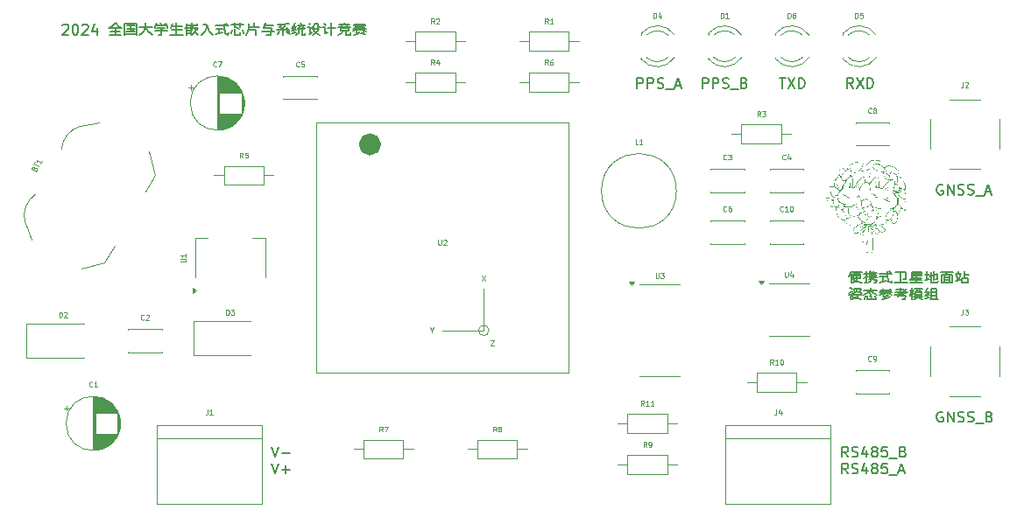
<source format=gbr>
%TF.GenerationSoftware,KiCad,Pcbnew,8.0.3*%
%TF.CreationDate,2024-07-31T17:37:35+08:00*%
%TF.ProjectId,pcb,7063622e-6b69-4636-9164-5f7063625858,rev?*%
%TF.SameCoordinates,Original*%
%TF.FileFunction,Legend,Top*%
%TF.FilePolarity,Positive*%
%FSLAX46Y46*%
G04 Gerber Fmt 4.6, Leading zero omitted, Abs format (unit mm)*
G04 Created by KiCad (PCBNEW 8.0.3) date 2024-07-31 17:37:35*
%MOMM*%
%LPD*%
G01*
G04 APERTURE LIST*
%ADD10C,0.150000*%
%ADD11C,0.125000*%
%ADD12C,0.120000*%
%ADD13C,0.000000*%
%ADD14C,1.060000*%
G04 APERTURE END LIST*
D10*
X143836779Y-59569819D02*
X143836779Y-58569819D01*
X143836779Y-58569819D02*
X144217731Y-58569819D01*
X144217731Y-58569819D02*
X144312969Y-58617438D01*
X144312969Y-58617438D02*
X144360588Y-58665057D01*
X144360588Y-58665057D02*
X144408207Y-58760295D01*
X144408207Y-58760295D02*
X144408207Y-58903152D01*
X144408207Y-58903152D02*
X144360588Y-58998390D01*
X144360588Y-58998390D02*
X144312969Y-59046009D01*
X144312969Y-59046009D02*
X144217731Y-59093628D01*
X144217731Y-59093628D02*
X143836779Y-59093628D01*
X144836779Y-59569819D02*
X144836779Y-58569819D01*
X144836779Y-58569819D02*
X145217731Y-58569819D01*
X145217731Y-58569819D02*
X145312969Y-58617438D01*
X145312969Y-58617438D02*
X145360588Y-58665057D01*
X145360588Y-58665057D02*
X145408207Y-58760295D01*
X145408207Y-58760295D02*
X145408207Y-58903152D01*
X145408207Y-58903152D02*
X145360588Y-58998390D01*
X145360588Y-58998390D02*
X145312969Y-59046009D01*
X145312969Y-59046009D02*
X145217731Y-59093628D01*
X145217731Y-59093628D02*
X144836779Y-59093628D01*
X145789160Y-59522200D02*
X145932017Y-59569819D01*
X145932017Y-59569819D02*
X146170112Y-59569819D01*
X146170112Y-59569819D02*
X146265350Y-59522200D01*
X146265350Y-59522200D02*
X146312969Y-59474580D01*
X146312969Y-59474580D02*
X146360588Y-59379342D01*
X146360588Y-59379342D02*
X146360588Y-59284104D01*
X146360588Y-59284104D02*
X146312969Y-59188866D01*
X146312969Y-59188866D02*
X146265350Y-59141247D01*
X146265350Y-59141247D02*
X146170112Y-59093628D01*
X146170112Y-59093628D02*
X145979636Y-59046009D01*
X145979636Y-59046009D02*
X145884398Y-58998390D01*
X145884398Y-58998390D02*
X145836779Y-58950771D01*
X145836779Y-58950771D02*
X145789160Y-58855533D01*
X145789160Y-58855533D02*
X145789160Y-58760295D01*
X145789160Y-58760295D02*
X145836779Y-58665057D01*
X145836779Y-58665057D02*
X145884398Y-58617438D01*
X145884398Y-58617438D02*
X145979636Y-58569819D01*
X145979636Y-58569819D02*
X146217731Y-58569819D01*
X146217731Y-58569819D02*
X146360588Y-58617438D01*
X146551065Y-59665057D02*
X147312969Y-59665057D01*
X147503446Y-59284104D02*
X147979636Y-59284104D01*
X147408208Y-59569819D02*
X147741541Y-58569819D01*
X147741541Y-58569819D02*
X148074874Y-59569819D01*
X150136779Y-59569819D02*
X150136779Y-58569819D01*
X150136779Y-58569819D02*
X150517731Y-58569819D01*
X150517731Y-58569819D02*
X150612969Y-58617438D01*
X150612969Y-58617438D02*
X150660588Y-58665057D01*
X150660588Y-58665057D02*
X150708207Y-58760295D01*
X150708207Y-58760295D02*
X150708207Y-58903152D01*
X150708207Y-58903152D02*
X150660588Y-58998390D01*
X150660588Y-58998390D02*
X150612969Y-59046009D01*
X150612969Y-59046009D02*
X150517731Y-59093628D01*
X150517731Y-59093628D02*
X150136779Y-59093628D01*
X151136779Y-59569819D02*
X151136779Y-58569819D01*
X151136779Y-58569819D02*
X151517731Y-58569819D01*
X151517731Y-58569819D02*
X151612969Y-58617438D01*
X151612969Y-58617438D02*
X151660588Y-58665057D01*
X151660588Y-58665057D02*
X151708207Y-58760295D01*
X151708207Y-58760295D02*
X151708207Y-58903152D01*
X151708207Y-58903152D02*
X151660588Y-58998390D01*
X151660588Y-58998390D02*
X151612969Y-59046009D01*
X151612969Y-59046009D02*
X151517731Y-59093628D01*
X151517731Y-59093628D02*
X151136779Y-59093628D01*
X152089160Y-59522200D02*
X152232017Y-59569819D01*
X152232017Y-59569819D02*
X152470112Y-59569819D01*
X152470112Y-59569819D02*
X152565350Y-59522200D01*
X152565350Y-59522200D02*
X152612969Y-59474580D01*
X152612969Y-59474580D02*
X152660588Y-59379342D01*
X152660588Y-59379342D02*
X152660588Y-59284104D01*
X152660588Y-59284104D02*
X152612969Y-59188866D01*
X152612969Y-59188866D02*
X152565350Y-59141247D01*
X152565350Y-59141247D02*
X152470112Y-59093628D01*
X152470112Y-59093628D02*
X152279636Y-59046009D01*
X152279636Y-59046009D02*
X152184398Y-58998390D01*
X152184398Y-58998390D02*
X152136779Y-58950771D01*
X152136779Y-58950771D02*
X152089160Y-58855533D01*
X152089160Y-58855533D02*
X152089160Y-58760295D01*
X152089160Y-58760295D02*
X152136779Y-58665057D01*
X152136779Y-58665057D02*
X152184398Y-58617438D01*
X152184398Y-58617438D02*
X152279636Y-58569819D01*
X152279636Y-58569819D02*
X152517731Y-58569819D01*
X152517731Y-58569819D02*
X152660588Y-58617438D01*
X152851065Y-59665057D02*
X153612969Y-59665057D01*
X154184398Y-59046009D02*
X154327255Y-59093628D01*
X154327255Y-59093628D02*
X154374874Y-59141247D01*
X154374874Y-59141247D02*
X154422493Y-59236485D01*
X154422493Y-59236485D02*
X154422493Y-59379342D01*
X154422493Y-59379342D02*
X154374874Y-59474580D01*
X154374874Y-59474580D02*
X154327255Y-59522200D01*
X154327255Y-59522200D02*
X154232017Y-59569819D01*
X154232017Y-59569819D02*
X153851065Y-59569819D01*
X153851065Y-59569819D02*
X153851065Y-58569819D01*
X153851065Y-58569819D02*
X154184398Y-58569819D01*
X154184398Y-58569819D02*
X154279636Y-58617438D01*
X154279636Y-58617438D02*
X154327255Y-58665057D01*
X154327255Y-58665057D02*
X154374874Y-58760295D01*
X154374874Y-58760295D02*
X154374874Y-58855533D01*
X154374874Y-58855533D02*
X154327255Y-58950771D01*
X154327255Y-58950771D02*
X154279636Y-58998390D01*
X154279636Y-58998390D02*
X154184398Y-59046009D01*
X154184398Y-59046009D02*
X153851065Y-59046009D01*
X173360588Y-68917438D02*
X173265350Y-68869819D01*
X173265350Y-68869819D02*
X173122493Y-68869819D01*
X173122493Y-68869819D02*
X172979636Y-68917438D01*
X172979636Y-68917438D02*
X172884398Y-69012676D01*
X172884398Y-69012676D02*
X172836779Y-69107914D01*
X172836779Y-69107914D02*
X172789160Y-69298390D01*
X172789160Y-69298390D02*
X172789160Y-69441247D01*
X172789160Y-69441247D02*
X172836779Y-69631723D01*
X172836779Y-69631723D02*
X172884398Y-69726961D01*
X172884398Y-69726961D02*
X172979636Y-69822200D01*
X172979636Y-69822200D02*
X173122493Y-69869819D01*
X173122493Y-69869819D02*
X173217731Y-69869819D01*
X173217731Y-69869819D02*
X173360588Y-69822200D01*
X173360588Y-69822200D02*
X173408207Y-69774580D01*
X173408207Y-69774580D02*
X173408207Y-69441247D01*
X173408207Y-69441247D02*
X173217731Y-69441247D01*
X173836779Y-69869819D02*
X173836779Y-68869819D01*
X173836779Y-68869819D02*
X174408207Y-69869819D01*
X174408207Y-69869819D02*
X174408207Y-68869819D01*
X174836779Y-69822200D02*
X174979636Y-69869819D01*
X174979636Y-69869819D02*
X175217731Y-69869819D01*
X175217731Y-69869819D02*
X175312969Y-69822200D01*
X175312969Y-69822200D02*
X175360588Y-69774580D01*
X175360588Y-69774580D02*
X175408207Y-69679342D01*
X175408207Y-69679342D02*
X175408207Y-69584104D01*
X175408207Y-69584104D02*
X175360588Y-69488866D01*
X175360588Y-69488866D02*
X175312969Y-69441247D01*
X175312969Y-69441247D02*
X175217731Y-69393628D01*
X175217731Y-69393628D02*
X175027255Y-69346009D01*
X175027255Y-69346009D02*
X174932017Y-69298390D01*
X174932017Y-69298390D02*
X174884398Y-69250771D01*
X174884398Y-69250771D02*
X174836779Y-69155533D01*
X174836779Y-69155533D02*
X174836779Y-69060295D01*
X174836779Y-69060295D02*
X174884398Y-68965057D01*
X174884398Y-68965057D02*
X174932017Y-68917438D01*
X174932017Y-68917438D02*
X175027255Y-68869819D01*
X175027255Y-68869819D02*
X175265350Y-68869819D01*
X175265350Y-68869819D02*
X175408207Y-68917438D01*
X175789160Y-69822200D02*
X175932017Y-69869819D01*
X175932017Y-69869819D02*
X176170112Y-69869819D01*
X176170112Y-69869819D02*
X176265350Y-69822200D01*
X176265350Y-69822200D02*
X176312969Y-69774580D01*
X176312969Y-69774580D02*
X176360588Y-69679342D01*
X176360588Y-69679342D02*
X176360588Y-69584104D01*
X176360588Y-69584104D02*
X176312969Y-69488866D01*
X176312969Y-69488866D02*
X176265350Y-69441247D01*
X176265350Y-69441247D02*
X176170112Y-69393628D01*
X176170112Y-69393628D02*
X175979636Y-69346009D01*
X175979636Y-69346009D02*
X175884398Y-69298390D01*
X175884398Y-69298390D02*
X175836779Y-69250771D01*
X175836779Y-69250771D02*
X175789160Y-69155533D01*
X175789160Y-69155533D02*
X175789160Y-69060295D01*
X175789160Y-69060295D02*
X175836779Y-68965057D01*
X175836779Y-68965057D02*
X175884398Y-68917438D01*
X175884398Y-68917438D02*
X175979636Y-68869819D01*
X175979636Y-68869819D02*
X176217731Y-68869819D01*
X176217731Y-68869819D02*
X176360588Y-68917438D01*
X176551065Y-69965057D02*
X177312969Y-69965057D01*
X177503446Y-69584104D02*
X177979636Y-69584104D01*
X177408208Y-69869819D02*
X177741541Y-68869819D01*
X177741541Y-68869819D02*
X178074874Y-69869819D01*
X164658874Y-77342228D02*
X165516017Y-77342228D01*
X164706493Y-77723180D02*
X165420779Y-77723180D01*
X164706493Y-77961275D02*
X165420779Y-77961275D01*
X164516017Y-77485085D02*
X164516017Y-78389847D01*
X164706493Y-77532704D02*
X164706493Y-77961275D01*
X164706493Y-77532704D02*
X165420779Y-77532704D01*
X165420779Y-77532704D02*
X165420779Y-77961275D01*
X164706493Y-78056513D02*
X164849350Y-78199370D01*
X164849350Y-78199370D02*
X165039826Y-78294608D01*
X165039826Y-78294608D02*
X165516017Y-78389847D01*
X164563636Y-77294608D02*
X164468398Y-77532704D01*
X164468398Y-77532704D02*
X164277922Y-77770799D01*
X165087445Y-77342228D02*
X165087445Y-77913656D01*
X165087445Y-77913656D02*
X165039826Y-78104132D01*
X165039826Y-78104132D02*
X164896969Y-78294608D01*
X164896969Y-78294608D02*
X164611255Y-78389847D01*
X166277921Y-77437466D02*
X166992207Y-77437466D01*
X165754112Y-77532704D02*
X166135064Y-77532704D01*
X166325540Y-77580323D02*
X166944588Y-77580323D01*
X166325540Y-77723180D02*
X166944588Y-77723180D01*
X166325540Y-77866037D02*
X166992207Y-77866037D01*
X165801731Y-78389847D02*
X165944588Y-78389847D01*
X166706493Y-78389847D02*
X166944588Y-78389847D01*
X165992207Y-77246989D02*
X165992207Y-78389847D01*
X166325540Y-77389847D02*
X166325540Y-77866037D01*
X166658874Y-77342228D02*
X166658874Y-77866037D01*
X166373159Y-77246989D02*
X166230302Y-77532704D01*
X166658874Y-77246989D02*
X166611254Y-77437466D01*
X166230302Y-78008894D02*
X166706493Y-78008894D01*
X166706493Y-78008894D02*
X166706493Y-78151751D01*
X166706493Y-78151751D02*
X166992207Y-78151751D01*
X166992207Y-78151751D02*
X166944588Y-78389847D01*
X166135064Y-77818418D02*
X165754112Y-77913656D01*
X166420778Y-78008894D02*
X166373159Y-78199370D01*
X166373159Y-78199370D02*
X166182683Y-78389847D01*
X167230302Y-77532704D02*
X168468397Y-77532704D01*
X167277921Y-77818418D02*
X167896968Y-77818418D01*
X167563635Y-77818418D02*
X167563635Y-78294608D01*
X168182683Y-77294608D02*
X168325540Y-77437466D01*
X167896968Y-78199370D02*
X167230302Y-78342228D01*
X168039825Y-77294608D02*
X168039825Y-77627942D01*
X168039825Y-77627942D02*
X168135064Y-78294608D01*
X168135064Y-78294608D02*
X168420778Y-78389847D01*
X168420778Y-78389847D02*
X168468397Y-78199370D01*
X169516015Y-78008894D02*
X169801730Y-78008894D01*
X168706492Y-78389847D02*
X169944587Y-78389847D01*
X169277920Y-77389847D02*
X169277920Y-78389847D01*
X168801730Y-77389847D02*
X169801730Y-77389847D01*
X169801730Y-77389847D02*
X169801730Y-78008894D01*
X170373158Y-77532704D02*
X171277920Y-77532704D01*
X170373158Y-77723180D02*
X171277920Y-77723180D01*
X170325539Y-77961275D02*
X171325539Y-77961275D01*
X170373158Y-78151751D02*
X171277920Y-78151751D01*
X170182682Y-78389847D02*
X171420777Y-78389847D01*
X170373158Y-77342228D02*
X170373158Y-77723180D01*
X170801729Y-77818418D02*
X170801729Y-78389847D01*
X170373158Y-77342228D02*
X171277920Y-77342228D01*
X171277920Y-77342228D02*
X171277920Y-77723180D01*
X170468396Y-77818418D02*
X170182682Y-78104132D01*
X171658872Y-77580323D02*
X172039824Y-77580323D01*
X172230300Y-78389847D02*
X172849348Y-78389847D01*
X171849348Y-77294608D02*
X171849348Y-78104132D01*
X172230300Y-77389847D02*
X172230300Y-78389847D01*
X172516014Y-77246989D02*
X172516014Y-78151751D01*
X172896967Y-78199370D02*
X172849348Y-78389847D01*
X172039824Y-78056513D02*
X171658872Y-78151751D01*
X172849348Y-77532704D02*
X172420776Y-77675561D01*
X172420776Y-77675561D02*
X172039824Y-77770799D01*
X172849348Y-77485085D02*
X172801729Y-78056513D01*
X172801729Y-78056513D02*
X172658872Y-78056513D01*
X173135062Y-77342228D02*
X174373157Y-77342228D01*
X173516014Y-77866037D02*
X173992204Y-77866037D01*
X173516014Y-78104132D02*
X173992204Y-78104132D01*
X173230300Y-78342228D02*
X174277919Y-78342228D01*
X173230300Y-77627942D02*
X173230300Y-78389847D01*
X173516014Y-77627942D02*
X173516014Y-78342228D01*
X173992204Y-77627942D02*
X173992204Y-78342228D01*
X173230300Y-77627942D02*
X174277919Y-77627942D01*
X174277919Y-77627942D02*
X174277919Y-78389847D01*
X173754109Y-77342228D02*
X173658871Y-77580323D01*
X174611252Y-77532704D02*
X175135061Y-77532704D01*
X175468394Y-77580323D02*
X175849347Y-77580323D01*
X175230299Y-78342228D02*
X175801728Y-78342228D01*
X174896966Y-77294608D02*
X174896966Y-77532704D01*
X175230299Y-77913656D02*
X175230299Y-78389847D01*
X175468394Y-77246989D02*
X175468394Y-77913656D01*
X175230299Y-77913656D02*
X175801728Y-77913656D01*
X175801728Y-77913656D02*
X175801728Y-78389847D01*
X175039823Y-77627942D02*
X174944585Y-78151751D01*
X175135061Y-78104132D02*
X174611252Y-78199370D01*
X174706490Y-77627942D02*
X174754109Y-78056513D01*
X164277922Y-79571219D02*
X165516017Y-79571219D01*
X164706493Y-79571219D02*
X164468398Y-79809314D01*
X164373160Y-78904552D02*
X164611255Y-78999791D01*
X165087445Y-79190267D02*
X165230303Y-79333124D01*
X165230303Y-79333124D02*
X165516017Y-79428362D01*
X164849350Y-78999791D02*
X165468398Y-78999791D01*
X165468398Y-78999791D02*
X165373160Y-79190267D01*
X164849350Y-78856933D02*
X164754112Y-79095029D01*
X164754112Y-79428362D02*
X164706493Y-79571219D01*
X164611255Y-79237886D02*
X164277922Y-79380743D01*
X164563636Y-79761695D02*
X165468398Y-79999791D01*
X165230303Y-79571219D02*
X165039826Y-79809314D01*
X165039826Y-79809314D02*
X164849350Y-79904552D01*
X164849350Y-79904552D02*
X164420779Y-79999791D01*
X165087445Y-78999791D02*
X165087445Y-79190267D01*
X165087445Y-79190267D02*
X164944588Y-79333124D01*
X164944588Y-79333124D02*
X164658874Y-79428362D01*
X165754112Y-79095029D02*
X166992207Y-79095029D01*
X166087445Y-79999791D02*
X166706493Y-79999791D01*
X166087445Y-79666457D02*
X166087445Y-79999791D01*
X166325540Y-79428362D02*
X166420778Y-79523600D01*
X166325540Y-79618838D02*
X166516016Y-79809314D01*
X166754112Y-79856933D02*
X166706493Y-79999791D01*
X166801731Y-79666457D02*
X166944588Y-79952172D01*
X166420778Y-79095029D02*
X166468397Y-79237886D01*
X166468397Y-79237886D02*
X166658874Y-79428362D01*
X166658874Y-79428362D02*
X166992207Y-79571219D01*
X165896969Y-79666457D02*
X165801731Y-79952172D01*
X166277921Y-79237886D02*
X166087445Y-79428362D01*
X166087445Y-79428362D02*
X165754112Y-79571219D01*
X166373159Y-78856933D02*
X166277921Y-79285505D01*
X167325540Y-79095029D02*
X168325540Y-79095029D01*
X167277921Y-79285505D02*
X168420778Y-79285505D01*
X168230302Y-78999791D02*
X168373159Y-79190267D01*
X167658873Y-78952172D02*
X167516016Y-79095029D01*
X168039825Y-79285505D02*
X168230302Y-79475981D01*
X168230302Y-79475981D02*
X168468397Y-79571219D01*
X167754111Y-79190267D02*
X167516016Y-79475981D01*
X167516016Y-79475981D02*
X167230302Y-79571219D01*
X167896968Y-79428362D02*
X167563635Y-79571219D01*
X168087444Y-79571219D02*
X167849349Y-79714076D01*
X167849349Y-79714076D02*
X167563635Y-79761695D01*
X168277921Y-79761695D02*
X167944587Y-79904552D01*
X167944587Y-79904552D02*
X167516016Y-79999791D01*
X168849349Y-79047410D02*
X169658873Y-79047410D01*
X168754111Y-79285505D02*
X169944587Y-79285505D01*
X169420777Y-79999791D02*
X169706492Y-79999791D01*
X169277920Y-78856933D02*
X169277920Y-79285505D01*
X169039825Y-79666457D02*
X169801730Y-79666457D01*
X169801730Y-79666457D02*
X169706492Y-79999791D01*
X169087444Y-79475981D02*
X169039825Y-79714076D01*
X169754111Y-79428362D02*
X169087444Y-79523600D01*
X169896968Y-78952172D02*
X169611254Y-79190267D01*
X169611254Y-79190267D02*
X168944587Y-79571219D01*
X168944587Y-79571219D02*
X168706492Y-79571219D01*
X170611253Y-78999791D02*
X171420777Y-78999791D01*
X170182682Y-79142648D02*
X170563634Y-79142648D01*
X170706491Y-79333124D02*
X171325539Y-79333124D01*
X170706491Y-79523600D02*
X171325539Y-79523600D01*
X170563634Y-79714076D02*
X171420777Y-79714076D01*
X170420777Y-78856933D02*
X170420777Y-79999791D01*
X170706491Y-79190267D02*
X170706491Y-79523600D01*
X170849348Y-78856933D02*
X170849348Y-79095029D01*
X171182682Y-78856933D02*
X171182682Y-79095029D01*
X170706491Y-79190267D02*
X171325539Y-79190267D01*
X171325539Y-79190267D02*
X171325539Y-79523600D01*
X170373158Y-79142648D02*
X170516015Y-79475981D01*
X170992205Y-79666457D02*
X171182682Y-79904552D01*
X171182682Y-79904552D02*
X171420777Y-79999791D01*
X170373158Y-79095029D02*
X170230301Y-79666457D01*
X170992205Y-79523600D02*
X170896967Y-79809314D01*
X170896967Y-79809314D02*
X170801729Y-79904552D01*
X170801729Y-79904552D02*
X170563634Y-79999791D01*
X172277919Y-79285505D02*
X172754110Y-79285505D01*
X172277919Y-79666457D02*
X172754110Y-79666457D01*
X172135062Y-79999791D02*
X172896967Y-79999791D01*
X172277919Y-78952172D02*
X172277919Y-79999791D01*
X172277919Y-78952172D02*
X172754110Y-78952172D01*
X172754110Y-78952172D02*
X172754110Y-79999791D01*
X171754110Y-79190267D02*
X171706491Y-79333124D01*
X172039824Y-79285505D02*
X171658872Y-79666457D01*
X171944586Y-78856933D02*
X171754110Y-79237886D01*
X172087443Y-79571219D02*
X171658872Y-79666457D01*
X172087443Y-79809314D02*
X171658872Y-79904552D01*
X171992205Y-79285505D02*
X171658872Y-79333124D01*
X108493922Y-94259875D02*
X108827255Y-95259875D01*
X108827255Y-95259875D02*
X109160588Y-94259875D01*
X109493922Y-94878922D02*
X110255827Y-94878922D01*
X108493922Y-95869819D02*
X108827255Y-96869819D01*
X108827255Y-96869819D02*
X109160588Y-95869819D01*
X109493922Y-96488866D02*
X110255827Y-96488866D01*
X109874874Y-96869819D02*
X109874874Y-96107914D01*
X88289160Y-53465057D02*
X88336779Y-53417438D01*
X88336779Y-53417438D02*
X88432017Y-53369819D01*
X88432017Y-53369819D02*
X88670112Y-53369819D01*
X88670112Y-53369819D02*
X88765350Y-53417438D01*
X88765350Y-53417438D02*
X88812969Y-53465057D01*
X88812969Y-53465057D02*
X88860588Y-53560295D01*
X88860588Y-53560295D02*
X88860588Y-53655533D01*
X88860588Y-53655533D02*
X88812969Y-53798390D01*
X88812969Y-53798390D02*
X88241541Y-54369819D01*
X88241541Y-54369819D02*
X88860588Y-54369819D01*
X89479636Y-53369819D02*
X89574874Y-53369819D01*
X89574874Y-53369819D02*
X89670112Y-53417438D01*
X89670112Y-53417438D02*
X89717731Y-53465057D01*
X89717731Y-53465057D02*
X89765350Y-53560295D01*
X89765350Y-53560295D02*
X89812969Y-53750771D01*
X89812969Y-53750771D02*
X89812969Y-53988866D01*
X89812969Y-53988866D02*
X89765350Y-54179342D01*
X89765350Y-54179342D02*
X89717731Y-54274580D01*
X89717731Y-54274580D02*
X89670112Y-54322200D01*
X89670112Y-54322200D02*
X89574874Y-54369819D01*
X89574874Y-54369819D02*
X89479636Y-54369819D01*
X89479636Y-54369819D02*
X89384398Y-54322200D01*
X89384398Y-54322200D02*
X89336779Y-54274580D01*
X89336779Y-54274580D02*
X89289160Y-54179342D01*
X89289160Y-54179342D02*
X89241541Y-53988866D01*
X89241541Y-53988866D02*
X89241541Y-53750771D01*
X89241541Y-53750771D02*
X89289160Y-53560295D01*
X89289160Y-53560295D02*
X89336779Y-53465057D01*
X89336779Y-53465057D02*
X89384398Y-53417438D01*
X89384398Y-53417438D02*
X89479636Y-53369819D01*
X90193922Y-53465057D02*
X90241541Y-53417438D01*
X90241541Y-53417438D02*
X90336779Y-53369819D01*
X90336779Y-53369819D02*
X90574874Y-53369819D01*
X90574874Y-53369819D02*
X90670112Y-53417438D01*
X90670112Y-53417438D02*
X90717731Y-53465057D01*
X90717731Y-53465057D02*
X90765350Y-53560295D01*
X90765350Y-53560295D02*
X90765350Y-53655533D01*
X90765350Y-53655533D02*
X90717731Y-53798390D01*
X90717731Y-53798390D02*
X90146303Y-54369819D01*
X90146303Y-54369819D02*
X90765350Y-54369819D01*
X91622493Y-53703152D02*
X91622493Y-54369819D01*
X91384398Y-53322200D02*
X91146303Y-54036485D01*
X91146303Y-54036485D02*
X91765350Y-54036485D01*
X92955827Y-53750771D02*
X93812970Y-53750771D01*
X92908208Y-54036485D02*
X93860589Y-54036485D01*
X92812970Y-54369819D02*
X93955827Y-54369819D01*
X93384398Y-53750771D02*
X93384398Y-54369819D01*
X92955827Y-53655533D02*
X92765351Y-53750771D01*
X93384398Y-53226961D02*
X92955827Y-53655533D01*
X93384398Y-53226961D02*
X93765351Y-53607914D01*
X93765351Y-53607914D02*
X94003446Y-53750771D01*
X94479636Y-53512676D02*
X95289160Y-53512676D01*
X94527255Y-53798390D02*
X95241541Y-53798390D01*
X94432017Y-54084104D02*
X95289160Y-54084104D01*
X94241541Y-54322200D02*
X95479636Y-54322200D01*
X94241541Y-53322200D02*
X94241541Y-54369819D01*
X94860588Y-53512676D02*
X94860588Y-54084104D01*
X94241541Y-53322200D02*
X95479636Y-53322200D01*
X95479636Y-53322200D02*
X95479636Y-54369819D01*
X95051064Y-53893628D02*
X95193922Y-53988866D01*
X95717731Y-53655533D02*
X96955826Y-53655533D01*
X96336778Y-53226961D02*
X96336778Y-53607914D01*
X96336778Y-53607914D02*
X96527254Y-54036485D01*
X96527254Y-54036485D02*
X96765350Y-54274580D01*
X96765350Y-54274580D02*
X96955826Y-54369819D01*
X96289159Y-53703152D02*
X96146302Y-54084104D01*
X96146302Y-54084104D02*
X95955826Y-54274580D01*
X95955826Y-54274580D02*
X95717731Y-54369819D01*
X96336778Y-53322200D02*
X96241540Y-53893628D01*
X97193921Y-53988866D02*
X98432016Y-53988866D01*
X97527254Y-54369819D02*
X97812968Y-54369819D01*
X97241540Y-53465057D02*
X97241540Y-53703152D01*
X97812968Y-53893628D02*
X97812968Y-54369819D01*
X97241540Y-53465057D02*
X98384397Y-53465057D01*
X98384397Y-53465057D02*
X98384397Y-53703152D01*
X97336778Y-53274580D02*
X97479635Y-53417438D01*
X98289159Y-53274580D02*
X98098683Y-53465057D01*
X97765349Y-53226961D02*
X97812968Y-53417438D01*
X97432016Y-53703152D02*
X98193921Y-53703152D01*
X98193921Y-53703152D02*
X97812968Y-53846009D01*
X98860587Y-53560295D02*
X99860587Y-53560295D01*
X98812968Y-53941247D02*
X99812968Y-53941247D01*
X98670111Y-54369819D02*
X99908206Y-54369819D01*
X99289158Y-53226961D02*
X99289158Y-54369819D01*
X98955825Y-53274580D02*
X98765349Y-53750771D01*
X100241539Y-53465057D02*
X101289158Y-53465057D01*
X100146301Y-53703152D02*
X100765348Y-53703152D01*
X100289158Y-53988866D02*
X100670110Y-53988866D01*
X100289158Y-54274580D02*
X100670110Y-54274580D01*
X100241539Y-53274580D02*
X100241539Y-53465057D01*
X100289158Y-53560295D02*
X100289158Y-54369819D01*
X100670110Y-53560295D02*
X100670110Y-54322200D01*
X100765348Y-53226961D02*
X100765348Y-53465057D01*
X101289158Y-53274580D02*
X101289158Y-53465057D01*
X100908205Y-53703152D02*
X101336777Y-53703152D01*
X101336777Y-53703152D02*
X101289158Y-53893628D01*
X100908205Y-53512676D02*
X100812967Y-53941247D01*
X101098682Y-53798390D02*
X101098682Y-53988866D01*
X101098682Y-53988866D02*
X101003443Y-54179342D01*
X101003443Y-54179342D02*
X100765348Y-54369819D01*
X101098682Y-54036485D02*
X101146301Y-54179342D01*
X101146301Y-54179342D02*
X101384396Y-54369819D01*
X101908205Y-53369819D02*
X102241538Y-53369819D01*
X102241538Y-53369819D02*
X102336776Y-53655533D01*
X102336776Y-53655533D02*
X102479633Y-54036485D01*
X102479633Y-54036485D02*
X102812967Y-54369819D01*
X102241538Y-53465057D02*
X102193919Y-53750771D01*
X102193919Y-53750771D02*
X102051062Y-54036485D01*
X102051062Y-54036485D02*
X101717729Y-54369819D01*
X103098681Y-53512676D02*
X104336776Y-53512676D01*
X103146300Y-53798390D02*
X103765347Y-53798390D01*
X103432014Y-53798390D02*
X103432014Y-54274580D01*
X104051062Y-53274580D02*
X104193919Y-53417438D01*
X103765347Y-54179342D02*
X103098681Y-54322200D01*
X103908204Y-53274580D02*
X103908204Y-53607914D01*
X103908204Y-53607914D02*
X104003443Y-54274580D01*
X104003443Y-54274580D02*
X104289157Y-54369819D01*
X104289157Y-54369819D02*
X104336776Y-54179342D01*
X104622490Y-53417438D02*
X105765347Y-53417438D01*
X104955823Y-54369819D02*
X105479633Y-54369819D01*
X104955823Y-53798390D02*
X104955823Y-54369819D01*
X104955823Y-53226961D02*
X104955823Y-53607914D01*
X105432013Y-53226961D02*
X105432013Y-53607914D01*
X105479633Y-54179342D02*
X105479633Y-54369819D01*
X105670109Y-53941247D02*
X105765347Y-54226961D01*
X105051061Y-53655533D02*
X105336775Y-53798390D01*
X104717728Y-53941247D02*
X104574871Y-54274580D01*
X106289156Y-53607914D02*
X107289156Y-53607914D01*
X106812965Y-53226961D02*
X106812965Y-53560295D01*
X106289156Y-53274580D02*
X106289156Y-53750771D01*
X106289156Y-53750771D02*
X106193918Y-54036485D01*
X106193918Y-54036485D02*
X106051061Y-54369819D01*
X106241537Y-53893628D02*
X107003442Y-53893628D01*
X107003442Y-53893628D02*
X107003442Y-54369819D01*
X107860584Y-53465057D02*
X108622489Y-53465057D01*
X107527251Y-54036485D02*
X108765346Y-54036485D01*
X108003441Y-54369819D02*
X108384393Y-54369819D01*
X107860584Y-53226961D02*
X107765346Y-53750771D01*
X107765346Y-53750771D02*
X108527251Y-53750771D01*
X108527251Y-53750771D02*
X108432013Y-54322200D01*
X109003441Y-53941247D02*
X110146298Y-53941247D01*
X109622488Y-53941247D02*
X109622488Y-54369819D01*
X109908203Y-54084104D02*
X110003441Y-54131723D01*
X110003441Y-54131723D02*
X110241536Y-54322200D01*
X109955822Y-53750771D02*
X110193917Y-54036485D01*
X109289155Y-54084104D02*
X109051060Y-54322200D01*
X110146298Y-53274580D02*
X109527250Y-53369819D01*
X109527250Y-53369819D02*
X109098679Y-53369819D01*
X109479631Y-53369819D02*
X109241536Y-53655533D01*
X109241536Y-53655533D02*
X109527250Y-53750771D01*
X109860583Y-53465057D02*
X109384393Y-53941247D01*
X111003440Y-53465057D02*
X111717726Y-53465057D01*
X111289154Y-53798390D02*
X111622488Y-53798390D01*
X111003440Y-53798390D02*
X111432012Y-53798390D01*
X111432012Y-54369819D02*
X111717726Y-54369819D01*
X111479631Y-53846009D02*
X111479631Y-54369819D01*
X111717726Y-54226961D02*
X111670107Y-54369819D01*
X111479631Y-53607914D02*
X111670107Y-53750771D01*
X110622488Y-53512676D02*
X110527250Y-53703152D01*
X110860583Y-53560295D02*
X110765345Y-53703152D01*
X110765345Y-53703152D02*
X110479631Y-53988866D01*
X111336773Y-53465057D02*
X111193916Y-53607914D01*
X111193916Y-53607914D02*
X111003440Y-53798390D01*
X111289154Y-53226961D02*
X111336773Y-53417438D01*
X110765345Y-53226961D02*
X110574869Y-53607914D01*
X111051059Y-54274580D02*
X110860583Y-54369819D01*
X111146297Y-53893628D02*
X111098678Y-54226961D01*
X110812964Y-53655533D02*
X110479631Y-53703152D01*
X110860583Y-53941247D02*
X110479631Y-53988866D01*
X110860583Y-54179342D02*
X110479631Y-54274580D01*
X112955821Y-53655533D02*
X113193916Y-53655533D01*
X111955821Y-53655533D02*
X112193916Y-53655533D01*
X112193916Y-53655533D02*
X112193916Y-54322200D01*
X112622487Y-53274580D02*
X113003440Y-53274580D01*
X113003440Y-53274580D02*
X113003440Y-53655533D01*
X112098678Y-53274580D02*
X112241535Y-53417438D01*
X112574868Y-53560295D02*
X112384392Y-53750771D01*
X112527249Y-53846009D02*
X112574868Y-53988866D01*
X112574868Y-53988866D02*
X112812963Y-54226961D01*
X112812963Y-54226961D02*
X113146297Y-54369819D01*
X112384392Y-54179342D02*
X112098678Y-54322200D01*
X112432011Y-53846009D02*
X113098678Y-53846009D01*
X113098678Y-53846009D02*
X113003440Y-53988866D01*
X113003440Y-53988866D02*
X112812963Y-54179342D01*
X112812963Y-54179342D02*
X112432011Y-54369819D01*
X112622487Y-53274580D02*
X112574868Y-53607914D01*
X113908201Y-53703152D02*
X114670106Y-53703152D01*
X113432011Y-53655533D02*
X113670106Y-53655533D01*
X113670106Y-53655533D02*
X113670106Y-54274580D01*
X114289153Y-53226961D02*
X114289153Y-54369819D01*
X113574868Y-53274580D02*
X113765344Y-53465057D01*
X113908201Y-54179342D02*
X113622487Y-54274580D01*
X115003439Y-53369819D02*
X116051058Y-53369819D01*
X114908201Y-53607914D02*
X116146296Y-53607914D01*
X115146296Y-53988866D02*
X115955820Y-53988866D01*
X115670105Y-54369819D02*
X116098677Y-54369819D01*
X115146296Y-53750771D02*
X115146296Y-53988866D01*
X115717724Y-53988866D02*
X115717724Y-54369819D01*
X115146296Y-53750771D02*
X115955820Y-53750771D01*
X115955820Y-53750771D02*
X115955820Y-53988866D01*
X116098677Y-54179342D02*
X116098677Y-54369819D01*
X115241534Y-53465057D02*
X115289153Y-53607914D01*
X115527248Y-53226961D02*
X115527248Y-53369819D01*
X115812963Y-53417438D02*
X115765343Y-53607914D01*
X115384391Y-54036485D02*
X115241534Y-54274580D01*
X115241534Y-54274580D02*
X114908201Y-54369819D01*
X116527248Y-53512676D02*
X117479629Y-53512676D01*
X116574867Y-53655533D02*
X117432010Y-53655533D01*
X116384391Y-53798390D02*
X117622486Y-53798390D01*
X116432010Y-53369819D02*
X116432010Y-53465057D01*
X116670105Y-53893628D02*
X116670105Y-54226961D01*
X116574867Y-53941247D02*
X117384391Y-53941247D01*
X117384391Y-53941247D02*
X117384391Y-54226961D01*
X116432010Y-53369819D02*
X117574867Y-53369819D01*
X117574867Y-53369819D02*
X117574867Y-53465057D01*
X117241533Y-53417438D02*
X117241533Y-53798390D01*
X117241533Y-53798390D02*
X117336772Y-53893628D01*
X117336772Y-53893628D02*
X117622486Y-54036485D01*
X116765343Y-53417438D02*
X116765343Y-53798390D01*
X116765343Y-53798390D02*
X116670105Y-53893628D01*
X116670105Y-53893628D02*
X116384391Y-53988866D01*
X117098676Y-54226961D02*
X117574867Y-54322200D01*
X117003438Y-54036485D02*
X116955819Y-54179342D01*
X116955819Y-54179342D02*
X116812962Y-54322200D01*
X116812962Y-54322200D02*
X116432010Y-54369819D01*
X164208207Y-95259875D02*
X163874874Y-94783684D01*
X163636779Y-95259875D02*
X163636779Y-94259875D01*
X163636779Y-94259875D02*
X164017731Y-94259875D01*
X164017731Y-94259875D02*
X164112969Y-94307494D01*
X164112969Y-94307494D02*
X164160588Y-94355113D01*
X164160588Y-94355113D02*
X164208207Y-94450351D01*
X164208207Y-94450351D02*
X164208207Y-94593208D01*
X164208207Y-94593208D02*
X164160588Y-94688446D01*
X164160588Y-94688446D02*
X164112969Y-94736065D01*
X164112969Y-94736065D02*
X164017731Y-94783684D01*
X164017731Y-94783684D02*
X163636779Y-94783684D01*
X164589160Y-95212256D02*
X164732017Y-95259875D01*
X164732017Y-95259875D02*
X164970112Y-95259875D01*
X164970112Y-95259875D02*
X165065350Y-95212256D01*
X165065350Y-95212256D02*
X165112969Y-95164636D01*
X165112969Y-95164636D02*
X165160588Y-95069398D01*
X165160588Y-95069398D02*
X165160588Y-94974160D01*
X165160588Y-94974160D02*
X165112969Y-94878922D01*
X165112969Y-94878922D02*
X165065350Y-94831303D01*
X165065350Y-94831303D02*
X164970112Y-94783684D01*
X164970112Y-94783684D02*
X164779636Y-94736065D01*
X164779636Y-94736065D02*
X164684398Y-94688446D01*
X164684398Y-94688446D02*
X164636779Y-94640827D01*
X164636779Y-94640827D02*
X164589160Y-94545589D01*
X164589160Y-94545589D02*
X164589160Y-94450351D01*
X164589160Y-94450351D02*
X164636779Y-94355113D01*
X164636779Y-94355113D02*
X164684398Y-94307494D01*
X164684398Y-94307494D02*
X164779636Y-94259875D01*
X164779636Y-94259875D02*
X165017731Y-94259875D01*
X165017731Y-94259875D02*
X165160588Y-94307494D01*
X166017731Y-94593208D02*
X166017731Y-95259875D01*
X165779636Y-94212256D02*
X165541541Y-94926541D01*
X165541541Y-94926541D02*
X166160588Y-94926541D01*
X166684398Y-94688446D02*
X166589160Y-94640827D01*
X166589160Y-94640827D02*
X166541541Y-94593208D01*
X166541541Y-94593208D02*
X166493922Y-94497970D01*
X166493922Y-94497970D02*
X166493922Y-94450351D01*
X166493922Y-94450351D02*
X166541541Y-94355113D01*
X166541541Y-94355113D02*
X166589160Y-94307494D01*
X166589160Y-94307494D02*
X166684398Y-94259875D01*
X166684398Y-94259875D02*
X166874874Y-94259875D01*
X166874874Y-94259875D02*
X166970112Y-94307494D01*
X166970112Y-94307494D02*
X167017731Y-94355113D01*
X167017731Y-94355113D02*
X167065350Y-94450351D01*
X167065350Y-94450351D02*
X167065350Y-94497970D01*
X167065350Y-94497970D02*
X167017731Y-94593208D01*
X167017731Y-94593208D02*
X166970112Y-94640827D01*
X166970112Y-94640827D02*
X166874874Y-94688446D01*
X166874874Y-94688446D02*
X166684398Y-94688446D01*
X166684398Y-94688446D02*
X166589160Y-94736065D01*
X166589160Y-94736065D02*
X166541541Y-94783684D01*
X166541541Y-94783684D02*
X166493922Y-94878922D01*
X166493922Y-94878922D02*
X166493922Y-95069398D01*
X166493922Y-95069398D02*
X166541541Y-95164636D01*
X166541541Y-95164636D02*
X166589160Y-95212256D01*
X166589160Y-95212256D02*
X166684398Y-95259875D01*
X166684398Y-95259875D02*
X166874874Y-95259875D01*
X166874874Y-95259875D02*
X166970112Y-95212256D01*
X166970112Y-95212256D02*
X167017731Y-95164636D01*
X167017731Y-95164636D02*
X167065350Y-95069398D01*
X167065350Y-95069398D02*
X167065350Y-94878922D01*
X167065350Y-94878922D02*
X167017731Y-94783684D01*
X167017731Y-94783684D02*
X166970112Y-94736065D01*
X166970112Y-94736065D02*
X166874874Y-94688446D01*
X167970112Y-94259875D02*
X167493922Y-94259875D01*
X167493922Y-94259875D02*
X167446303Y-94736065D01*
X167446303Y-94736065D02*
X167493922Y-94688446D01*
X167493922Y-94688446D02*
X167589160Y-94640827D01*
X167589160Y-94640827D02*
X167827255Y-94640827D01*
X167827255Y-94640827D02*
X167922493Y-94688446D01*
X167922493Y-94688446D02*
X167970112Y-94736065D01*
X167970112Y-94736065D02*
X168017731Y-94831303D01*
X168017731Y-94831303D02*
X168017731Y-95069398D01*
X168017731Y-95069398D02*
X167970112Y-95164636D01*
X167970112Y-95164636D02*
X167922493Y-95212256D01*
X167922493Y-95212256D02*
X167827255Y-95259875D01*
X167827255Y-95259875D02*
X167589160Y-95259875D01*
X167589160Y-95259875D02*
X167493922Y-95212256D01*
X167493922Y-95212256D02*
X167446303Y-95164636D01*
X168208208Y-95355113D02*
X168970112Y-95355113D01*
X169541541Y-94736065D02*
X169684398Y-94783684D01*
X169684398Y-94783684D02*
X169732017Y-94831303D01*
X169732017Y-94831303D02*
X169779636Y-94926541D01*
X169779636Y-94926541D02*
X169779636Y-95069398D01*
X169779636Y-95069398D02*
X169732017Y-95164636D01*
X169732017Y-95164636D02*
X169684398Y-95212256D01*
X169684398Y-95212256D02*
X169589160Y-95259875D01*
X169589160Y-95259875D02*
X169208208Y-95259875D01*
X169208208Y-95259875D02*
X169208208Y-94259875D01*
X169208208Y-94259875D02*
X169541541Y-94259875D01*
X169541541Y-94259875D02*
X169636779Y-94307494D01*
X169636779Y-94307494D02*
X169684398Y-94355113D01*
X169684398Y-94355113D02*
X169732017Y-94450351D01*
X169732017Y-94450351D02*
X169732017Y-94545589D01*
X169732017Y-94545589D02*
X169684398Y-94640827D01*
X169684398Y-94640827D02*
X169636779Y-94688446D01*
X169636779Y-94688446D02*
X169541541Y-94736065D01*
X169541541Y-94736065D02*
X169208208Y-94736065D01*
X164208207Y-96869819D02*
X163874874Y-96393628D01*
X163636779Y-96869819D02*
X163636779Y-95869819D01*
X163636779Y-95869819D02*
X164017731Y-95869819D01*
X164017731Y-95869819D02*
X164112969Y-95917438D01*
X164112969Y-95917438D02*
X164160588Y-95965057D01*
X164160588Y-95965057D02*
X164208207Y-96060295D01*
X164208207Y-96060295D02*
X164208207Y-96203152D01*
X164208207Y-96203152D02*
X164160588Y-96298390D01*
X164160588Y-96298390D02*
X164112969Y-96346009D01*
X164112969Y-96346009D02*
X164017731Y-96393628D01*
X164017731Y-96393628D02*
X163636779Y-96393628D01*
X164589160Y-96822200D02*
X164732017Y-96869819D01*
X164732017Y-96869819D02*
X164970112Y-96869819D01*
X164970112Y-96869819D02*
X165065350Y-96822200D01*
X165065350Y-96822200D02*
X165112969Y-96774580D01*
X165112969Y-96774580D02*
X165160588Y-96679342D01*
X165160588Y-96679342D02*
X165160588Y-96584104D01*
X165160588Y-96584104D02*
X165112969Y-96488866D01*
X165112969Y-96488866D02*
X165065350Y-96441247D01*
X165065350Y-96441247D02*
X164970112Y-96393628D01*
X164970112Y-96393628D02*
X164779636Y-96346009D01*
X164779636Y-96346009D02*
X164684398Y-96298390D01*
X164684398Y-96298390D02*
X164636779Y-96250771D01*
X164636779Y-96250771D02*
X164589160Y-96155533D01*
X164589160Y-96155533D02*
X164589160Y-96060295D01*
X164589160Y-96060295D02*
X164636779Y-95965057D01*
X164636779Y-95965057D02*
X164684398Y-95917438D01*
X164684398Y-95917438D02*
X164779636Y-95869819D01*
X164779636Y-95869819D02*
X165017731Y-95869819D01*
X165017731Y-95869819D02*
X165160588Y-95917438D01*
X166017731Y-96203152D02*
X166017731Y-96869819D01*
X165779636Y-95822200D02*
X165541541Y-96536485D01*
X165541541Y-96536485D02*
X166160588Y-96536485D01*
X166684398Y-96298390D02*
X166589160Y-96250771D01*
X166589160Y-96250771D02*
X166541541Y-96203152D01*
X166541541Y-96203152D02*
X166493922Y-96107914D01*
X166493922Y-96107914D02*
X166493922Y-96060295D01*
X166493922Y-96060295D02*
X166541541Y-95965057D01*
X166541541Y-95965057D02*
X166589160Y-95917438D01*
X166589160Y-95917438D02*
X166684398Y-95869819D01*
X166684398Y-95869819D02*
X166874874Y-95869819D01*
X166874874Y-95869819D02*
X166970112Y-95917438D01*
X166970112Y-95917438D02*
X167017731Y-95965057D01*
X167017731Y-95965057D02*
X167065350Y-96060295D01*
X167065350Y-96060295D02*
X167065350Y-96107914D01*
X167065350Y-96107914D02*
X167017731Y-96203152D01*
X167017731Y-96203152D02*
X166970112Y-96250771D01*
X166970112Y-96250771D02*
X166874874Y-96298390D01*
X166874874Y-96298390D02*
X166684398Y-96298390D01*
X166684398Y-96298390D02*
X166589160Y-96346009D01*
X166589160Y-96346009D02*
X166541541Y-96393628D01*
X166541541Y-96393628D02*
X166493922Y-96488866D01*
X166493922Y-96488866D02*
X166493922Y-96679342D01*
X166493922Y-96679342D02*
X166541541Y-96774580D01*
X166541541Y-96774580D02*
X166589160Y-96822200D01*
X166589160Y-96822200D02*
X166684398Y-96869819D01*
X166684398Y-96869819D02*
X166874874Y-96869819D01*
X166874874Y-96869819D02*
X166970112Y-96822200D01*
X166970112Y-96822200D02*
X167017731Y-96774580D01*
X167017731Y-96774580D02*
X167065350Y-96679342D01*
X167065350Y-96679342D02*
X167065350Y-96488866D01*
X167065350Y-96488866D02*
X167017731Y-96393628D01*
X167017731Y-96393628D02*
X166970112Y-96346009D01*
X166970112Y-96346009D02*
X166874874Y-96298390D01*
X167970112Y-95869819D02*
X167493922Y-95869819D01*
X167493922Y-95869819D02*
X167446303Y-96346009D01*
X167446303Y-96346009D02*
X167493922Y-96298390D01*
X167493922Y-96298390D02*
X167589160Y-96250771D01*
X167589160Y-96250771D02*
X167827255Y-96250771D01*
X167827255Y-96250771D02*
X167922493Y-96298390D01*
X167922493Y-96298390D02*
X167970112Y-96346009D01*
X167970112Y-96346009D02*
X168017731Y-96441247D01*
X168017731Y-96441247D02*
X168017731Y-96679342D01*
X168017731Y-96679342D02*
X167970112Y-96774580D01*
X167970112Y-96774580D02*
X167922493Y-96822200D01*
X167922493Y-96822200D02*
X167827255Y-96869819D01*
X167827255Y-96869819D02*
X167589160Y-96869819D01*
X167589160Y-96869819D02*
X167493922Y-96822200D01*
X167493922Y-96822200D02*
X167446303Y-96774580D01*
X168208208Y-96965057D02*
X168970112Y-96965057D01*
X169160589Y-96584104D02*
X169636779Y-96584104D01*
X169065351Y-96869819D02*
X169398684Y-95869819D01*
X169398684Y-95869819D02*
X169732017Y-96869819D01*
X173360588Y-90917438D02*
X173265350Y-90869819D01*
X173265350Y-90869819D02*
X173122493Y-90869819D01*
X173122493Y-90869819D02*
X172979636Y-90917438D01*
X172979636Y-90917438D02*
X172884398Y-91012676D01*
X172884398Y-91012676D02*
X172836779Y-91107914D01*
X172836779Y-91107914D02*
X172789160Y-91298390D01*
X172789160Y-91298390D02*
X172789160Y-91441247D01*
X172789160Y-91441247D02*
X172836779Y-91631723D01*
X172836779Y-91631723D02*
X172884398Y-91726961D01*
X172884398Y-91726961D02*
X172979636Y-91822200D01*
X172979636Y-91822200D02*
X173122493Y-91869819D01*
X173122493Y-91869819D02*
X173217731Y-91869819D01*
X173217731Y-91869819D02*
X173360588Y-91822200D01*
X173360588Y-91822200D02*
X173408207Y-91774580D01*
X173408207Y-91774580D02*
X173408207Y-91441247D01*
X173408207Y-91441247D02*
X173217731Y-91441247D01*
X173836779Y-91869819D02*
X173836779Y-90869819D01*
X173836779Y-90869819D02*
X174408207Y-91869819D01*
X174408207Y-91869819D02*
X174408207Y-90869819D01*
X174836779Y-91822200D02*
X174979636Y-91869819D01*
X174979636Y-91869819D02*
X175217731Y-91869819D01*
X175217731Y-91869819D02*
X175312969Y-91822200D01*
X175312969Y-91822200D02*
X175360588Y-91774580D01*
X175360588Y-91774580D02*
X175408207Y-91679342D01*
X175408207Y-91679342D02*
X175408207Y-91584104D01*
X175408207Y-91584104D02*
X175360588Y-91488866D01*
X175360588Y-91488866D02*
X175312969Y-91441247D01*
X175312969Y-91441247D02*
X175217731Y-91393628D01*
X175217731Y-91393628D02*
X175027255Y-91346009D01*
X175027255Y-91346009D02*
X174932017Y-91298390D01*
X174932017Y-91298390D02*
X174884398Y-91250771D01*
X174884398Y-91250771D02*
X174836779Y-91155533D01*
X174836779Y-91155533D02*
X174836779Y-91060295D01*
X174836779Y-91060295D02*
X174884398Y-90965057D01*
X174884398Y-90965057D02*
X174932017Y-90917438D01*
X174932017Y-90917438D02*
X175027255Y-90869819D01*
X175027255Y-90869819D02*
X175265350Y-90869819D01*
X175265350Y-90869819D02*
X175408207Y-90917438D01*
X175789160Y-91822200D02*
X175932017Y-91869819D01*
X175932017Y-91869819D02*
X176170112Y-91869819D01*
X176170112Y-91869819D02*
X176265350Y-91822200D01*
X176265350Y-91822200D02*
X176312969Y-91774580D01*
X176312969Y-91774580D02*
X176360588Y-91679342D01*
X176360588Y-91679342D02*
X176360588Y-91584104D01*
X176360588Y-91584104D02*
X176312969Y-91488866D01*
X176312969Y-91488866D02*
X176265350Y-91441247D01*
X176265350Y-91441247D02*
X176170112Y-91393628D01*
X176170112Y-91393628D02*
X175979636Y-91346009D01*
X175979636Y-91346009D02*
X175884398Y-91298390D01*
X175884398Y-91298390D02*
X175836779Y-91250771D01*
X175836779Y-91250771D02*
X175789160Y-91155533D01*
X175789160Y-91155533D02*
X175789160Y-91060295D01*
X175789160Y-91060295D02*
X175836779Y-90965057D01*
X175836779Y-90965057D02*
X175884398Y-90917438D01*
X175884398Y-90917438D02*
X175979636Y-90869819D01*
X175979636Y-90869819D02*
X176217731Y-90869819D01*
X176217731Y-90869819D02*
X176360588Y-90917438D01*
X176551065Y-91965057D02*
X177312969Y-91965057D01*
X177884398Y-91346009D02*
X178027255Y-91393628D01*
X178027255Y-91393628D02*
X178074874Y-91441247D01*
X178074874Y-91441247D02*
X178122493Y-91536485D01*
X178122493Y-91536485D02*
X178122493Y-91679342D01*
X178122493Y-91679342D02*
X178074874Y-91774580D01*
X178074874Y-91774580D02*
X178027255Y-91822200D01*
X178027255Y-91822200D02*
X177932017Y-91869819D01*
X177932017Y-91869819D02*
X177551065Y-91869819D01*
X177551065Y-91869819D02*
X177551065Y-90869819D01*
X177551065Y-90869819D02*
X177884398Y-90869819D01*
X177884398Y-90869819D02*
X177979636Y-90917438D01*
X177979636Y-90917438D02*
X178027255Y-90965057D01*
X178027255Y-90965057D02*
X178074874Y-91060295D01*
X178074874Y-91060295D02*
X178074874Y-91155533D01*
X178074874Y-91155533D02*
X178027255Y-91250771D01*
X178027255Y-91250771D02*
X177979636Y-91298390D01*
X177979636Y-91298390D02*
X177884398Y-91346009D01*
X177884398Y-91346009D02*
X177551065Y-91346009D01*
X157593922Y-58569819D02*
X158165350Y-58569819D01*
X157879636Y-59569819D02*
X157879636Y-58569819D01*
X158403446Y-58569819D02*
X159070112Y-59569819D01*
X159070112Y-58569819D02*
X158403446Y-59569819D01*
X159451065Y-59569819D02*
X159451065Y-58569819D01*
X159451065Y-58569819D02*
X159689160Y-58569819D01*
X159689160Y-58569819D02*
X159832017Y-58617438D01*
X159832017Y-58617438D02*
X159927255Y-58712676D01*
X159927255Y-58712676D02*
X159974874Y-58807914D01*
X159974874Y-58807914D02*
X160022493Y-58998390D01*
X160022493Y-58998390D02*
X160022493Y-59141247D01*
X160022493Y-59141247D02*
X159974874Y-59331723D01*
X159974874Y-59331723D02*
X159927255Y-59426961D01*
X159927255Y-59426961D02*
X159832017Y-59522200D01*
X159832017Y-59522200D02*
X159689160Y-59569819D01*
X159689160Y-59569819D02*
X159451065Y-59569819D01*
X164708207Y-59569819D02*
X164374874Y-59093628D01*
X164136779Y-59569819D02*
X164136779Y-58569819D01*
X164136779Y-58569819D02*
X164517731Y-58569819D01*
X164517731Y-58569819D02*
X164612969Y-58617438D01*
X164612969Y-58617438D02*
X164660588Y-58665057D01*
X164660588Y-58665057D02*
X164708207Y-58760295D01*
X164708207Y-58760295D02*
X164708207Y-58903152D01*
X164708207Y-58903152D02*
X164660588Y-58998390D01*
X164660588Y-58998390D02*
X164612969Y-59046009D01*
X164612969Y-59046009D02*
X164517731Y-59093628D01*
X164517731Y-59093628D02*
X164136779Y-59093628D01*
X165041541Y-58569819D02*
X165708207Y-59569819D01*
X165708207Y-58569819D02*
X165041541Y-59569819D01*
X166089160Y-59569819D02*
X166089160Y-58569819D01*
X166089160Y-58569819D02*
X166327255Y-58569819D01*
X166327255Y-58569819D02*
X166470112Y-58617438D01*
X166470112Y-58617438D02*
X166565350Y-58712676D01*
X166565350Y-58712676D02*
X166612969Y-58807914D01*
X166612969Y-58807914D02*
X166660588Y-58998390D01*
X166660588Y-58998390D02*
X166660588Y-59141247D01*
X166660588Y-59141247D02*
X166612969Y-59331723D01*
X166612969Y-59331723D02*
X166565350Y-59426961D01*
X166565350Y-59426961D02*
X166470112Y-59522200D01*
X166470112Y-59522200D02*
X166327255Y-59569819D01*
X166327255Y-59569819D02*
X166089160Y-59569819D01*
D11*
X104115952Y-81504809D02*
X104115952Y-81004809D01*
X104115952Y-81004809D02*
X104235000Y-81004809D01*
X104235000Y-81004809D02*
X104306428Y-81028619D01*
X104306428Y-81028619D02*
X104354047Y-81076238D01*
X104354047Y-81076238D02*
X104377857Y-81123857D01*
X104377857Y-81123857D02*
X104401666Y-81219095D01*
X104401666Y-81219095D02*
X104401666Y-81290523D01*
X104401666Y-81290523D02*
X104377857Y-81385761D01*
X104377857Y-81385761D02*
X104354047Y-81433380D01*
X104354047Y-81433380D02*
X104306428Y-81481000D01*
X104306428Y-81481000D02*
X104235000Y-81504809D01*
X104235000Y-81504809D02*
X104115952Y-81504809D01*
X104568333Y-81004809D02*
X104877857Y-81004809D01*
X104877857Y-81004809D02*
X104711190Y-81195285D01*
X104711190Y-81195285D02*
X104782619Y-81195285D01*
X104782619Y-81195285D02*
X104830238Y-81219095D01*
X104830238Y-81219095D02*
X104854047Y-81242904D01*
X104854047Y-81242904D02*
X104877857Y-81290523D01*
X104877857Y-81290523D02*
X104877857Y-81409571D01*
X104877857Y-81409571D02*
X104854047Y-81457190D01*
X104854047Y-81457190D02*
X104830238Y-81481000D01*
X104830238Y-81481000D02*
X104782619Y-81504809D01*
X104782619Y-81504809D02*
X104639762Y-81504809D01*
X104639762Y-81504809D02*
X104592143Y-81481000D01*
X104592143Y-81481000D02*
X104568333Y-81457190D01*
X87963452Y-81724809D02*
X87963452Y-81224809D01*
X87963452Y-81224809D02*
X88082500Y-81224809D01*
X88082500Y-81224809D02*
X88153928Y-81248619D01*
X88153928Y-81248619D02*
X88201547Y-81296238D01*
X88201547Y-81296238D02*
X88225357Y-81343857D01*
X88225357Y-81343857D02*
X88249166Y-81439095D01*
X88249166Y-81439095D02*
X88249166Y-81510523D01*
X88249166Y-81510523D02*
X88225357Y-81605761D01*
X88225357Y-81605761D02*
X88201547Y-81653380D01*
X88201547Y-81653380D02*
X88153928Y-81701000D01*
X88153928Y-81701000D02*
X88082500Y-81724809D01*
X88082500Y-81724809D02*
X87963452Y-81724809D01*
X88439643Y-81272428D02*
X88463452Y-81248619D01*
X88463452Y-81248619D02*
X88511071Y-81224809D01*
X88511071Y-81224809D02*
X88630119Y-81224809D01*
X88630119Y-81224809D02*
X88677738Y-81248619D01*
X88677738Y-81248619D02*
X88701547Y-81272428D01*
X88701547Y-81272428D02*
X88725357Y-81320047D01*
X88725357Y-81320047D02*
X88725357Y-81367666D01*
X88725357Y-81367666D02*
X88701547Y-81439095D01*
X88701547Y-81439095D02*
X88415833Y-81724809D01*
X88415833Y-81724809D02*
X88725357Y-81724809D01*
X124226666Y-53304809D02*
X124060000Y-53066714D01*
X123940952Y-53304809D02*
X123940952Y-52804809D01*
X123940952Y-52804809D02*
X124131428Y-52804809D01*
X124131428Y-52804809D02*
X124179047Y-52828619D01*
X124179047Y-52828619D02*
X124202857Y-52852428D01*
X124202857Y-52852428D02*
X124226666Y-52900047D01*
X124226666Y-52900047D02*
X124226666Y-52971476D01*
X124226666Y-52971476D02*
X124202857Y-53019095D01*
X124202857Y-53019095D02*
X124179047Y-53042904D01*
X124179047Y-53042904D02*
X124131428Y-53066714D01*
X124131428Y-53066714D02*
X123940952Y-53066714D01*
X124417143Y-52852428D02*
X124440952Y-52828619D01*
X124440952Y-52828619D02*
X124488571Y-52804809D01*
X124488571Y-52804809D02*
X124607619Y-52804809D01*
X124607619Y-52804809D02*
X124655238Y-52828619D01*
X124655238Y-52828619D02*
X124679047Y-52852428D01*
X124679047Y-52852428D02*
X124702857Y-52900047D01*
X124702857Y-52900047D02*
X124702857Y-52947666D01*
X124702857Y-52947666D02*
X124679047Y-53019095D01*
X124679047Y-53019095D02*
X124393333Y-53304809D01*
X124393333Y-53304809D02*
X124702857Y-53304809D01*
X155726666Y-62304809D02*
X155560000Y-62066714D01*
X155440952Y-62304809D02*
X155440952Y-61804809D01*
X155440952Y-61804809D02*
X155631428Y-61804809D01*
X155631428Y-61804809D02*
X155679047Y-61828619D01*
X155679047Y-61828619D02*
X155702857Y-61852428D01*
X155702857Y-61852428D02*
X155726666Y-61900047D01*
X155726666Y-61900047D02*
X155726666Y-61971476D01*
X155726666Y-61971476D02*
X155702857Y-62019095D01*
X155702857Y-62019095D02*
X155679047Y-62042904D01*
X155679047Y-62042904D02*
X155631428Y-62066714D01*
X155631428Y-62066714D02*
X155440952Y-62066714D01*
X155893333Y-61804809D02*
X156202857Y-61804809D01*
X156202857Y-61804809D02*
X156036190Y-61995285D01*
X156036190Y-61995285D02*
X156107619Y-61995285D01*
X156107619Y-61995285D02*
X156155238Y-62019095D01*
X156155238Y-62019095D02*
X156179047Y-62042904D01*
X156179047Y-62042904D02*
X156202857Y-62090523D01*
X156202857Y-62090523D02*
X156202857Y-62209571D01*
X156202857Y-62209571D02*
X156179047Y-62257190D01*
X156179047Y-62257190D02*
X156155238Y-62281000D01*
X156155238Y-62281000D02*
X156107619Y-62304809D01*
X156107619Y-62304809D02*
X155964762Y-62304809D01*
X155964762Y-62304809D02*
X155917143Y-62281000D01*
X155917143Y-62281000D02*
X155893333Y-62257190D01*
X158400952Y-52764809D02*
X158400952Y-52264809D01*
X158400952Y-52264809D02*
X158520000Y-52264809D01*
X158520000Y-52264809D02*
X158591428Y-52288619D01*
X158591428Y-52288619D02*
X158639047Y-52336238D01*
X158639047Y-52336238D02*
X158662857Y-52383857D01*
X158662857Y-52383857D02*
X158686666Y-52479095D01*
X158686666Y-52479095D02*
X158686666Y-52550523D01*
X158686666Y-52550523D02*
X158662857Y-52645761D01*
X158662857Y-52645761D02*
X158639047Y-52693380D01*
X158639047Y-52693380D02*
X158591428Y-52741000D01*
X158591428Y-52741000D02*
X158520000Y-52764809D01*
X158520000Y-52764809D02*
X158400952Y-52764809D01*
X159115238Y-52264809D02*
X159020000Y-52264809D01*
X159020000Y-52264809D02*
X158972381Y-52288619D01*
X158972381Y-52288619D02*
X158948571Y-52312428D01*
X158948571Y-52312428D02*
X158900952Y-52383857D01*
X158900952Y-52383857D02*
X158877143Y-52479095D01*
X158877143Y-52479095D02*
X158877143Y-52669571D01*
X158877143Y-52669571D02*
X158900952Y-52717190D01*
X158900952Y-52717190D02*
X158924762Y-52741000D01*
X158924762Y-52741000D02*
X158972381Y-52764809D01*
X158972381Y-52764809D02*
X159067619Y-52764809D01*
X159067619Y-52764809D02*
X159115238Y-52741000D01*
X159115238Y-52741000D02*
X159139047Y-52717190D01*
X159139047Y-52717190D02*
X159162857Y-52669571D01*
X159162857Y-52669571D02*
X159162857Y-52550523D01*
X159162857Y-52550523D02*
X159139047Y-52502904D01*
X159139047Y-52502904D02*
X159115238Y-52479095D01*
X159115238Y-52479095D02*
X159067619Y-52455285D01*
X159067619Y-52455285D02*
X158972381Y-52455285D01*
X158972381Y-52455285D02*
X158924762Y-52479095D01*
X158924762Y-52479095D02*
X158900952Y-52502904D01*
X158900952Y-52502904D02*
X158877143Y-52550523D01*
X144726666Y-94304809D02*
X144560000Y-94066714D01*
X144440952Y-94304809D02*
X144440952Y-93804809D01*
X144440952Y-93804809D02*
X144631428Y-93804809D01*
X144631428Y-93804809D02*
X144679047Y-93828619D01*
X144679047Y-93828619D02*
X144702857Y-93852428D01*
X144702857Y-93852428D02*
X144726666Y-93900047D01*
X144726666Y-93900047D02*
X144726666Y-93971476D01*
X144726666Y-93971476D02*
X144702857Y-94019095D01*
X144702857Y-94019095D02*
X144679047Y-94042904D01*
X144679047Y-94042904D02*
X144631428Y-94066714D01*
X144631428Y-94066714D02*
X144440952Y-94066714D01*
X144964762Y-94304809D02*
X145060000Y-94304809D01*
X145060000Y-94304809D02*
X145107619Y-94281000D01*
X145107619Y-94281000D02*
X145131428Y-94257190D01*
X145131428Y-94257190D02*
X145179047Y-94185761D01*
X145179047Y-94185761D02*
X145202857Y-94090523D01*
X145202857Y-94090523D02*
X145202857Y-93900047D01*
X145202857Y-93900047D02*
X145179047Y-93852428D01*
X145179047Y-93852428D02*
X145155238Y-93828619D01*
X145155238Y-93828619D02*
X145107619Y-93804809D01*
X145107619Y-93804809D02*
X145012381Y-93804809D01*
X145012381Y-93804809D02*
X144964762Y-93828619D01*
X144964762Y-93828619D02*
X144940952Y-93852428D01*
X144940952Y-93852428D02*
X144917143Y-93900047D01*
X144917143Y-93900047D02*
X144917143Y-94019095D01*
X144917143Y-94019095D02*
X144940952Y-94066714D01*
X144940952Y-94066714D02*
X144964762Y-94090523D01*
X144964762Y-94090523D02*
X145012381Y-94114333D01*
X145012381Y-94114333D02*
X145107619Y-94114333D01*
X145107619Y-94114333D02*
X145155238Y-94090523D01*
X145155238Y-94090523D02*
X145179047Y-94066714D01*
X145179047Y-94066714D02*
X145202857Y-94019095D01*
X124226666Y-57304809D02*
X124060000Y-57066714D01*
X123940952Y-57304809D02*
X123940952Y-56804809D01*
X123940952Y-56804809D02*
X124131428Y-56804809D01*
X124131428Y-56804809D02*
X124179047Y-56828619D01*
X124179047Y-56828619D02*
X124202857Y-56852428D01*
X124202857Y-56852428D02*
X124226666Y-56900047D01*
X124226666Y-56900047D02*
X124226666Y-56971476D01*
X124226666Y-56971476D02*
X124202857Y-57019095D01*
X124202857Y-57019095D02*
X124179047Y-57042904D01*
X124179047Y-57042904D02*
X124131428Y-57066714D01*
X124131428Y-57066714D02*
X123940952Y-57066714D01*
X124655238Y-56971476D02*
X124655238Y-57304809D01*
X124536190Y-56781000D02*
X124417143Y-57138142D01*
X124417143Y-57138142D02*
X124726666Y-57138142D01*
X151900952Y-52764809D02*
X151900952Y-52264809D01*
X151900952Y-52264809D02*
X152020000Y-52264809D01*
X152020000Y-52264809D02*
X152091428Y-52288619D01*
X152091428Y-52288619D02*
X152139047Y-52336238D01*
X152139047Y-52336238D02*
X152162857Y-52383857D01*
X152162857Y-52383857D02*
X152186666Y-52479095D01*
X152186666Y-52479095D02*
X152186666Y-52550523D01*
X152186666Y-52550523D02*
X152162857Y-52645761D01*
X152162857Y-52645761D02*
X152139047Y-52693380D01*
X152139047Y-52693380D02*
X152091428Y-52741000D01*
X152091428Y-52741000D02*
X152020000Y-52764809D01*
X152020000Y-52764809D02*
X151900952Y-52764809D01*
X152662857Y-52764809D02*
X152377143Y-52764809D01*
X152520000Y-52764809D02*
X152520000Y-52264809D01*
X152520000Y-52264809D02*
X152472381Y-52336238D01*
X152472381Y-52336238D02*
X152424762Y-52383857D01*
X152424762Y-52383857D02*
X152377143Y-52407666D01*
X145619047Y-77444809D02*
X145619047Y-77849571D01*
X145619047Y-77849571D02*
X145642857Y-77897190D01*
X145642857Y-77897190D02*
X145666666Y-77921000D01*
X145666666Y-77921000D02*
X145714285Y-77944809D01*
X145714285Y-77944809D02*
X145809523Y-77944809D01*
X145809523Y-77944809D02*
X145857142Y-77921000D01*
X145857142Y-77921000D02*
X145880952Y-77897190D01*
X145880952Y-77897190D02*
X145904761Y-77849571D01*
X145904761Y-77849571D02*
X145904761Y-77444809D01*
X146095238Y-77444809D02*
X146404762Y-77444809D01*
X146404762Y-77444809D02*
X146238095Y-77635285D01*
X146238095Y-77635285D02*
X146309524Y-77635285D01*
X146309524Y-77635285D02*
X146357143Y-77659095D01*
X146357143Y-77659095D02*
X146380952Y-77682904D01*
X146380952Y-77682904D02*
X146404762Y-77730523D01*
X146404762Y-77730523D02*
X146404762Y-77849571D01*
X146404762Y-77849571D02*
X146380952Y-77897190D01*
X146380952Y-77897190D02*
X146357143Y-77921000D01*
X146357143Y-77921000D02*
X146309524Y-77944809D01*
X146309524Y-77944809D02*
X146166667Y-77944809D01*
X146166667Y-77944809D02*
X146119048Y-77921000D01*
X146119048Y-77921000D02*
X146095238Y-77897190D01*
X156988571Y-86304809D02*
X156821905Y-86066714D01*
X156702857Y-86304809D02*
X156702857Y-85804809D01*
X156702857Y-85804809D02*
X156893333Y-85804809D01*
X156893333Y-85804809D02*
X156940952Y-85828619D01*
X156940952Y-85828619D02*
X156964762Y-85852428D01*
X156964762Y-85852428D02*
X156988571Y-85900047D01*
X156988571Y-85900047D02*
X156988571Y-85971476D01*
X156988571Y-85971476D02*
X156964762Y-86019095D01*
X156964762Y-86019095D02*
X156940952Y-86042904D01*
X156940952Y-86042904D02*
X156893333Y-86066714D01*
X156893333Y-86066714D02*
X156702857Y-86066714D01*
X157464762Y-86304809D02*
X157179048Y-86304809D01*
X157321905Y-86304809D02*
X157321905Y-85804809D01*
X157321905Y-85804809D02*
X157274286Y-85876238D01*
X157274286Y-85876238D02*
X157226667Y-85923857D01*
X157226667Y-85923857D02*
X157179048Y-85947666D01*
X157774285Y-85804809D02*
X157821904Y-85804809D01*
X157821904Y-85804809D02*
X157869523Y-85828619D01*
X157869523Y-85828619D02*
X157893333Y-85852428D01*
X157893333Y-85852428D02*
X157917142Y-85900047D01*
X157917142Y-85900047D02*
X157940952Y-85995285D01*
X157940952Y-85995285D02*
X157940952Y-86114333D01*
X157940952Y-86114333D02*
X157917142Y-86209571D01*
X157917142Y-86209571D02*
X157893333Y-86257190D01*
X157893333Y-86257190D02*
X157869523Y-86281000D01*
X157869523Y-86281000D02*
X157821904Y-86304809D01*
X157821904Y-86304809D02*
X157774285Y-86304809D01*
X157774285Y-86304809D02*
X157726666Y-86281000D01*
X157726666Y-86281000D02*
X157702857Y-86257190D01*
X157702857Y-86257190D02*
X157679047Y-86209571D01*
X157679047Y-86209571D02*
X157655238Y-86114333D01*
X157655238Y-86114333D02*
X157655238Y-85995285D01*
X157655238Y-85995285D02*
X157679047Y-85900047D01*
X157679047Y-85900047D02*
X157702857Y-85852428D01*
X157702857Y-85852428D02*
X157726666Y-85828619D01*
X157726666Y-85828619D02*
X157774285Y-85804809D01*
X175333333Y-58974809D02*
X175333333Y-59331952D01*
X175333333Y-59331952D02*
X175309524Y-59403380D01*
X175309524Y-59403380D02*
X175261905Y-59451000D01*
X175261905Y-59451000D02*
X175190476Y-59474809D01*
X175190476Y-59474809D02*
X175142857Y-59474809D01*
X175547619Y-59022428D02*
X175571428Y-58998619D01*
X175571428Y-58998619D02*
X175619047Y-58974809D01*
X175619047Y-58974809D02*
X175738095Y-58974809D01*
X175738095Y-58974809D02*
X175785714Y-58998619D01*
X175785714Y-58998619D02*
X175809523Y-59022428D01*
X175809523Y-59022428D02*
X175833333Y-59070047D01*
X175833333Y-59070047D02*
X175833333Y-59117666D01*
X175833333Y-59117666D02*
X175809523Y-59189095D01*
X175809523Y-59189095D02*
X175523809Y-59474809D01*
X175523809Y-59474809D02*
X175833333Y-59474809D01*
X166466666Y-61927190D02*
X166442857Y-61951000D01*
X166442857Y-61951000D02*
X166371428Y-61974809D01*
X166371428Y-61974809D02*
X166323809Y-61974809D01*
X166323809Y-61974809D02*
X166252381Y-61951000D01*
X166252381Y-61951000D02*
X166204762Y-61903380D01*
X166204762Y-61903380D02*
X166180952Y-61855761D01*
X166180952Y-61855761D02*
X166157143Y-61760523D01*
X166157143Y-61760523D02*
X166157143Y-61689095D01*
X166157143Y-61689095D02*
X166180952Y-61593857D01*
X166180952Y-61593857D02*
X166204762Y-61546238D01*
X166204762Y-61546238D02*
X166252381Y-61498619D01*
X166252381Y-61498619D02*
X166323809Y-61474809D01*
X166323809Y-61474809D02*
X166371428Y-61474809D01*
X166371428Y-61474809D02*
X166442857Y-61498619D01*
X166442857Y-61498619D02*
X166466666Y-61522428D01*
X166752381Y-61689095D02*
X166704762Y-61665285D01*
X166704762Y-61665285D02*
X166680952Y-61641476D01*
X166680952Y-61641476D02*
X166657143Y-61593857D01*
X166657143Y-61593857D02*
X166657143Y-61570047D01*
X166657143Y-61570047D02*
X166680952Y-61522428D01*
X166680952Y-61522428D02*
X166704762Y-61498619D01*
X166704762Y-61498619D02*
X166752381Y-61474809D01*
X166752381Y-61474809D02*
X166847619Y-61474809D01*
X166847619Y-61474809D02*
X166895238Y-61498619D01*
X166895238Y-61498619D02*
X166919047Y-61522428D01*
X166919047Y-61522428D02*
X166942857Y-61570047D01*
X166942857Y-61570047D02*
X166942857Y-61593857D01*
X166942857Y-61593857D02*
X166919047Y-61641476D01*
X166919047Y-61641476D02*
X166895238Y-61665285D01*
X166895238Y-61665285D02*
X166847619Y-61689095D01*
X166847619Y-61689095D02*
X166752381Y-61689095D01*
X166752381Y-61689095D02*
X166704762Y-61712904D01*
X166704762Y-61712904D02*
X166680952Y-61736714D01*
X166680952Y-61736714D02*
X166657143Y-61784333D01*
X166657143Y-61784333D02*
X166657143Y-61879571D01*
X166657143Y-61879571D02*
X166680952Y-61927190D01*
X166680952Y-61927190D02*
X166704762Y-61951000D01*
X166704762Y-61951000D02*
X166752381Y-61974809D01*
X166752381Y-61974809D02*
X166847619Y-61974809D01*
X166847619Y-61974809D02*
X166895238Y-61951000D01*
X166895238Y-61951000D02*
X166919047Y-61927190D01*
X166919047Y-61927190D02*
X166942857Y-61879571D01*
X166942857Y-61879571D02*
X166942857Y-61784333D01*
X166942857Y-61784333D02*
X166919047Y-61736714D01*
X166919047Y-61736714D02*
X166895238Y-61712904D01*
X166895238Y-61712904D02*
X166847619Y-61689095D01*
X158119047Y-77324809D02*
X158119047Y-77729571D01*
X158119047Y-77729571D02*
X158142857Y-77777190D01*
X158142857Y-77777190D02*
X158166666Y-77801000D01*
X158166666Y-77801000D02*
X158214285Y-77824809D01*
X158214285Y-77824809D02*
X158309523Y-77824809D01*
X158309523Y-77824809D02*
X158357142Y-77801000D01*
X158357142Y-77801000D02*
X158380952Y-77777190D01*
X158380952Y-77777190D02*
X158404761Y-77729571D01*
X158404761Y-77729571D02*
X158404761Y-77324809D01*
X158857143Y-77491476D02*
X158857143Y-77824809D01*
X158738095Y-77301000D02*
X158619048Y-77658142D01*
X158619048Y-77658142D02*
X158928571Y-77658142D01*
X175333333Y-80974809D02*
X175333333Y-81331952D01*
X175333333Y-81331952D02*
X175309524Y-81403380D01*
X175309524Y-81403380D02*
X175261905Y-81451000D01*
X175261905Y-81451000D02*
X175190476Y-81474809D01*
X175190476Y-81474809D02*
X175142857Y-81474809D01*
X175523809Y-80974809D02*
X175833333Y-80974809D01*
X175833333Y-80974809D02*
X175666666Y-81165285D01*
X175666666Y-81165285D02*
X175738095Y-81165285D01*
X175738095Y-81165285D02*
X175785714Y-81189095D01*
X175785714Y-81189095D02*
X175809523Y-81212904D01*
X175809523Y-81212904D02*
X175833333Y-81260523D01*
X175833333Y-81260523D02*
X175833333Y-81379571D01*
X175833333Y-81379571D02*
X175809523Y-81427190D01*
X175809523Y-81427190D02*
X175785714Y-81451000D01*
X175785714Y-81451000D02*
X175738095Y-81474809D01*
X175738095Y-81474809D02*
X175595238Y-81474809D01*
X175595238Y-81474809D02*
X175547619Y-81451000D01*
X175547619Y-81451000D02*
X175523809Y-81427190D01*
X143916666Y-64974809D02*
X143678571Y-64974809D01*
X143678571Y-64974809D02*
X143678571Y-64474809D01*
X144345238Y-64974809D02*
X144059524Y-64974809D01*
X144202381Y-64974809D02*
X144202381Y-64474809D01*
X144202381Y-64474809D02*
X144154762Y-64546238D01*
X144154762Y-64546238D02*
X144107143Y-64593857D01*
X144107143Y-64593857D02*
X144059524Y-64617666D01*
X135226666Y-57304809D02*
X135060000Y-57066714D01*
X134940952Y-57304809D02*
X134940952Y-56804809D01*
X134940952Y-56804809D02*
X135131428Y-56804809D01*
X135131428Y-56804809D02*
X135179047Y-56828619D01*
X135179047Y-56828619D02*
X135202857Y-56852428D01*
X135202857Y-56852428D02*
X135226666Y-56900047D01*
X135226666Y-56900047D02*
X135226666Y-56971476D01*
X135226666Y-56971476D02*
X135202857Y-57019095D01*
X135202857Y-57019095D02*
X135179047Y-57042904D01*
X135179047Y-57042904D02*
X135131428Y-57066714D01*
X135131428Y-57066714D02*
X134940952Y-57066714D01*
X135655238Y-56804809D02*
X135560000Y-56804809D01*
X135560000Y-56804809D02*
X135512381Y-56828619D01*
X135512381Y-56828619D02*
X135488571Y-56852428D01*
X135488571Y-56852428D02*
X135440952Y-56923857D01*
X135440952Y-56923857D02*
X135417143Y-57019095D01*
X135417143Y-57019095D02*
X135417143Y-57209571D01*
X135417143Y-57209571D02*
X135440952Y-57257190D01*
X135440952Y-57257190D02*
X135464762Y-57281000D01*
X135464762Y-57281000D02*
X135512381Y-57304809D01*
X135512381Y-57304809D02*
X135607619Y-57304809D01*
X135607619Y-57304809D02*
X135655238Y-57281000D01*
X135655238Y-57281000D02*
X135679047Y-57257190D01*
X135679047Y-57257190D02*
X135702857Y-57209571D01*
X135702857Y-57209571D02*
X135702857Y-57090523D01*
X135702857Y-57090523D02*
X135679047Y-57042904D01*
X135679047Y-57042904D02*
X135655238Y-57019095D01*
X135655238Y-57019095D02*
X135607619Y-56995285D01*
X135607619Y-56995285D02*
X135512381Y-56995285D01*
X135512381Y-56995285D02*
X135464762Y-57019095D01*
X135464762Y-57019095D02*
X135440952Y-57042904D01*
X135440952Y-57042904D02*
X135417143Y-57090523D01*
X157928571Y-71427190D02*
X157904762Y-71451000D01*
X157904762Y-71451000D02*
X157833333Y-71474809D01*
X157833333Y-71474809D02*
X157785714Y-71474809D01*
X157785714Y-71474809D02*
X157714286Y-71451000D01*
X157714286Y-71451000D02*
X157666667Y-71403380D01*
X157666667Y-71403380D02*
X157642857Y-71355761D01*
X157642857Y-71355761D02*
X157619048Y-71260523D01*
X157619048Y-71260523D02*
X157619048Y-71189095D01*
X157619048Y-71189095D02*
X157642857Y-71093857D01*
X157642857Y-71093857D02*
X157666667Y-71046238D01*
X157666667Y-71046238D02*
X157714286Y-70998619D01*
X157714286Y-70998619D02*
X157785714Y-70974809D01*
X157785714Y-70974809D02*
X157833333Y-70974809D01*
X157833333Y-70974809D02*
X157904762Y-70998619D01*
X157904762Y-70998619D02*
X157928571Y-71022428D01*
X158404762Y-71474809D02*
X158119048Y-71474809D01*
X158261905Y-71474809D02*
X158261905Y-70974809D01*
X158261905Y-70974809D02*
X158214286Y-71046238D01*
X158214286Y-71046238D02*
X158166667Y-71093857D01*
X158166667Y-71093857D02*
X158119048Y-71117666D01*
X158714285Y-70974809D02*
X158761904Y-70974809D01*
X158761904Y-70974809D02*
X158809523Y-70998619D01*
X158809523Y-70998619D02*
X158833333Y-71022428D01*
X158833333Y-71022428D02*
X158857142Y-71070047D01*
X158857142Y-71070047D02*
X158880952Y-71165285D01*
X158880952Y-71165285D02*
X158880952Y-71284333D01*
X158880952Y-71284333D02*
X158857142Y-71379571D01*
X158857142Y-71379571D02*
X158833333Y-71427190D01*
X158833333Y-71427190D02*
X158809523Y-71451000D01*
X158809523Y-71451000D02*
X158761904Y-71474809D01*
X158761904Y-71474809D02*
X158714285Y-71474809D01*
X158714285Y-71474809D02*
X158666666Y-71451000D01*
X158666666Y-71451000D02*
X158642857Y-71427190D01*
X158642857Y-71427190D02*
X158619047Y-71379571D01*
X158619047Y-71379571D02*
X158595238Y-71284333D01*
X158595238Y-71284333D02*
X158595238Y-71165285D01*
X158595238Y-71165285D02*
X158619047Y-71070047D01*
X158619047Y-71070047D02*
X158642857Y-71022428D01*
X158642857Y-71022428D02*
X158666666Y-70998619D01*
X158666666Y-70998619D02*
X158714285Y-70974809D01*
X85575294Y-67321676D02*
X85631628Y-67271722D01*
X85631628Y-67271722D02*
X85664152Y-67263007D01*
X85664152Y-67263007D02*
X85717296Y-67266197D01*
X85717296Y-67266197D02*
X85779155Y-67301911D01*
X85779155Y-67301911D02*
X85808490Y-67346340D01*
X85808490Y-67346340D02*
X85817205Y-67378864D01*
X85817205Y-67378864D02*
X85814015Y-67432009D01*
X85814015Y-67432009D02*
X85718777Y-67596966D01*
X85718777Y-67596966D02*
X85285764Y-67346966D01*
X85285764Y-67346966D02*
X85369097Y-67202628D01*
X85369097Y-67202628D02*
X85413526Y-67173294D01*
X85413526Y-67173294D02*
X85446051Y-67164579D01*
X85446051Y-67164579D02*
X85499195Y-67167769D01*
X85499195Y-67167769D02*
X85540434Y-67191578D01*
X85540434Y-67191578D02*
X85569769Y-67236007D01*
X85569769Y-67236007D02*
X85578484Y-67268532D01*
X85578484Y-67268532D02*
X85575294Y-67321676D01*
X85575294Y-67321676D02*
X85491960Y-67466013D01*
X85500050Y-66975812D02*
X85642907Y-66728376D01*
X86004491Y-67102094D02*
X85571478Y-66852094D01*
X86290205Y-66607223D02*
X86147348Y-66854659D01*
X86218776Y-66730941D02*
X85785764Y-66480941D01*
X85785764Y-66480941D02*
X85823813Y-66557894D01*
X85823813Y-66557894D02*
X85841243Y-66622943D01*
X85841243Y-66622943D02*
X85838053Y-66676087D01*
X124619047Y-74224809D02*
X124619047Y-74629571D01*
X124619047Y-74629571D02*
X124642857Y-74677190D01*
X124642857Y-74677190D02*
X124666666Y-74701000D01*
X124666666Y-74701000D02*
X124714285Y-74724809D01*
X124714285Y-74724809D02*
X124809523Y-74724809D01*
X124809523Y-74724809D02*
X124857142Y-74701000D01*
X124857142Y-74701000D02*
X124880952Y-74677190D01*
X124880952Y-74677190D02*
X124904761Y-74629571D01*
X124904761Y-74629571D02*
X124904761Y-74224809D01*
X125119048Y-74272428D02*
X125142857Y-74248619D01*
X125142857Y-74248619D02*
X125190476Y-74224809D01*
X125190476Y-74224809D02*
X125309524Y-74224809D01*
X125309524Y-74224809D02*
X125357143Y-74248619D01*
X125357143Y-74248619D02*
X125380952Y-74272428D01*
X125380952Y-74272428D02*
X125404762Y-74320047D01*
X125404762Y-74320047D02*
X125404762Y-74367666D01*
X125404762Y-74367666D02*
X125380952Y-74439095D01*
X125380952Y-74439095D02*
X125095238Y-74724809D01*
X125095238Y-74724809D02*
X125404762Y-74724809D01*
X124000000Y-82986714D02*
X124000000Y-83224809D01*
X123833334Y-82724809D02*
X124000000Y-82986714D01*
X124000000Y-82986714D02*
X124166667Y-82724809D01*
X128833333Y-77724809D02*
X129166666Y-78224809D01*
X129166666Y-77724809D02*
X128833333Y-78224809D01*
X129653664Y-83932309D02*
X129986997Y-83932309D01*
X129986997Y-83932309D02*
X129653664Y-84432309D01*
X129653664Y-84432309D02*
X129986997Y-84432309D01*
X105726666Y-66304809D02*
X105560000Y-66066714D01*
X105440952Y-66304809D02*
X105440952Y-65804809D01*
X105440952Y-65804809D02*
X105631428Y-65804809D01*
X105631428Y-65804809D02*
X105679047Y-65828619D01*
X105679047Y-65828619D02*
X105702857Y-65852428D01*
X105702857Y-65852428D02*
X105726666Y-65900047D01*
X105726666Y-65900047D02*
X105726666Y-65971476D01*
X105726666Y-65971476D02*
X105702857Y-66019095D01*
X105702857Y-66019095D02*
X105679047Y-66042904D01*
X105679047Y-66042904D02*
X105631428Y-66066714D01*
X105631428Y-66066714D02*
X105440952Y-66066714D01*
X106179047Y-65804809D02*
X105940952Y-65804809D01*
X105940952Y-65804809D02*
X105917143Y-66042904D01*
X105917143Y-66042904D02*
X105940952Y-66019095D01*
X105940952Y-66019095D02*
X105988571Y-65995285D01*
X105988571Y-65995285D02*
X106107619Y-65995285D01*
X106107619Y-65995285D02*
X106155238Y-66019095D01*
X106155238Y-66019095D02*
X106179047Y-66042904D01*
X106179047Y-66042904D02*
X106202857Y-66090523D01*
X106202857Y-66090523D02*
X106202857Y-66209571D01*
X106202857Y-66209571D02*
X106179047Y-66257190D01*
X106179047Y-66257190D02*
X106155238Y-66281000D01*
X106155238Y-66281000D02*
X106107619Y-66304809D01*
X106107619Y-66304809D02*
X105988571Y-66304809D01*
X105988571Y-66304809D02*
X105940952Y-66281000D01*
X105940952Y-66281000D02*
X105917143Y-66257190D01*
X102293333Y-90656809D02*
X102293333Y-91013952D01*
X102293333Y-91013952D02*
X102269524Y-91085380D01*
X102269524Y-91085380D02*
X102221905Y-91133000D01*
X102221905Y-91133000D02*
X102150476Y-91156809D01*
X102150476Y-91156809D02*
X102102857Y-91156809D01*
X102793333Y-91156809D02*
X102507619Y-91156809D01*
X102650476Y-91156809D02*
X102650476Y-90656809D01*
X102650476Y-90656809D02*
X102602857Y-90728238D01*
X102602857Y-90728238D02*
X102555238Y-90775857D01*
X102555238Y-90775857D02*
X102507619Y-90799666D01*
X152466666Y-71427190D02*
X152442857Y-71451000D01*
X152442857Y-71451000D02*
X152371428Y-71474809D01*
X152371428Y-71474809D02*
X152323809Y-71474809D01*
X152323809Y-71474809D02*
X152252381Y-71451000D01*
X152252381Y-71451000D02*
X152204762Y-71403380D01*
X152204762Y-71403380D02*
X152180952Y-71355761D01*
X152180952Y-71355761D02*
X152157143Y-71260523D01*
X152157143Y-71260523D02*
X152157143Y-71189095D01*
X152157143Y-71189095D02*
X152180952Y-71093857D01*
X152180952Y-71093857D02*
X152204762Y-71046238D01*
X152204762Y-71046238D02*
X152252381Y-70998619D01*
X152252381Y-70998619D02*
X152323809Y-70974809D01*
X152323809Y-70974809D02*
X152371428Y-70974809D01*
X152371428Y-70974809D02*
X152442857Y-70998619D01*
X152442857Y-70998619D02*
X152466666Y-71022428D01*
X152895238Y-70974809D02*
X152800000Y-70974809D01*
X152800000Y-70974809D02*
X152752381Y-70998619D01*
X152752381Y-70998619D02*
X152728571Y-71022428D01*
X152728571Y-71022428D02*
X152680952Y-71093857D01*
X152680952Y-71093857D02*
X152657143Y-71189095D01*
X152657143Y-71189095D02*
X152657143Y-71379571D01*
X152657143Y-71379571D02*
X152680952Y-71427190D01*
X152680952Y-71427190D02*
X152704762Y-71451000D01*
X152704762Y-71451000D02*
X152752381Y-71474809D01*
X152752381Y-71474809D02*
X152847619Y-71474809D01*
X152847619Y-71474809D02*
X152895238Y-71451000D01*
X152895238Y-71451000D02*
X152919047Y-71427190D01*
X152919047Y-71427190D02*
X152942857Y-71379571D01*
X152942857Y-71379571D02*
X152942857Y-71260523D01*
X152942857Y-71260523D02*
X152919047Y-71212904D01*
X152919047Y-71212904D02*
X152895238Y-71189095D01*
X152895238Y-71189095D02*
X152847619Y-71165285D01*
X152847619Y-71165285D02*
X152752381Y-71165285D01*
X152752381Y-71165285D02*
X152704762Y-71189095D01*
X152704762Y-71189095D02*
X152680952Y-71212904D01*
X152680952Y-71212904D02*
X152657143Y-71260523D01*
X145400952Y-52764809D02*
X145400952Y-52264809D01*
X145400952Y-52264809D02*
X145520000Y-52264809D01*
X145520000Y-52264809D02*
X145591428Y-52288619D01*
X145591428Y-52288619D02*
X145639047Y-52336238D01*
X145639047Y-52336238D02*
X145662857Y-52383857D01*
X145662857Y-52383857D02*
X145686666Y-52479095D01*
X145686666Y-52479095D02*
X145686666Y-52550523D01*
X145686666Y-52550523D02*
X145662857Y-52645761D01*
X145662857Y-52645761D02*
X145639047Y-52693380D01*
X145639047Y-52693380D02*
X145591428Y-52741000D01*
X145591428Y-52741000D02*
X145520000Y-52764809D01*
X145520000Y-52764809D02*
X145400952Y-52764809D01*
X146115238Y-52431476D02*
X146115238Y-52764809D01*
X145996190Y-52241000D02*
X145877143Y-52598142D01*
X145877143Y-52598142D02*
X146186666Y-52598142D01*
X119226666Y-92804809D02*
X119060000Y-92566714D01*
X118940952Y-92804809D02*
X118940952Y-92304809D01*
X118940952Y-92304809D02*
X119131428Y-92304809D01*
X119131428Y-92304809D02*
X119179047Y-92328619D01*
X119179047Y-92328619D02*
X119202857Y-92352428D01*
X119202857Y-92352428D02*
X119226666Y-92400047D01*
X119226666Y-92400047D02*
X119226666Y-92471476D01*
X119226666Y-92471476D02*
X119202857Y-92519095D01*
X119202857Y-92519095D02*
X119179047Y-92542904D01*
X119179047Y-92542904D02*
X119131428Y-92566714D01*
X119131428Y-92566714D02*
X118940952Y-92566714D01*
X119393333Y-92304809D02*
X119726666Y-92304809D01*
X119726666Y-92304809D02*
X119512381Y-92804809D01*
X130226666Y-92804809D02*
X130060000Y-92566714D01*
X129940952Y-92804809D02*
X129940952Y-92304809D01*
X129940952Y-92304809D02*
X130131428Y-92304809D01*
X130131428Y-92304809D02*
X130179047Y-92328619D01*
X130179047Y-92328619D02*
X130202857Y-92352428D01*
X130202857Y-92352428D02*
X130226666Y-92400047D01*
X130226666Y-92400047D02*
X130226666Y-92471476D01*
X130226666Y-92471476D02*
X130202857Y-92519095D01*
X130202857Y-92519095D02*
X130179047Y-92542904D01*
X130179047Y-92542904D02*
X130131428Y-92566714D01*
X130131428Y-92566714D02*
X129940952Y-92566714D01*
X130512381Y-92519095D02*
X130464762Y-92495285D01*
X130464762Y-92495285D02*
X130440952Y-92471476D01*
X130440952Y-92471476D02*
X130417143Y-92423857D01*
X130417143Y-92423857D02*
X130417143Y-92400047D01*
X130417143Y-92400047D02*
X130440952Y-92352428D01*
X130440952Y-92352428D02*
X130464762Y-92328619D01*
X130464762Y-92328619D02*
X130512381Y-92304809D01*
X130512381Y-92304809D02*
X130607619Y-92304809D01*
X130607619Y-92304809D02*
X130655238Y-92328619D01*
X130655238Y-92328619D02*
X130679047Y-92352428D01*
X130679047Y-92352428D02*
X130702857Y-92400047D01*
X130702857Y-92400047D02*
X130702857Y-92423857D01*
X130702857Y-92423857D02*
X130679047Y-92471476D01*
X130679047Y-92471476D02*
X130655238Y-92495285D01*
X130655238Y-92495285D02*
X130607619Y-92519095D01*
X130607619Y-92519095D02*
X130512381Y-92519095D01*
X130512381Y-92519095D02*
X130464762Y-92542904D01*
X130464762Y-92542904D02*
X130440952Y-92566714D01*
X130440952Y-92566714D02*
X130417143Y-92614333D01*
X130417143Y-92614333D02*
X130417143Y-92709571D01*
X130417143Y-92709571D02*
X130440952Y-92757190D01*
X130440952Y-92757190D02*
X130464762Y-92781000D01*
X130464762Y-92781000D02*
X130512381Y-92804809D01*
X130512381Y-92804809D02*
X130607619Y-92804809D01*
X130607619Y-92804809D02*
X130655238Y-92781000D01*
X130655238Y-92781000D02*
X130679047Y-92757190D01*
X130679047Y-92757190D02*
X130702857Y-92709571D01*
X130702857Y-92709571D02*
X130702857Y-92614333D01*
X130702857Y-92614333D02*
X130679047Y-92566714D01*
X130679047Y-92566714D02*
X130655238Y-92542904D01*
X130655238Y-92542904D02*
X130607619Y-92519095D01*
X91166666Y-88427190D02*
X91142857Y-88451000D01*
X91142857Y-88451000D02*
X91071428Y-88474809D01*
X91071428Y-88474809D02*
X91023809Y-88474809D01*
X91023809Y-88474809D02*
X90952381Y-88451000D01*
X90952381Y-88451000D02*
X90904762Y-88403380D01*
X90904762Y-88403380D02*
X90880952Y-88355761D01*
X90880952Y-88355761D02*
X90857143Y-88260523D01*
X90857143Y-88260523D02*
X90857143Y-88189095D01*
X90857143Y-88189095D02*
X90880952Y-88093857D01*
X90880952Y-88093857D02*
X90904762Y-88046238D01*
X90904762Y-88046238D02*
X90952381Y-87998619D01*
X90952381Y-87998619D02*
X91023809Y-87974809D01*
X91023809Y-87974809D02*
X91071428Y-87974809D01*
X91071428Y-87974809D02*
X91142857Y-87998619D01*
X91142857Y-87998619D02*
X91166666Y-88022428D01*
X91642857Y-88474809D02*
X91357143Y-88474809D01*
X91500000Y-88474809D02*
X91500000Y-87974809D01*
X91500000Y-87974809D02*
X91452381Y-88046238D01*
X91452381Y-88046238D02*
X91404762Y-88093857D01*
X91404762Y-88093857D02*
X91357143Y-88117666D01*
X157293333Y-90656809D02*
X157293333Y-91013952D01*
X157293333Y-91013952D02*
X157269524Y-91085380D01*
X157269524Y-91085380D02*
X157221905Y-91133000D01*
X157221905Y-91133000D02*
X157150476Y-91156809D01*
X157150476Y-91156809D02*
X157102857Y-91156809D01*
X157745714Y-90823476D02*
X157745714Y-91156809D01*
X157626666Y-90633000D02*
X157507619Y-90990142D01*
X157507619Y-90990142D02*
X157817142Y-90990142D01*
X158166666Y-66427190D02*
X158142857Y-66451000D01*
X158142857Y-66451000D02*
X158071428Y-66474809D01*
X158071428Y-66474809D02*
X158023809Y-66474809D01*
X158023809Y-66474809D02*
X157952381Y-66451000D01*
X157952381Y-66451000D02*
X157904762Y-66403380D01*
X157904762Y-66403380D02*
X157880952Y-66355761D01*
X157880952Y-66355761D02*
X157857143Y-66260523D01*
X157857143Y-66260523D02*
X157857143Y-66189095D01*
X157857143Y-66189095D02*
X157880952Y-66093857D01*
X157880952Y-66093857D02*
X157904762Y-66046238D01*
X157904762Y-66046238D02*
X157952381Y-65998619D01*
X157952381Y-65998619D02*
X158023809Y-65974809D01*
X158023809Y-65974809D02*
X158071428Y-65974809D01*
X158071428Y-65974809D02*
X158142857Y-65998619D01*
X158142857Y-65998619D02*
X158166666Y-66022428D01*
X158595238Y-66141476D02*
X158595238Y-66474809D01*
X158476190Y-65951000D02*
X158357143Y-66308142D01*
X158357143Y-66308142D02*
X158666666Y-66308142D01*
X96166666Y-81927190D02*
X96142857Y-81951000D01*
X96142857Y-81951000D02*
X96071428Y-81974809D01*
X96071428Y-81974809D02*
X96023809Y-81974809D01*
X96023809Y-81974809D02*
X95952381Y-81951000D01*
X95952381Y-81951000D02*
X95904762Y-81903380D01*
X95904762Y-81903380D02*
X95880952Y-81855761D01*
X95880952Y-81855761D02*
X95857143Y-81760523D01*
X95857143Y-81760523D02*
X95857143Y-81689095D01*
X95857143Y-81689095D02*
X95880952Y-81593857D01*
X95880952Y-81593857D02*
X95904762Y-81546238D01*
X95904762Y-81546238D02*
X95952381Y-81498619D01*
X95952381Y-81498619D02*
X96023809Y-81474809D01*
X96023809Y-81474809D02*
X96071428Y-81474809D01*
X96071428Y-81474809D02*
X96142857Y-81498619D01*
X96142857Y-81498619D02*
X96166666Y-81522428D01*
X96357143Y-81522428D02*
X96380952Y-81498619D01*
X96380952Y-81498619D02*
X96428571Y-81474809D01*
X96428571Y-81474809D02*
X96547619Y-81474809D01*
X96547619Y-81474809D02*
X96595238Y-81498619D01*
X96595238Y-81498619D02*
X96619047Y-81522428D01*
X96619047Y-81522428D02*
X96642857Y-81570047D01*
X96642857Y-81570047D02*
X96642857Y-81617666D01*
X96642857Y-81617666D02*
X96619047Y-81689095D01*
X96619047Y-81689095D02*
X96333333Y-81974809D01*
X96333333Y-81974809D02*
X96642857Y-81974809D01*
X144488571Y-90304809D02*
X144321905Y-90066714D01*
X144202857Y-90304809D02*
X144202857Y-89804809D01*
X144202857Y-89804809D02*
X144393333Y-89804809D01*
X144393333Y-89804809D02*
X144440952Y-89828619D01*
X144440952Y-89828619D02*
X144464762Y-89852428D01*
X144464762Y-89852428D02*
X144488571Y-89900047D01*
X144488571Y-89900047D02*
X144488571Y-89971476D01*
X144488571Y-89971476D02*
X144464762Y-90019095D01*
X144464762Y-90019095D02*
X144440952Y-90042904D01*
X144440952Y-90042904D02*
X144393333Y-90066714D01*
X144393333Y-90066714D02*
X144202857Y-90066714D01*
X144964762Y-90304809D02*
X144679048Y-90304809D01*
X144821905Y-90304809D02*
X144821905Y-89804809D01*
X144821905Y-89804809D02*
X144774286Y-89876238D01*
X144774286Y-89876238D02*
X144726667Y-89923857D01*
X144726667Y-89923857D02*
X144679048Y-89947666D01*
X145440952Y-90304809D02*
X145155238Y-90304809D01*
X145298095Y-90304809D02*
X145298095Y-89804809D01*
X145298095Y-89804809D02*
X145250476Y-89876238D01*
X145250476Y-89876238D02*
X145202857Y-89923857D01*
X145202857Y-89923857D02*
X145155238Y-89947666D01*
X103166666Y-57427190D02*
X103142857Y-57451000D01*
X103142857Y-57451000D02*
X103071428Y-57474809D01*
X103071428Y-57474809D02*
X103023809Y-57474809D01*
X103023809Y-57474809D02*
X102952381Y-57451000D01*
X102952381Y-57451000D02*
X102904762Y-57403380D01*
X102904762Y-57403380D02*
X102880952Y-57355761D01*
X102880952Y-57355761D02*
X102857143Y-57260523D01*
X102857143Y-57260523D02*
X102857143Y-57189095D01*
X102857143Y-57189095D02*
X102880952Y-57093857D01*
X102880952Y-57093857D02*
X102904762Y-57046238D01*
X102904762Y-57046238D02*
X102952381Y-56998619D01*
X102952381Y-56998619D02*
X103023809Y-56974809D01*
X103023809Y-56974809D02*
X103071428Y-56974809D01*
X103071428Y-56974809D02*
X103142857Y-56998619D01*
X103142857Y-56998619D02*
X103166666Y-57022428D01*
X103333333Y-56974809D02*
X103666666Y-56974809D01*
X103666666Y-56974809D02*
X103452381Y-57474809D01*
X164900952Y-52764809D02*
X164900952Y-52264809D01*
X164900952Y-52264809D02*
X165020000Y-52264809D01*
X165020000Y-52264809D02*
X165091428Y-52288619D01*
X165091428Y-52288619D02*
X165139047Y-52336238D01*
X165139047Y-52336238D02*
X165162857Y-52383857D01*
X165162857Y-52383857D02*
X165186666Y-52479095D01*
X165186666Y-52479095D02*
X165186666Y-52550523D01*
X165186666Y-52550523D02*
X165162857Y-52645761D01*
X165162857Y-52645761D02*
X165139047Y-52693380D01*
X165139047Y-52693380D02*
X165091428Y-52741000D01*
X165091428Y-52741000D02*
X165020000Y-52764809D01*
X165020000Y-52764809D02*
X164900952Y-52764809D01*
X165639047Y-52264809D02*
X165400952Y-52264809D01*
X165400952Y-52264809D02*
X165377143Y-52502904D01*
X165377143Y-52502904D02*
X165400952Y-52479095D01*
X165400952Y-52479095D02*
X165448571Y-52455285D01*
X165448571Y-52455285D02*
X165567619Y-52455285D01*
X165567619Y-52455285D02*
X165615238Y-52479095D01*
X165615238Y-52479095D02*
X165639047Y-52502904D01*
X165639047Y-52502904D02*
X165662857Y-52550523D01*
X165662857Y-52550523D02*
X165662857Y-52669571D01*
X165662857Y-52669571D02*
X165639047Y-52717190D01*
X165639047Y-52717190D02*
X165615238Y-52741000D01*
X165615238Y-52741000D02*
X165567619Y-52764809D01*
X165567619Y-52764809D02*
X165448571Y-52764809D01*
X165448571Y-52764809D02*
X165400952Y-52741000D01*
X165400952Y-52741000D02*
X165377143Y-52717190D01*
X135226666Y-53304809D02*
X135060000Y-53066714D01*
X134940952Y-53304809D02*
X134940952Y-52804809D01*
X134940952Y-52804809D02*
X135131428Y-52804809D01*
X135131428Y-52804809D02*
X135179047Y-52828619D01*
X135179047Y-52828619D02*
X135202857Y-52852428D01*
X135202857Y-52852428D02*
X135226666Y-52900047D01*
X135226666Y-52900047D02*
X135226666Y-52971476D01*
X135226666Y-52971476D02*
X135202857Y-53019095D01*
X135202857Y-53019095D02*
X135179047Y-53042904D01*
X135179047Y-53042904D02*
X135131428Y-53066714D01*
X135131428Y-53066714D02*
X134940952Y-53066714D01*
X135702857Y-53304809D02*
X135417143Y-53304809D01*
X135560000Y-53304809D02*
X135560000Y-52804809D01*
X135560000Y-52804809D02*
X135512381Y-52876238D01*
X135512381Y-52876238D02*
X135464762Y-52923857D01*
X135464762Y-52923857D02*
X135417143Y-52947666D01*
X166466666Y-85927190D02*
X166442857Y-85951000D01*
X166442857Y-85951000D02*
X166371428Y-85974809D01*
X166371428Y-85974809D02*
X166323809Y-85974809D01*
X166323809Y-85974809D02*
X166252381Y-85951000D01*
X166252381Y-85951000D02*
X166204762Y-85903380D01*
X166204762Y-85903380D02*
X166180952Y-85855761D01*
X166180952Y-85855761D02*
X166157143Y-85760523D01*
X166157143Y-85760523D02*
X166157143Y-85689095D01*
X166157143Y-85689095D02*
X166180952Y-85593857D01*
X166180952Y-85593857D02*
X166204762Y-85546238D01*
X166204762Y-85546238D02*
X166252381Y-85498619D01*
X166252381Y-85498619D02*
X166323809Y-85474809D01*
X166323809Y-85474809D02*
X166371428Y-85474809D01*
X166371428Y-85474809D02*
X166442857Y-85498619D01*
X166442857Y-85498619D02*
X166466666Y-85522428D01*
X166704762Y-85974809D02*
X166800000Y-85974809D01*
X166800000Y-85974809D02*
X166847619Y-85951000D01*
X166847619Y-85951000D02*
X166871428Y-85927190D01*
X166871428Y-85927190D02*
X166919047Y-85855761D01*
X166919047Y-85855761D02*
X166942857Y-85760523D01*
X166942857Y-85760523D02*
X166942857Y-85570047D01*
X166942857Y-85570047D02*
X166919047Y-85522428D01*
X166919047Y-85522428D02*
X166895238Y-85498619D01*
X166895238Y-85498619D02*
X166847619Y-85474809D01*
X166847619Y-85474809D02*
X166752381Y-85474809D01*
X166752381Y-85474809D02*
X166704762Y-85498619D01*
X166704762Y-85498619D02*
X166680952Y-85522428D01*
X166680952Y-85522428D02*
X166657143Y-85570047D01*
X166657143Y-85570047D02*
X166657143Y-85689095D01*
X166657143Y-85689095D02*
X166680952Y-85736714D01*
X166680952Y-85736714D02*
X166704762Y-85760523D01*
X166704762Y-85760523D02*
X166752381Y-85784333D01*
X166752381Y-85784333D02*
X166847619Y-85784333D01*
X166847619Y-85784333D02*
X166895238Y-85760523D01*
X166895238Y-85760523D02*
X166919047Y-85736714D01*
X166919047Y-85736714D02*
X166942857Y-85689095D01*
X111166666Y-57427190D02*
X111142857Y-57451000D01*
X111142857Y-57451000D02*
X111071428Y-57474809D01*
X111071428Y-57474809D02*
X111023809Y-57474809D01*
X111023809Y-57474809D02*
X110952381Y-57451000D01*
X110952381Y-57451000D02*
X110904762Y-57403380D01*
X110904762Y-57403380D02*
X110880952Y-57355761D01*
X110880952Y-57355761D02*
X110857143Y-57260523D01*
X110857143Y-57260523D02*
X110857143Y-57189095D01*
X110857143Y-57189095D02*
X110880952Y-57093857D01*
X110880952Y-57093857D02*
X110904762Y-57046238D01*
X110904762Y-57046238D02*
X110952381Y-56998619D01*
X110952381Y-56998619D02*
X111023809Y-56974809D01*
X111023809Y-56974809D02*
X111071428Y-56974809D01*
X111071428Y-56974809D02*
X111142857Y-56998619D01*
X111142857Y-56998619D02*
X111166666Y-57022428D01*
X111619047Y-56974809D02*
X111380952Y-56974809D01*
X111380952Y-56974809D02*
X111357143Y-57212904D01*
X111357143Y-57212904D02*
X111380952Y-57189095D01*
X111380952Y-57189095D02*
X111428571Y-57165285D01*
X111428571Y-57165285D02*
X111547619Y-57165285D01*
X111547619Y-57165285D02*
X111595238Y-57189095D01*
X111595238Y-57189095D02*
X111619047Y-57212904D01*
X111619047Y-57212904D02*
X111642857Y-57260523D01*
X111642857Y-57260523D02*
X111642857Y-57379571D01*
X111642857Y-57379571D02*
X111619047Y-57427190D01*
X111619047Y-57427190D02*
X111595238Y-57451000D01*
X111595238Y-57451000D02*
X111547619Y-57474809D01*
X111547619Y-57474809D02*
X111428571Y-57474809D01*
X111428571Y-57474809D02*
X111380952Y-57451000D01*
X111380952Y-57451000D02*
X111357143Y-57427190D01*
X152466666Y-66427190D02*
X152442857Y-66451000D01*
X152442857Y-66451000D02*
X152371428Y-66474809D01*
X152371428Y-66474809D02*
X152323809Y-66474809D01*
X152323809Y-66474809D02*
X152252381Y-66451000D01*
X152252381Y-66451000D02*
X152204762Y-66403380D01*
X152204762Y-66403380D02*
X152180952Y-66355761D01*
X152180952Y-66355761D02*
X152157143Y-66260523D01*
X152157143Y-66260523D02*
X152157143Y-66189095D01*
X152157143Y-66189095D02*
X152180952Y-66093857D01*
X152180952Y-66093857D02*
X152204762Y-66046238D01*
X152204762Y-66046238D02*
X152252381Y-65998619D01*
X152252381Y-65998619D02*
X152323809Y-65974809D01*
X152323809Y-65974809D02*
X152371428Y-65974809D01*
X152371428Y-65974809D02*
X152442857Y-65998619D01*
X152442857Y-65998619D02*
X152466666Y-66022428D01*
X152633333Y-65974809D02*
X152942857Y-65974809D01*
X152942857Y-65974809D02*
X152776190Y-66165285D01*
X152776190Y-66165285D02*
X152847619Y-66165285D01*
X152847619Y-66165285D02*
X152895238Y-66189095D01*
X152895238Y-66189095D02*
X152919047Y-66212904D01*
X152919047Y-66212904D02*
X152942857Y-66260523D01*
X152942857Y-66260523D02*
X152942857Y-66379571D01*
X152942857Y-66379571D02*
X152919047Y-66427190D01*
X152919047Y-66427190D02*
X152895238Y-66451000D01*
X152895238Y-66451000D02*
X152847619Y-66474809D01*
X152847619Y-66474809D02*
X152704762Y-66474809D01*
X152704762Y-66474809D02*
X152657143Y-66451000D01*
X152657143Y-66451000D02*
X152633333Y-66427190D01*
X99724809Y-76380952D02*
X100129571Y-76380952D01*
X100129571Y-76380952D02*
X100177190Y-76357142D01*
X100177190Y-76357142D02*
X100201000Y-76333333D01*
X100201000Y-76333333D02*
X100224809Y-76285714D01*
X100224809Y-76285714D02*
X100224809Y-76190476D01*
X100224809Y-76190476D02*
X100201000Y-76142857D01*
X100201000Y-76142857D02*
X100177190Y-76119047D01*
X100177190Y-76119047D02*
X100129571Y-76095238D01*
X100129571Y-76095238D02*
X99724809Y-76095238D01*
X100224809Y-75595237D02*
X100224809Y-75880951D01*
X100224809Y-75738094D02*
X99724809Y-75738094D01*
X99724809Y-75738094D02*
X99796238Y-75785713D01*
X99796238Y-75785713D02*
X99843857Y-75833332D01*
X99843857Y-75833332D02*
X99867666Y-75880951D01*
D12*
%TO.C,D3*%
X100975000Y-82130000D02*
X100975000Y-85430000D01*
X100975000Y-82130000D02*
X106485000Y-82130000D01*
X100975000Y-85430000D02*
X106485000Y-85430000D01*
%TO.C,D2*%
X84822500Y-85650000D02*
X90332500Y-85650000D01*
X84822500Y-82350000D02*
X90332500Y-82350000D01*
X84822500Y-82350000D02*
X84822500Y-85650000D01*
%TO.C,R2*%
X121440000Y-55000000D02*
X122390000Y-55000000D01*
X122390000Y-54080000D02*
X122390000Y-55920000D01*
X122390000Y-55920000D02*
X126230000Y-55920000D01*
X126230000Y-54080000D02*
X122390000Y-54080000D01*
X126230000Y-55920000D02*
X126230000Y-54080000D01*
X127180000Y-55000000D02*
X126230000Y-55000000D01*
%TO.C,R3*%
X152940000Y-64000000D02*
X153890000Y-64000000D01*
X153890000Y-63080000D02*
X153890000Y-64920000D01*
X153890000Y-64920000D02*
X157730000Y-64920000D01*
X157730000Y-63080000D02*
X153890000Y-63080000D01*
X157730000Y-64920000D02*
X157730000Y-63080000D01*
X158680000Y-64000000D02*
X157730000Y-64000000D01*
%TO.C,D6*%
X157210000Y-54264000D02*
X157210000Y-54420000D01*
X157210000Y-56580000D02*
X157210000Y-56736000D01*
X157210000Y-54264484D02*
G75*
G02*
X160442335Y-54421392I1560000J-1235516D01*
G01*
X157729039Y-54420000D02*
G75*
G02*
X159811130Y-54420163I1040961J-1080000D01*
G01*
X159811130Y-56579837D02*
G75*
G02*
X157729039Y-56580000I-1041130J1079837D01*
G01*
X160442335Y-56578608D02*
G75*
G02*
X157210000Y-56735516I-1672335J1078608D01*
G01*
%TO.C,R9*%
X141940000Y-96000000D02*
X142890000Y-96000000D01*
X142890000Y-95080000D02*
X142890000Y-96920000D01*
X142890000Y-96920000D02*
X146730000Y-96920000D01*
X146730000Y-95080000D02*
X142890000Y-95080000D01*
X146730000Y-96920000D02*
X146730000Y-95080000D01*
X147680000Y-96000000D02*
X146730000Y-96000000D01*
%TO.C,R4*%
X121440000Y-59000000D02*
X122390000Y-59000000D01*
X122390000Y-58080000D02*
X122390000Y-59920000D01*
X122390000Y-59920000D02*
X126230000Y-59920000D01*
X126230000Y-58080000D02*
X122390000Y-58080000D01*
X126230000Y-59920000D02*
X126230000Y-58080000D01*
X127180000Y-59000000D02*
X126230000Y-59000000D01*
%TO.C,D1*%
X150710000Y-54264000D02*
X150710000Y-54420000D01*
X150710000Y-56580000D02*
X150710000Y-56736000D01*
X150710000Y-54264484D02*
G75*
G02*
X153942335Y-54421392I1560000J-1235516D01*
G01*
X151229039Y-54420000D02*
G75*
G02*
X153311130Y-54420163I1040961J-1080000D01*
G01*
X153311130Y-56579837D02*
G75*
G02*
X151229039Y-56580000I-1041130J1079837D01*
G01*
X153942335Y-56578608D02*
G75*
G02*
X150710000Y-56735516I-1672335J1078608D01*
G01*
%TO.C,U3*%
X143300000Y-78630000D02*
X143060000Y-78300000D01*
X143540000Y-78300000D01*
X143300000Y-78630000D01*
G36*
X143300000Y-78630000D02*
G01*
X143060000Y-78300000D01*
X143540000Y-78300000D01*
X143300000Y-78630000D01*
G37*
X146000000Y-87435000D02*
X147950000Y-87435000D01*
X146000000Y-87435000D02*
X144050000Y-87435000D01*
X146000000Y-78565000D02*
X147950000Y-78565000D01*
X146000000Y-78565000D02*
X144050000Y-78565000D01*
%TO.C,R10*%
X154440000Y-88000000D02*
X155390000Y-88000000D01*
X155390000Y-87080000D02*
X155390000Y-88920000D01*
X155390000Y-88920000D02*
X159230000Y-88920000D01*
X159230000Y-87080000D02*
X155390000Y-87080000D01*
X159230000Y-88920000D02*
X159230000Y-87080000D01*
X160180000Y-88000000D02*
X159230000Y-88000000D01*
%TO.C,J2*%
X172145000Y-62550000D02*
X172145000Y-65450000D01*
X174050000Y-60645000D02*
X176950000Y-60645000D01*
X174050000Y-67355000D02*
X176950000Y-67355000D01*
X178855000Y-62550000D02*
X178855000Y-65450000D01*
%TO.C,C8*%
X164930000Y-62880000D02*
X164930000Y-62945000D01*
X164930000Y-62880000D02*
X168170000Y-62880000D01*
X164930000Y-65055000D02*
X164930000Y-65120000D01*
X164930000Y-65120000D02*
X168170000Y-65120000D01*
X168170000Y-62880000D02*
X168170000Y-62945000D01*
X168170000Y-65055000D02*
X168170000Y-65120000D01*
%TO.C,U4*%
X155800000Y-78535000D02*
X155560000Y-78205000D01*
X156040000Y-78205000D01*
X155800000Y-78535000D01*
G36*
X155800000Y-78535000D02*
G01*
X155560000Y-78205000D01*
X156040000Y-78205000D01*
X155800000Y-78535000D01*
G37*
X158500000Y-83560000D02*
X160450000Y-83560000D01*
X158500000Y-83560000D02*
X156550000Y-83560000D01*
X158500000Y-78440000D02*
X160450000Y-78440000D01*
X158500000Y-78440000D02*
X156550000Y-78440000D01*
%TO.C,J3*%
X172145000Y-84550000D02*
X172145000Y-87450000D01*
X174050000Y-82645000D02*
X176950000Y-82645000D01*
X174050000Y-89355000D02*
X176950000Y-89355000D01*
X178855000Y-84550000D02*
X178855000Y-87450000D01*
%TO.C,L1*%
X147620000Y-69500000D02*
G75*
G02*
X140380000Y-69500000I-3620000J0D01*
G01*
X140380000Y-69500000D02*
G75*
G02*
X147620000Y-69500000I3620000J0D01*
G01*
%TO.C,R6*%
X132440000Y-59000000D02*
X133390000Y-59000000D01*
X133390000Y-58080000D02*
X133390000Y-59920000D01*
X133390000Y-59920000D02*
X137230000Y-59920000D01*
X137230000Y-58080000D02*
X133390000Y-58080000D01*
X137230000Y-59920000D02*
X137230000Y-58080000D01*
X138180000Y-59000000D02*
X137230000Y-59000000D01*
%TO.C,C10*%
X156630000Y-72380000D02*
X156630000Y-72445000D01*
X156630000Y-72380000D02*
X159870000Y-72380000D01*
X156630000Y-74555000D02*
X156630000Y-74620000D01*
X156630000Y-74620000D02*
X159870000Y-74620000D01*
X159870000Y-72380000D02*
X159870000Y-72445000D01*
X159870000Y-74555000D02*
X159870000Y-74620000D01*
%TO.C,BT1*%
X85256828Y-74247466D02*
X84662693Y-72576537D01*
X91806828Y-62902534D02*
X90062693Y-63223463D01*
X92360512Y-76443524D02*
X90106570Y-77047466D01*
X92360512Y-76443524D02*
X93310512Y-74798076D01*
X96656570Y-65702534D02*
X97260512Y-67956476D01*
X97260512Y-67956476D02*
X96310512Y-69601924D01*
X84662693Y-72576537D02*
G75*
G02*
X85681900Y-69818301I2458846J658846D01*
G01*
X88183802Y-65482584D02*
G75*
G02*
X90062693Y-63223462I2537742J-199728D01*
G01*
D13*
%TO.C,G\u002A\u002A\u002A*%
G36*
X164209953Y-69131113D02*
G01*
X164224160Y-69163851D01*
X164232644Y-69206148D01*
X164232872Y-69243099D01*
X164227771Y-69288390D01*
X164216103Y-69243933D01*
X164202801Y-69196077D01*
X164191611Y-69158723D01*
X164186136Y-69127602D01*
X164193203Y-69117970D01*
X164209953Y-69131113D01*
G37*
G36*
X166071145Y-71665881D02*
G01*
X166100094Y-71684032D01*
X166144836Y-71713721D01*
X166183062Y-71738429D01*
X166200873Y-71749439D01*
X166218632Y-71764928D01*
X166213089Y-71773578D01*
X166190106Y-71773830D01*
X166155545Y-71764125D01*
X166151636Y-71762529D01*
X166104902Y-71738890D01*
X166061968Y-71710482D01*
X166028870Y-71682254D01*
X166011643Y-71659157D01*
X166012526Y-71648409D01*
X166032879Y-71648033D01*
X166071145Y-71665881D01*
G37*
G36*
X168126894Y-69434855D02*
G01*
X168127826Y-69441921D01*
X168109554Y-69451435D01*
X168072549Y-69460669D01*
X168052866Y-69463865D01*
X168001416Y-69471822D01*
X167955288Y-69480401D01*
X167945022Y-69482667D01*
X167918453Y-69486998D01*
X167916207Y-69480222D01*
X167921591Y-69473771D01*
X167944240Y-69460393D01*
X167981671Y-69448204D01*
X168026268Y-69438380D01*
X168070414Y-69432096D01*
X168106495Y-69430529D01*
X168126894Y-69434855D01*
G37*
G36*
X163158431Y-69121426D02*
G01*
X163175903Y-69135973D01*
X163202540Y-69167757D01*
X163233627Y-69209861D01*
X163264449Y-69255368D01*
X163290290Y-69297360D01*
X163306437Y-69328920D01*
X163309021Y-69342371D01*
X163291097Y-69354432D01*
X163271517Y-69337924D01*
X163262825Y-69321733D01*
X163245529Y-69291703D01*
X163216983Y-69249447D01*
X163193761Y-69217871D01*
X163157533Y-69166341D01*
X163141502Y-69133385D01*
X163145994Y-69119891D01*
X163158431Y-69121426D01*
G37*
G36*
X164306469Y-68968553D02*
G01*
X164320346Y-69004467D01*
X164331717Y-69055404D01*
X164338799Y-69114065D01*
X164340257Y-69153032D01*
X164338055Y-69206384D01*
X164332429Y-69231889D01*
X164324849Y-69230933D01*
X164316784Y-69204901D01*
X164309704Y-69155177D01*
X164306981Y-69121675D01*
X164302041Y-69063108D01*
X164295826Y-69013852D01*
X164289564Y-68983328D01*
X164288673Y-68980893D01*
X164285763Y-68959738D01*
X164291868Y-68954959D01*
X164306469Y-68968553D01*
G37*
G36*
X165198204Y-69042164D02*
G01*
X165176404Y-69063934D01*
X165145329Y-69087947D01*
X165105716Y-69116486D01*
X165076677Y-69138235D01*
X165066266Y-69146845D01*
X165036214Y-69175971D01*
X165006558Y-69199540D01*
X164984611Y-69212299D01*
X164977480Y-69210608D01*
X164988777Y-69187383D01*
X165018204Y-69154489D01*
X165059065Y-69117306D01*
X165104665Y-69081217D01*
X165148305Y-69051604D01*
X165183292Y-69033849D01*
X165200141Y-69031650D01*
X165198204Y-69042164D01*
G37*
G36*
X165290074Y-69166823D02*
G01*
X165281818Y-69178799D01*
X165250379Y-69196535D01*
X165198222Y-69218212D01*
X165196062Y-69219015D01*
X165122609Y-69244953D01*
X165071526Y-69260128D01*
X165044342Y-69264178D01*
X165042590Y-69256739D01*
X165044166Y-69255053D01*
X165064970Y-69242494D01*
X165104722Y-69223891D01*
X165154368Y-69202914D01*
X165204854Y-69183233D01*
X165247126Y-69168518D01*
X165272130Y-69162439D01*
X165272685Y-69162427D01*
X165290074Y-69166823D01*
G37*
G36*
X169334300Y-69536355D02*
G01*
X169334306Y-69537216D01*
X169324668Y-69556130D01*
X169299349Y-69587049D01*
X169263738Y-69624832D01*
X169223226Y-69664343D01*
X169183202Y-69700443D01*
X169149057Y-69727994D01*
X169126181Y-69741858D01*
X169120079Y-69741426D01*
X169117188Y-69720436D01*
X169131866Y-69690943D01*
X169166222Y-69649896D01*
X169221002Y-69595537D01*
X169273065Y-69548897D01*
X169308067Y-69524122D01*
X169327861Y-69520260D01*
X169334300Y-69536355D01*
G37*
G36*
X166689127Y-69015070D02*
G01*
X166710426Y-69045179D01*
X166724690Y-69070813D01*
X166748899Y-69124287D01*
X166765406Y-69172253D01*
X166773395Y-69209848D01*
X166772050Y-69232210D01*
X166760556Y-69234477D01*
X166750837Y-69226644D01*
X166742082Y-69204626D01*
X166740957Y-69192107D01*
X166734528Y-69165585D01*
X166718033Y-69124127D01*
X166703971Y-69094548D01*
X166683467Y-69052129D01*
X166670009Y-69020451D01*
X166666924Y-69009657D01*
X166673157Y-69001674D01*
X166689127Y-69015070D01*
G37*
G36*
X166826926Y-68940962D02*
G01*
X166837334Y-68964472D01*
X166856817Y-69017604D01*
X166873432Y-69074966D01*
X166885574Y-69129061D01*
X166891639Y-69172394D01*
X166890022Y-69197468D01*
X166887822Y-69200295D01*
X166876132Y-69196302D01*
X166874329Y-69186296D01*
X166870053Y-69162512D01*
X166858668Y-69118699D01*
X166842339Y-69062980D01*
X166836199Y-69043252D01*
X166818359Y-68982220D01*
X166808546Y-68939120D01*
X166806725Y-68916307D01*
X166812863Y-68916136D01*
X166826926Y-68940962D01*
G37*
G36*
X164421762Y-68715201D02*
G01*
X164426947Y-68738217D01*
X164431341Y-68785003D01*
X164434595Y-68849694D01*
X164436363Y-68926427D01*
X164436581Y-68965333D01*
X164435630Y-69050249D01*
X164432969Y-69121097D01*
X164428887Y-69173200D01*
X164423671Y-69201885D01*
X164421762Y-69205403D01*
X164415730Y-69197421D01*
X164411265Y-69159842D01*
X164408368Y-69092667D01*
X164407038Y-68995894D01*
X164406943Y-68955271D01*
X164407572Y-68853076D01*
X164409501Y-68779444D01*
X164412794Y-68733329D01*
X164417518Y-68713681D01*
X164421762Y-68715201D01*
G37*
G36*
X168089499Y-69323262D02*
G01*
X168076741Y-69336439D01*
X168046423Y-69347363D01*
X168011045Y-69360004D01*
X167962329Y-69383371D01*
X167918665Y-69407817D01*
X167870057Y-69436802D01*
X167841454Y-69452458D01*
X167827567Y-69456902D01*
X167823107Y-69452252D01*
X167822754Y-69446206D01*
X167834571Y-69431946D01*
X167864700Y-69409076D01*
X167905155Y-69382658D01*
X167947953Y-69357755D01*
X167985109Y-69339431D01*
X167999313Y-69334249D01*
X168040192Y-69322616D01*
X168059860Y-69317030D01*
X168083407Y-69316125D01*
X168089499Y-69323262D01*
G37*
G36*
X166359905Y-67739847D02*
G01*
X166376733Y-67771788D01*
X166410343Y-67886505D01*
X166424531Y-68022931D01*
X166420249Y-68168361D01*
X166412232Y-68249356D01*
X166404218Y-68301292D01*
X166396603Y-68324746D01*
X166389781Y-68320296D01*
X166384150Y-68288517D01*
X166380104Y-68229987D01*
X166378040Y-68145283D01*
X166377857Y-68106569D01*
X166377062Y-68010022D01*
X166374382Y-67937505D01*
X166369334Y-67883442D01*
X166361434Y-67842259D01*
X166352453Y-67814097D01*
X166339690Y-67769965D01*
X166338154Y-67740307D01*
X166345631Y-67728981D01*
X166359905Y-67739847D01*
G37*
G36*
X163134991Y-68873868D02*
G01*
X163167353Y-68900927D01*
X163170773Y-68904173D01*
X163211262Y-68950089D01*
X163254102Y-69010615D01*
X163296038Y-69079543D01*
X163333814Y-69150667D01*
X163364176Y-69217780D01*
X163383866Y-69274674D01*
X163389629Y-69315143D01*
X163388953Y-69320120D01*
X163380699Y-69321094D01*
X163362496Y-69295798D01*
X163335194Y-69245565D01*
X163314202Y-69202761D01*
X163277146Y-69130434D01*
X163235146Y-69056826D01*
X163194820Y-68993245D01*
X163176701Y-68967885D01*
X163140932Y-68917619D01*
X163121946Y-68884003D01*
X163119911Y-68868823D01*
X163134991Y-68873868D01*
G37*
G36*
X165213898Y-68858210D02*
G01*
X165210167Y-68871309D01*
X165188693Y-68898973D01*
X165153743Y-68935913D01*
X165141965Y-68947350D01*
X165090027Y-69003043D01*
X165038097Y-69068639D01*
X165000454Y-69125061D01*
X164966542Y-69181232D01*
X164945090Y-69211950D01*
X164935093Y-69218165D01*
X164935542Y-69200827D01*
X164939679Y-69182381D01*
X164953884Y-69147138D01*
X164978895Y-69101791D01*
X164994015Y-69078428D01*
X165027250Y-69034566D01*
X165068153Y-68986959D01*
X165111786Y-68940551D01*
X165153211Y-68900289D01*
X165187490Y-68871118D01*
X165209685Y-68857983D01*
X165213898Y-68858210D01*
G37*
G36*
X166237328Y-67921528D02*
G01*
X166249942Y-67948330D01*
X166267896Y-67996842D01*
X166286674Y-68058890D01*
X166304645Y-68127387D01*
X166320173Y-68195246D01*
X166331627Y-68255381D01*
X166337373Y-68300705D01*
X166336299Y-68323015D01*
X166321243Y-68345766D01*
X166307090Y-68342116D01*
X166297801Y-68315148D01*
X166296199Y-68291803D01*
X166291658Y-68249793D01*
X166279843Y-68189179D01*
X166263175Y-68119363D01*
X166244074Y-68049750D01*
X166224960Y-67989743D01*
X166208253Y-67948745D01*
X166207582Y-67947471D01*
X166197789Y-67915236D01*
X166205764Y-67898577D01*
X166219856Y-67897401D01*
X166237328Y-67921528D01*
G37*
G36*
X168216399Y-69109707D02*
G01*
X168222871Y-69117298D01*
X168210919Y-69131133D01*
X168201198Y-69132789D01*
X168149680Y-69142241D01*
X168082866Y-69168183D01*
X168007233Y-69207000D01*
X167929257Y-69255072D01*
X167855416Y-69308781D01*
X167799965Y-69356908D01*
X167757610Y-69395245D01*
X167731882Y-69412290D01*
X167720292Y-69409407D01*
X167719020Y-69401258D01*
X167730974Y-69379346D01*
X167763452Y-69346352D01*
X167811383Y-69306133D01*
X167869694Y-69262545D01*
X167933310Y-69219445D01*
X167997160Y-69180690D01*
X168037632Y-69159032D01*
X168092884Y-69134820D01*
X168145444Y-69117549D01*
X168188790Y-69108688D01*
X168216399Y-69109707D01*
G37*
G36*
X166886474Y-68687413D02*
G01*
X166902184Y-68726695D01*
X166919213Y-68787083D01*
X166936431Y-68864421D01*
X166952707Y-68954550D01*
X166956836Y-68980823D01*
X166967835Y-69063642D01*
X166973746Y-69131988D01*
X166974528Y-69182261D01*
X166970140Y-69210859D01*
X166960538Y-69214179D01*
X166959539Y-69213241D01*
X166952095Y-69192035D01*
X166948419Y-69154870D01*
X166948340Y-69148843D01*
X166945582Y-69106251D01*
X166938274Y-69046122D01*
X166927716Y-68975887D01*
X166915205Y-68902972D01*
X166902042Y-68834805D01*
X166889523Y-68778816D01*
X166878948Y-68742432D01*
X166876186Y-68736141D01*
X166861162Y-68698131D01*
X166864157Y-68676606D01*
X166873215Y-68673396D01*
X166886474Y-68687413D01*
G37*
G36*
X166426250Y-69676641D02*
G01*
X166491176Y-69695579D01*
X166579765Y-69730378D01*
X166676729Y-69780592D01*
X166775599Y-69841718D01*
X166869908Y-69909251D01*
X166953187Y-69978685D01*
X167018970Y-70045516D01*
X167047943Y-70083381D01*
X167071178Y-70126866D01*
X167071953Y-70152123D01*
X167050715Y-70158277D01*
X167015111Y-70147594D01*
X166966050Y-70132732D01*
X166894417Y-70118452D01*
X166807278Y-70105556D01*
X166711698Y-70094849D01*
X166614743Y-70087136D01*
X166523479Y-70083222D01*
X166452823Y-70083581D01*
X166375151Y-70085041D01*
X166323578Y-70082861D01*
X166298942Y-70077242D01*
X166302077Y-70068389D01*
X166333822Y-70056502D01*
X166337136Y-70055563D01*
X166371527Y-70050649D01*
X166428834Y-70047434D01*
X166502389Y-70045830D01*
X166585524Y-70045751D01*
X166671570Y-70047110D01*
X166753859Y-70049820D01*
X166825724Y-70053795D01*
X166880495Y-70058948D01*
X166903968Y-70062935D01*
X166970654Y-70078804D01*
X166859510Y-69976135D01*
X166724133Y-69869795D01*
X166566791Y-69779642D01*
X166440870Y-69725667D01*
X166396146Y-69706874D01*
X166365289Y-69689968D01*
X166355660Y-69680032D01*
X166362180Y-69669235D01*
X166384386Y-69667953D01*
X166426250Y-69676641D01*
G37*
G36*
X163776455Y-69851752D02*
G01*
X163851782Y-69872963D01*
X163935193Y-69905158D01*
X164022216Y-69945755D01*
X164108381Y-69992171D01*
X164189217Y-70041825D01*
X164260251Y-70092133D01*
X164317015Y-70140514D01*
X164355035Y-70184384D01*
X164369843Y-70221161D01*
X164369895Y-70223133D01*
X164361856Y-70242240D01*
X164342072Y-70237976D01*
X164326469Y-70223237D01*
X164299639Y-70199096D01*
X164253040Y-70165106D01*
X164193054Y-70125363D01*
X164126065Y-70083963D01*
X164058457Y-70045000D01*
X164002979Y-70015713D01*
X163931898Y-69984630D01*
X163849619Y-69954953D01*
X163775185Y-69933432D01*
X163719105Y-69919377D01*
X163674950Y-69907072D01*
X163650013Y-69898595D01*
X163647254Y-69897001D01*
X163646861Y-69880484D01*
X163648624Y-69878686D01*
X163767250Y-69878686D01*
X163769285Y-69887496D01*
X163777130Y-69888565D01*
X163789328Y-69883143D01*
X163787009Y-69878686D01*
X163769422Y-69876912D01*
X163767250Y-69878686D01*
X163648624Y-69878686D01*
X163663158Y-69863866D01*
X163707974Y-69863866D01*
X163710008Y-69872676D01*
X163717853Y-69873746D01*
X163730051Y-69868324D01*
X163727733Y-69863866D01*
X163710146Y-69862093D01*
X163707974Y-69863866D01*
X163663158Y-69863866D01*
X163665446Y-69861533D01*
X163693960Y-69847353D01*
X163713682Y-69844108D01*
X163776455Y-69851752D01*
G37*
G36*
X168326361Y-70123274D02*
G01*
X168400184Y-70126817D01*
X168466137Y-70132076D01*
X168517178Y-70138704D01*
X168546266Y-70146354D01*
X168547571Y-70147084D01*
X168563475Y-70161257D01*
X168557703Y-70171739D01*
X168528407Y-70178913D01*
X168473737Y-70183163D01*
X168391847Y-70184872D01*
X168364956Y-70184948D01*
X168177337Y-70192371D01*
X168012855Y-70214516D01*
X167872864Y-70251194D01*
X167863507Y-70254484D01*
X167823306Y-70270932D01*
X167797825Y-70285274D01*
X167793116Y-70291014D01*
X167805940Y-70301631D01*
X167838298Y-70315252D01*
X167856097Y-70320995D01*
X167907510Y-70340482D01*
X167970729Y-70370850D01*
X168040963Y-70409040D01*
X168113423Y-70451996D01*
X168183316Y-70496659D01*
X168245853Y-70539970D01*
X168296242Y-70578871D01*
X168329692Y-70610305D01*
X168341424Y-70630798D01*
X168336425Y-70643496D01*
X168319906Y-70631380D01*
X168310974Y-70621135D01*
X168273856Y-70588401D01*
X168214320Y-70549652D01*
X168138286Y-70507544D01*
X168051677Y-70464733D01*
X167960414Y-70423878D01*
X167870420Y-70387636D01*
X167787617Y-70358663D01*
X167717926Y-70339618D01*
X167669145Y-70333139D01*
X167627208Y-70330508D01*
X167599259Y-70323866D01*
X167594208Y-70320181D01*
X167601243Y-70306166D01*
X167632099Y-70286260D01*
X167681962Y-70262208D01*
X167746015Y-70235760D01*
X167819443Y-70208662D01*
X167897430Y-70182662D01*
X167975162Y-70159508D01*
X168047823Y-70140949D01*
X168110598Y-70128730D01*
X168128087Y-70126414D01*
X168183271Y-70122726D01*
X168251709Y-70121795D01*
X168326361Y-70123274D01*
G37*
G36*
X166990693Y-66511352D02*
G01*
X167118845Y-66525710D01*
X167196312Y-66537184D01*
X167249027Y-66545995D01*
X167281488Y-66554283D01*
X167298190Y-66564189D01*
X167303629Y-66577853D01*
X167302301Y-66597414D01*
X167300235Y-66612052D01*
X167290552Y-66654525D01*
X167272601Y-66710897D01*
X167252916Y-66762389D01*
X167231756Y-66813771D01*
X167214804Y-66856320D01*
X167205767Y-66880713D01*
X167210163Y-66895846D01*
X167234644Y-66913986D01*
X167282549Y-66937269D01*
X167316408Y-66951540D01*
X167420328Y-66999634D01*
X167519360Y-67055802D01*
X167605595Y-67115101D01*
X167671127Y-67172591D01*
X167672539Y-67174076D01*
X167694470Y-67197762D01*
X167711041Y-67211928D01*
X167728016Y-67215421D01*
X167751154Y-67207089D01*
X167786217Y-67185778D01*
X167838968Y-67150337D01*
X167859167Y-67136734D01*
X167933376Y-67098564D01*
X168026023Y-67068389D01*
X168126361Y-67049062D01*
X168211275Y-67043291D01*
X168320840Y-67054452D01*
X168444519Y-67086765D01*
X168577615Y-67138477D01*
X168715435Y-67207834D01*
X168818899Y-67270262D01*
X168877719Y-67311746D01*
X168942924Y-67363275D01*
X169010502Y-67421019D01*
X169076439Y-67481151D01*
X169136724Y-67539844D01*
X169187344Y-67593269D01*
X169224287Y-67637598D01*
X169243541Y-67669004D01*
X169245391Y-67677141D01*
X169232885Y-67705633D01*
X169198547Y-67743369D01*
X169147143Y-67786526D01*
X169083442Y-67831279D01*
X169012212Y-67873803D01*
X168977838Y-67891758D01*
X168880552Y-67940162D01*
X168919452Y-68006674D01*
X168940161Y-68039512D01*
X168961120Y-68062375D01*
X168988846Y-68078511D01*
X169029853Y-68091171D01*
X169090659Y-68103605D01*
X169126838Y-68110102D01*
X169203221Y-68129727D01*
X169271668Y-68162326D01*
X169339947Y-68212457D01*
X169404128Y-68272731D01*
X169493158Y-68379110D01*
X169575035Y-68508547D01*
X169647376Y-68654846D01*
X169707795Y-68811814D01*
X169753909Y-68973256D01*
X169783331Y-69132977D01*
X169793679Y-69284685D01*
X169793076Y-69339579D01*
X169787133Y-69370904D01*
X169769686Y-69384718D01*
X169734574Y-69387081D01*
X169691734Y-69384914D01*
X169641635Y-69382110D01*
X169674272Y-69427945D01*
X169705540Y-69483279D01*
X169737548Y-69559503D01*
X169767421Y-69648093D01*
X169792284Y-69740522D01*
X169809263Y-69828263D01*
X169809272Y-69828327D01*
X169815694Y-69891397D01*
X169819275Y-69967855D01*
X169820154Y-70050422D01*
X169818472Y-70131820D01*
X169814365Y-70204769D01*
X169807975Y-70261990D01*
X169800371Y-70294063D01*
X169787653Y-70311340D01*
X169762769Y-70316978D01*
X169725746Y-70314515D01*
X169662251Y-70307358D01*
X169704888Y-70383230D01*
X169747428Y-70475458D01*
X169783523Y-70585003D01*
X169809948Y-70699719D01*
X169823478Y-70807460D01*
X169824501Y-70833719D01*
X169822948Y-70924780D01*
X169816092Y-71021872D01*
X169804866Y-71119437D01*
X169790206Y-71211916D01*
X169773045Y-71293751D01*
X169754320Y-71359384D01*
X169734965Y-71403257D01*
X169726953Y-71413777D01*
X169712307Y-71424294D01*
X169694753Y-71425491D01*
X169670839Y-71415194D01*
X169637113Y-71391226D01*
X169590124Y-71351413D01*
X169526422Y-71293580D01*
X169505437Y-71274154D01*
X169441051Y-71214795D01*
X169395068Y-71173752D01*
X169364450Y-71148881D01*
X169346156Y-71138040D01*
X169337146Y-71139085D01*
X169334379Y-71149874D01*
X169334306Y-71153523D01*
X169328784Y-71185292D01*
X169313881Y-71237316D01*
X169292097Y-71302696D01*
X169265927Y-71374534D01*
X169237870Y-71445930D01*
X169210423Y-71509986D01*
X169189668Y-71553069D01*
X169152814Y-71615974D01*
X169108830Y-71680201D01*
X169071083Y-71727332D01*
X169005291Y-71800509D01*
X169022057Y-71896790D01*
X169030021Y-71990488D01*
X169025674Y-72095782D01*
X169010286Y-72199488D01*
X168985125Y-72288421D01*
X168984116Y-72291020D01*
X168946702Y-72375008D01*
X168900904Y-72460518D01*
X168851047Y-72540749D01*
X168801457Y-72608899D01*
X168756457Y-72658164D01*
X168744058Y-72668582D01*
X168687128Y-72708765D01*
X168644577Y-72728145D01*
X168609826Y-72726878D01*
X168576295Y-72705115D01*
X168546051Y-72673195D01*
X168498123Y-72607080D01*
X168449630Y-72522364D01*
X168405653Y-72429544D01*
X168371273Y-72339115D01*
X168354465Y-72277377D01*
X168343425Y-72228447D01*
X168334315Y-72203924D01*
X168324264Y-72198966D01*
X168312593Y-72206738D01*
X168286619Y-72225245D01*
X168245416Y-72250067D01*
X168217941Y-72265167D01*
X168167179Y-72298998D01*
X168117955Y-72347974D01*
X168069040Y-72411001D01*
X167968952Y-72525943D01*
X167848183Y-72622263D01*
X167710968Y-72697384D01*
X167561545Y-72748727D01*
X167489052Y-72763788D01*
X167412800Y-72776265D01*
X167363997Y-72785764D01*
X167341075Y-72795341D01*
X167342467Y-72808052D01*
X167366603Y-72826952D01*
X167411917Y-72855097D01*
X167434948Y-72869214D01*
X167479916Y-72899878D01*
X167534794Y-72941735D01*
X167595451Y-72991100D01*
X167657753Y-73044286D01*
X167717567Y-73097607D01*
X167770763Y-73147379D01*
X167813206Y-73189915D01*
X167840765Y-73221528D01*
X167849307Y-73238534D01*
X167849244Y-73238733D01*
X167835932Y-73258168D01*
X167806549Y-73292541D01*
X167765616Y-73337235D01*
X167717656Y-73387637D01*
X167667190Y-73439130D01*
X167618740Y-73487098D01*
X167576829Y-73526927D01*
X167545977Y-73554001D01*
X167530854Y-73563711D01*
X167508953Y-73555187D01*
X167471522Y-73532687D01*
X167426121Y-73500817D01*
X167419675Y-73495958D01*
X167374393Y-73462330D01*
X167337078Y-73436090D01*
X167314952Y-73422291D01*
X167313504Y-73421650D01*
X167297030Y-73429221D01*
X167266164Y-73454860D01*
X167225847Y-73494170D01*
X167194940Y-73527144D01*
X167134213Y-73592586D01*
X167088180Y-73637513D01*
X167053009Y-73664545D01*
X167024865Y-73676300D01*
X166999917Y-73675398D01*
X166985595Y-73670197D01*
X166950794Y-73647602D01*
X166901870Y-73606776D01*
X166843520Y-73552383D01*
X166780443Y-73489086D01*
X166717336Y-73421549D01*
X166658898Y-73354434D01*
X166624510Y-73311786D01*
X166583785Y-73259605D01*
X166549590Y-73216503D01*
X166526075Y-73187665D01*
X166517819Y-73178413D01*
X166503562Y-73161017D01*
X166490569Y-73141365D01*
X166478659Y-73124075D01*
X166476394Y-73130721D01*
X166480449Y-73156185D01*
X166501404Y-73274330D01*
X166522934Y-73399771D01*
X166544114Y-73526772D01*
X166564020Y-73649597D01*
X166581728Y-73762510D01*
X166596311Y-73859775D01*
X166606847Y-73935657D01*
X166609445Y-73956418D01*
X166614679Y-74016991D01*
X166619196Y-74102100D01*
X166622959Y-74206651D01*
X166625928Y-74325549D01*
X166628065Y-74453701D01*
X166629332Y-74586011D01*
X166629688Y-74717386D01*
X166629097Y-74842732D01*
X166627518Y-74956953D01*
X166624913Y-75054955D01*
X166621244Y-75131645D01*
X166618630Y-75164178D01*
X166611370Y-75236226D01*
X166603644Y-75312739D01*
X166597937Y-75369132D01*
X166590767Y-75422893D01*
X166581050Y-75454262D01*
X166565989Y-75470488D01*
X166557254Y-75474584D01*
X166511246Y-75484974D01*
X166443521Y-75491762D01*
X166361792Y-75494878D01*
X166273769Y-75494249D01*
X166187164Y-75489806D01*
X166109687Y-75481475D01*
X166093257Y-75478881D01*
X166029271Y-75467490D01*
X165988653Y-75458006D01*
X165965481Y-75447786D01*
X165953835Y-75434188D01*
X165947797Y-75414567D01*
X165947672Y-75414002D01*
X165985181Y-75414002D01*
X166070391Y-75430810D01*
X166119009Y-75440953D01*
X166156123Y-75449704D01*
X166170420Y-75453975D01*
X166189974Y-75455936D01*
X166231281Y-75456542D01*
X166287264Y-75456005D01*
X166350844Y-75454537D01*
X166414944Y-75452352D01*
X166472484Y-75449662D01*
X166516386Y-75446680D01*
X166539573Y-75443618D01*
X166541337Y-75442833D01*
X166549740Y-75419858D01*
X166557431Y-75370732D01*
X166564354Y-75298935D01*
X166570452Y-75207947D01*
X166575670Y-75101250D01*
X166579950Y-74982322D01*
X166583237Y-74854644D01*
X166585475Y-74721697D01*
X166586606Y-74586960D01*
X166586575Y-74453914D01*
X166585325Y-74326039D01*
X166582801Y-74206814D01*
X166578944Y-74099721D01*
X166573701Y-74008240D01*
X166567013Y-73935850D01*
X166565872Y-73926780D01*
X166543560Y-73765765D01*
X166519831Y-73610290D01*
X166495302Y-73463451D01*
X166470589Y-73328342D01*
X166446308Y-73208059D01*
X166423074Y-73105697D01*
X166401503Y-73024353D01*
X166382212Y-72967120D01*
X166370012Y-72942479D01*
X166352800Y-72922257D01*
X166330603Y-72914700D01*
X166292916Y-72917141D01*
X166278376Y-72919220D01*
X166209084Y-72929611D01*
X166208642Y-73091882D01*
X166207893Y-73158595D01*
X166206203Y-73214073D01*
X166203838Y-73251782D01*
X166201593Y-73264845D01*
X166198958Y-73282472D01*
X166195754Y-73324717D01*
X166192269Y-73386571D01*
X166188790Y-73463027D01*
X166186098Y-73534472D01*
X166182668Y-73629015D01*
X166178949Y-73722459D01*
X166175279Y-73806925D01*
X166171994Y-73874534D01*
X166170296Y-73904551D01*
X166162444Y-74027409D01*
X166154637Y-74143371D01*
X166147151Y-74248776D01*
X166140267Y-74339964D01*
X166134262Y-74413278D01*
X166129413Y-74465056D01*
X166126000Y-74491641D01*
X166125514Y-74493612D01*
X166107984Y-74506890D01*
X166076104Y-74512136D01*
X166032723Y-74512136D01*
X166023200Y-74626984D01*
X166013718Y-74748499D01*
X166005037Y-74873360D01*
X165997516Y-74995264D01*
X165991511Y-75107906D01*
X165987380Y-75204983D01*
X165985483Y-75280189D01*
X165985401Y-75292794D01*
X165985181Y-75414002D01*
X165947672Y-75414002D01*
X165947643Y-75413871D01*
X165944391Y-75377510D01*
X165944184Y-75312806D01*
X165946979Y-75220891D01*
X165952730Y-75102899D01*
X165961393Y-74959961D01*
X165971283Y-74815928D01*
X165976574Y-74738190D01*
X165980936Y-74666477D01*
X165983936Y-74608464D01*
X165985139Y-74571825D01*
X165985145Y-74570360D01*
X165985181Y-74517441D01*
X165805505Y-74484577D01*
X165702361Y-74464356D01*
X165625829Y-74445939D01*
X165573020Y-74428268D01*
X165541047Y-74410288D01*
X165527022Y-74390942D01*
X165525788Y-74382241D01*
X165529802Y-74340070D01*
X165529837Y-74339864D01*
X165570949Y-74339864D01*
X165574576Y-74370680D01*
X165589750Y-74389954D01*
X165618174Y-74403484D01*
X165648046Y-74412997D01*
X165704024Y-74427422D01*
X165773623Y-74441987D01*
X165836368Y-74452687D01*
X165890184Y-74461239D01*
X165931352Y-74469012D01*
X165952157Y-74474524D01*
X165953107Y-74475122D01*
X165970402Y-74478654D01*
X166006518Y-74480172D01*
X166023492Y-74480052D01*
X166063632Y-74477868D01*
X166083328Y-74468126D01*
X166091772Y-74442823D01*
X166095162Y-74417649D01*
X166101983Y-74351113D01*
X166109292Y-74260573D01*
X166116756Y-74151654D01*
X166124041Y-74029979D01*
X166130812Y-73901173D01*
X166136735Y-73770858D01*
X166141475Y-73644659D01*
X166141938Y-73630397D01*
X166145043Y-73539697D01*
X166148199Y-73459414D01*
X166151192Y-73394141D01*
X166153808Y-73348472D01*
X166155833Y-73327001D01*
X166156121Y-73326056D01*
X166160163Y-73305670D01*
X166163894Y-73263082D01*
X166167114Y-73205330D01*
X166169624Y-73139452D01*
X166171223Y-73072488D01*
X166171711Y-73011476D01*
X166170889Y-72963454D01*
X166168558Y-72935460D01*
X166167319Y-72931654D01*
X166145633Y-72917784D01*
X166108883Y-72907264D01*
X166106042Y-72906793D01*
X166070089Y-72899296D01*
X166053112Y-72893000D01*
X166399589Y-72893000D01*
X166410031Y-72923554D01*
X166434261Y-72970159D01*
X166469899Y-73029284D01*
X166514563Y-73097395D01*
X166565873Y-73170962D01*
X166621450Y-73246450D01*
X166678912Y-73320327D01*
X166735880Y-73389062D01*
X166781160Y-73439760D01*
X166845596Y-73505581D01*
X166906433Y-73561618D01*
X166959565Y-73604502D01*
X167000885Y-73630869D01*
X167022679Y-73637807D01*
X167045216Y-73626340D01*
X167081713Y-73594082D01*
X167128747Y-73544248D01*
X167156330Y-73512338D01*
X167198063Y-73460713D01*
X167230383Y-73416728D01*
X167249729Y-73385508D01*
X167253303Y-73372819D01*
X167231302Y-73350897D01*
X167187197Y-73317764D01*
X167125037Y-73275761D01*
X167048868Y-73227231D01*
X166962736Y-73174515D01*
X166870688Y-73119957D01*
X166776772Y-73065898D01*
X166685033Y-73014679D01*
X166599518Y-72968644D01*
X166524274Y-72930135D01*
X166463348Y-72901493D01*
X166420787Y-72885060D01*
X166405315Y-72882031D01*
X166399589Y-72893000D01*
X166053112Y-72893000D01*
X166049119Y-72891519D01*
X166048391Y-72890903D01*
X166031056Y-72891530D01*
X166002757Y-72905223D01*
X165974435Y-72925084D01*
X165957030Y-72944214D01*
X165955543Y-72949449D01*
X165951092Y-72967523D01*
X165938564Y-73009791D01*
X165919194Y-73072308D01*
X165894217Y-73151129D01*
X165864869Y-73242311D01*
X165836998Y-73327846D01*
X165738703Y-73643422D01*
X165657541Y-73938105D01*
X165592761Y-74214631D01*
X165591537Y-74220426D01*
X165577170Y-74291712D01*
X165570949Y-74339864D01*
X165529837Y-74339864D01*
X165541076Y-74274173D01*
X165558461Y-74189243D01*
X165580806Y-74089974D01*
X165606961Y-73981061D01*
X165635775Y-73867195D01*
X165666098Y-73753072D01*
X165696779Y-73643384D01*
X165726669Y-73542826D01*
X165747771Y-73476534D01*
X165769973Y-73407919D01*
X165787783Y-73350235D01*
X165799602Y-73308859D01*
X165803834Y-73289170D01*
X165803652Y-73288327D01*
X165792288Y-73296920D01*
X165763103Y-73323603D01*
X165719163Y-73365440D01*
X165663536Y-73419493D01*
X165599289Y-73482829D01*
X165569747Y-73512214D01*
X165501832Y-73579504D01*
X165440355Y-73639568D01*
X165388601Y-73689267D01*
X165349852Y-73725463D01*
X165327389Y-73745017D01*
X165323704Y-73747474D01*
X165301168Y-73741942D01*
X165269154Y-73716500D01*
X165233044Y-73676884D01*
X165198224Y-73628827D01*
X165175863Y-73590043D01*
X165159515Y-73557422D01*
X165146199Y-73537664D01*
X165130290Y-73531069D01*
X165106164Y-73537940D01*
X165068197Y-73558578D01*
X165010767Y-73593285D01*
X165000580Y-73599449D01*
X164953696Y-73626183D01*
X164915203Y-73645278D01*
X164893391Y-73652625D01*
X164893321Y-73652626D01*
X164877399Y-73639537D01*
X164854459Y-73604021D01*
X164827043Y-73551704D01*
X164797695Y-73488214D01*
X164768958Y-73419176D01*
X164743374Y-73350217D01*
X164723488Y-73286965D01*
X164717474Y-73263571D01*
X164696161Y-73172880D01*
X164735381Y-73172880D01*
X164760404Y-73275676D01*
X164774743Y-73324518D01*
X164795610Y-73383282D01*
X164820311Y-73445744D01*
X164846153Y-73505678D01*
X164870442Y-73556861D01*
X164890484Y-73593066D01*
X164903586Y-73608070D01*
X164904286Y-73608168D01*
X164920024Y-73600941D01*
X164955076Y-73581490D01*
X165003535Y-73553160D01*
X165037738Y-73532594D01*
X165071829Y-73510887D01*
X165179629Y-73510887D01*
X165180820Y-73516329D01*
X165197831Y-73552261D01*
X165223705Y-73595599D01*
X165253175Y-73638822D01*
X165280977Y-73674407D01*
X165301847Y-73694833D01*
X165307337Y-73697083D01*
X165322922Y-73687099D01*
X165356271Y-73659097D01*
X165404173Y-73616000D01*
X165463419Y-73560730D01*
X165530798Y-73496212D01*
X165571763Y-73456272D01*
X165663809Y-73364648D01*
X165736299Y-73288918D01*
X165791927Y-73225394D01*
X165833387Y-73170388D01*
X165863373Y-73120213D01*
X165884577Y-73071181D01*
X165899693Y-73019606D01*
X165903714Y-73001824D01*
X165914523Y-72951197D01*
X165803529Y-73031462D01*
X165708620Y-73100157D01*
X165633912Y-73154407D01*
X165575538Y-73197065D01*
X165529635Y-73230986D01*
X165492335Y-73259023D01*
X165459773Y-73284030D01*
X165432165Y-73305643D01*
X165377917Y-73346916D01*
X165314113Y-73393330D01*
X165263513Y-73428681D01*
X165213754Y-73464898D01*
X165186925Y-73491100D01*
X165179629Y-73510887D01*
X165071829Y-73510887D01*
X165109682Y-73486784D01*
X165190041Y-73432363D01*
X165264160Y-73379327D01*
X165280996Y-73366697D01*
X165405655Y-73272076D01*
X165509467Y-73193618D01*
X165595064Y-73129401D01*
X165665079Y-73077504D01*
X165722144Y-73036004D01*
X165768892Y-73002978D01*
X165807956Y-72976504D01*
X165841969Y-72954660D01*
X165862485Y-72942112D01*
X165932818Y-72898953D01*
X165980274Y-72867115D01*
X166008066Y-72843858D01*
X166019407Y-72826441D01*
X166017509Y-72812121D01*
X166016612Y-72810590D01*
X166005210Y-72801358D01*
X165982757Y-72799263D01*
X165942959Y-72804477D01*
X165894743Y-72813957D01*
X165834313Y-72827107D01*
X165779496Y-72839901D01*
X165741761Y-72849659D01*
X165740665Y-72849978D01*
X165700532Y-72865273D01*
X165643826Y-72891160D01*
X165579479Y-72923128D01*
X165516418Y-72956666D01*
X165463574Y-72987263D01*
X165444283Y-72999702D01*
X165403968Y-73023129D01*
X165379947Y-73029596D01*
X165375340Y-73020424D01*
X165393267Y-72996936D01*
X165407235Y-72984011D01*
X165470474Y-72938210D01*
X165554464Y-72890646D01*
X165650943Y-72845634D01*
X165733256Y-72813767D01*
X165775469Y-72797401D01*
X165776059Y-72797087D01*
X166060700Y-72797087D01*
X166061997Y-72818463D01*
X166071540Y-72846762D01*
X166095227Y-72865077D01*
X166137482Y-72874892D01*
X166202729Y-72877689D01*
X166237107Y-72877152D01*
X166333431Y-72874621D01*
X166341462Y-72814457D01*
X166343766Y-72797202D01*
X166348849Y-72759128D01*
X166385298Y-72759128D01*
X166385298Y-72797202D01*
X166391024Y-72824744D01*
X166413360Y-72842807D01*
X166440870Y-72853298D01*
X166524681Y-72886068D01*
X166627290Y-72935356D01*
X166744702Y-72998735D01*
X166872923Y-73073780D01*
X167007956Y-73158064D01*
X167145807Y-73249161D01*
X167282481Y-73344645D01*
X167413982Y-73442088D01*
X167427644Y-73452579D01*
X167472187Y-73485123D01*
X167509098Y-73508865D01*
X167531064Y-73519145D01*
X167532240Y-73519253D01*
X167549548Y-73508863D01*
X167580826Y-73481017D01*
X167620688Y-73440705D01*
X167642103Y-73417491D01*
X167686941Y-73367229D01*
X167727625Y-73320664D01*
X167757525Y-73285416D01*
X167764792Y-73276433D01*
X167795701Y-73237138D01*
X167751552Y-73186855D01*
X167667542Y-73100832D01*
X167567744Y-73013951D01*
X167461447Y-72933503D01*
X167357946Y-72866780D01*
X167311494Y-72841521D01*
X167266053Y-72824963D01*
X167200847Y-72809332D01*
X167125716Y-72796910D01*
X167111436Y-72795136D01*
X167024725Y-72781482D01*
X166922419Y-72760022D01*
X166815691Y-72733535D01*
X166715713Y-72704800D01*
X166633658Y-72676596D01*
X166631518Y-72675759D01*
X166593672Y-72666660D01*
X166561714Y-72676928D01*
X166554239Y-72681579D01*
X166520846Y-72698565D01*
X166497837Y-72704201D01*
X166471425Y-72714492D01*
X166465388Y-72721310D01*
X166463580Y-72731671D01*
X166469421Y-72729391D01*
X166493486Y-72726981D01*
X166539427Y-72732399D01*
X166600991Y-72744144D01*
X166671922Y-72760716D01*
X166745965Y-72780612D01*
X166816866Y-72802334D01*
X166878368Y-72824379D01*
X166896368Y-72831829D01*
X166969658Y-72866070D01*
X167026781Y-72897722D01*
X167064399Y-72924585D01*
X167079174Y-72944459D01*
X167077095Y-72950949D01*
X167060812Y-72948736D01*
X167024536Y-72935407D01*
X166974608Y-72913442D01*
X166945328Y-72899417D01*
X166777866Y-72830123D01*
X166607906Y-72784703D01*
X166492737Y-72768413D01*
X166385298Y-72759128D01*
X166348849Y-72759128D01*
X166349494Y-72754293D01*
X166282186Y-72765411D01*
X166224967Y-72772350D01*
X166159990Y-72776756D01*
X166136093Y-72777413D01*
X166090598Y-72778757D01*
X166067785Y-72784031D01*
X166060700Y-72797087D01*
X165776059Y-72797087D01*
X165798497Y-72785152D01*
X165798150Y-72779341D01*
X165795772Y-72779166D01*
X165766596Y-72771918D01*
X165754862Y-72749754D01*
X165757977Y-72725186D01*
X165792532Y-72725186D01*
X165799328Y-72732455D01*
X165822005Y-72737160D01*
X165863999Y-72739492D01*
X165928744Y-72739646D01*
X166018524Y-72737842D01*
X166104916Y-72734805D01*
X166187724Y-72730504D01*
X166259187Y-72725439D01*
X166311543Y-72720107D01*
X166324109Y-72718236D01*
X166441997Y-72684626D01*
X166533251Y-72639642D01*
X166641820Y-72639642D01*
X166659685Y-72647619D01*
X166699521Y-72660990D01*
X166754583Y-72677810D01*
X166818127Y-72696137D01*
X166883407Y-72714024D01*
X166943680Y-72729528D01*
X166992201Y-72740705D01*
X166992883Y-72740846D01*
X167075946Y-72755053D01*
X167153842Y-72761024D01*
X167237499Y-72758970D01*
X167337846Y-72749104D01*
X167348613Y-72747772D01*
X167520807Y-72717461D01*
X167669501Y-72672012D01*
X167797409Y-72610113D01*
X167907247Y-72530453D01*
X168000973Y-72432654D01*
X168035671Y-72388288D01*
X168061587Y-72352330D01*
X168074156Y-72331192D01*
X168074679Y-72329055D01*
X168062281Y-72322667D01*
X168033927Y-72325009D01*
X167990164Y-72332671D01*
X167940429Y-72339552D01*
X167938574Y-72339768D01*
X167905538Y-72341948D01*
X167886026Y-72334258D01*
X167871690Y-72310085D01*
X167859225Y-72276913D01*
X167840589Y-72208412D01*
X167829307Y-72133026D01*
X167827165Y-72082812D01*
X167867427Y-72082812D01*
X167871564Y-72142213D01*
X167882819Y-72201269D01*
X167898910Y-72252748D01*
X167917557Y-72289422D01*
X167936479Y-72304059D01*
X167937230Y-72304084D01*
X167963583Y-72300648D01*
X168008558Y-72291669D01*
X168058914Y-72279936D01*
X168122412Y-72261412D01*
X168185820Y-72238531D01*
X168224004Y-72221713D01*
X168265764Y-72193840D01*
X168387705Y-72193840D01*
X168390227Y-72234398D01*
X168401342Y-72293348D01*
X168423353Y-72362349D01*
X168453444Y-72436070D01*
X168488801Y-72509184D01*
X168526610Y-72576362D01*
X168564056Y-72632274D01*
X168598322Y-72671592D01*
X168626596Y-72688988D01*
X168630562Y-72689382D01*
X168652778Y-72680912D01*
X168688429Y-72659187D01*
X168714047Y-72640777D01*
X168760596Y-72595268D01*
X168811994Y-72528318D01*
X168863879Y-72446653D01*
X168911887Y-72357001D01*
X168943150Y-72287531D01*
X168969348Y-72199292D01*
X168985177Y-72090119D01*
X168986547Y-72072654D01*
X168989928Y-72002995D01*
X168988017Y-71945124D01*
X168979552Y-71886708D01*
X168963270Y-71815415D01*
X168958154Y-71795389D01*
X168921498Y-71670891D01*
X168881746Y-71567606D01*
X168840289Y-71488893D01*
X168819022Y-71459393D01*
X168788451Y-71422346D01*
X168746472Y-71453403D01*
X168691528Y-71505600D01*
X168649633Y-71567818D01*
X168626377Y-71630795D01*
X168623480Y-71657171D01*
X168610570Y-71754498D01*
X168575632Y-71860083D01*
X168522002Y-71966846D01*
X168453015Y-72067711D01*
X168402819Y-72125407D01*
X168390722Y-72150293D01*
X168387705Y-72193840D01*
X168265764Y-72193840D01*
X168290685Y-72177206D01*
X168360896Y-72111424D01*
X168428624Y-72031151D01*
X168487853Y-71943173D01*
X168514708Y-71893797D01*
X168538361Y-71844771D01*
X168554450Y-71805468D01*
X168564635Y-71767814D01*
X168570578Y-71723739D01*
X168573939Y-71665170D01*
X168576070Y-71595632D01*
X168577083Y-71505936D01*
X168574715Y-71441396D01*
X168570520Y-71413436D01*
X168614304Y-71413436D01*
X168615498Y-71426042D01*
X168625345Y-71518653D01*
X168692022Y-71451975D01*
X168730080Y-71417145D01*
X168762615Y-71393016D01*
X168780469Y-71385298D01*
X168810139Y-71398406D01*
X168845371Y-71433871D01*
X168882446Y-71485901D01*
X168917644Y-71548705D01*
X168947246Y-71616493D01*
X168964916Y-71672455D01*
X168977621Y-71712513D01*
X168990486Y-71737181D01*
X168995936Y-71740957D01*
X169014038Y-71730862D01*
X169040927Y-71705994D01*
X169046259Y-71700204D01*
X169094207Y-71635654D01*
X169143959Y-71549483D01*
X169192200Y-71449264D01*
X169235610Y-71342569D01*
X169270872Y-71236969D01*
X169294668Y-71140037D01*
X169296715Y-71128650D01*
X169299576Y-71100818D01*
X169296050Y-71074087D01*
X169283644Y-71042005D01*
X169259860Y-70998118D01*
X169222223Y-70936002D01*
X169187548Y-70880152D01*
X169158900Y-70834388D01*
X169139680Y-70804121D01*
X169133380Y-70794702D01*
X169117448Y-70797040D01*
X169083687Y-70812250D01*
X169038687Y-70836408D01*
X168989039Y-70865588D01*
X168941332Y-70895866D01*
X168902157Y-70923319D01*
X168878105Y-70944021D01*
X168874535Y-70948839D01*
X168855938Y-70974291D01*
X168821947Y-71013025D01*
X168778800Y-71058063D01*
X168762526Y-71074183D01*
X168688219Y-71157289D01*
X168640246Y-71237944D01*
X168616358Y-71321531D01*
X168614304Y-71413436D01*
X168570520Y-71413436D01*
X168569064Y-71403732D01*
X168564956Y-71395434D01*
X168550865Y-71367439D01*
X168548892Y-71352696D01*
X168541872Y-71332167D01*
X168518922Y-71328258D01*
X168477203Y-71341258D01*
X168426141Y-71365172D01*
X168307063Y-71435940D01*
X168196057Y-71521950D01*
X168096205Y-71619246D01*
X168010586Y-71723871D01*
X167942283Y-71831866D01*
X167894376Y-71939274D01*
X167869945Y-72042139D01*
X167867427Y-72082812D01*
X167827165Y-72082812D01*
X167826248Y-72061331D01*
X167832284Y-72003904D01*
X167835748Y-71991750D01*
X167850851Y-71948425D01*
X167728381Y-71948425D01*
X167540952Y-71961615D01*
X167362830Y-72000568D01*
X167197283Y-72064358D01*
X167074388Y-72133772D01*
X167007344Y-72182192D01*
X166958371Y-72229885D01*
X166918003Y-72287075D01*
X166895891Y-72326561D01*
X166851972Y-72400242D01*
X166799323Y-72474348D01*
X166744592Y-72540337D01*
X166694424Y-72589667D01*
X166685722Y-72596631D01*
X166656593Y-72620869D01*
X166642079Y-72637014D01*
X166641820Y-72639642D01*
X166533251Y-72639642D01*
X166559121Y-72626889D01*
X166668385Y-72549851D01*
X166762691Y-72458341D01*
X166821207Y-72380168D01*
X166852855Y-72322607D01*
X166886328Y-72249822D01*
X166917389Y-72172319D01*
X166941795Y-72100602D01*
X166954559Y-72049745D01*
X166958812Y-72013943D01*
X166950199Y-71994879D01*
X166921884Y-71981609D01*
X166909372Y-71977402D01*
X166808254Y-71957515D01*
X166692792Y-71957532D01*
X166569195Y-71975997D01*
X166443668Y-72011456D01*
X166322417Y-72062455D01*
X166211651Y-72127539D01*
X166184410Y-72147289D01*
X166137465Y-72188723D01*
X166081324Y-72246872D01*
X166023023Y-72313656D01*
X165969599Y-72380993D01*
X165928088Y-72440801D01*
X165926235Y-72443802D01*
X165899536Y-72490476D01*
X165870099Y-72546712D01*
X165841303Y-72605402D01*
X165816524Y-72659437D01*
X165799142Y-72701709D01*
X165792533Y-72725108D01*
X165792532Y-72725186D01*
X165757977Y-72725186D01*
X165760015Y-72709112D01*
X165776947Y-72658194D01*
X165795668Y-72608352D01*
X165804545Y-72581311D01*
X165804330Y-72572192D01*
X165795777Y-72576118D01*
X165788828Y-72581282D01*
X165764896Y-72594227D01*
X165724049Y-72611863D01*
X165696208Y-72622576D01*
X165572303Y-72671988D01*
X165440120Y-72731589D01*
X165305127Y-72798372D01*
X165172792Y-72869332D01*
X165048584Y-72941463D01*
X164937971Y-73011759D01*
X164846423Y-73077214D01*
X164800859Y-73114735D01*
X164735381Y-73172880D01*
X164696161Y-73172880D01*
X164690472Y-73148670D01*
X164729771Y-73107651D01*
X164756704Y-73085204D01*
X164803425Y-73051982D01*
X164864022Y-73011976D01*
X164932581Y-72969177D01*
X164954011Y-72956275D01*
X165019067Y-72917093D01*
X165073616Y-72883548D01*
X165113283Y-72858384D01*
X165133691Y-72844348D01*
X165135453Y-72842415D01*
X165120543Y-72844199D01*
X165084198Y-72852083D01*
X165033603Y-72864478D01*
X165021372Y-72867628D01*
X164912870Y-72887423D01*
X164790020Y-72896214D01*
X164664692Y-72893964D01*
X164548757Y-72880638D01*
X164495858Y-72869249D01*
X164336371Y-72812414D01*
X164188426Y-72728770D01*
X164154931Y-72704819D01*
X164106770Y-72670578D01*
X164060497Y-72640463D01*
X164035264Y-72625906D01*
X163989244Y-72592725D01*
X163932421Y-72534869D01*
X163863864Y-72451374D01*
X163853460Y-72437825D01*
X163831857Y-72404728D01*
X163829303Y-72382894D01*
X163832695Y-72377183D01*
X163874070Y-72377183D01*
X163876993Y-72396096D01*
X163894476Y-72425121D01*
X163895885Y-72426938D01*
X163916424Y-72456876D01*
X163925312Y-72477419D01*
X163925321Y-72477774D01*
X163938547Y-72501235D01*
X163978136Y-72537875D01*
X164043959Y-72587589D01*
X164135885Y-72650272D01*
X164155018Y-72662809D01*
X164256568Y-72726059D01*
X164345604Y-72773517D01*
X164431022Y-72808381D01*
X164521721Y-72833848D01*
X164626597Y-72853116D01*
X164718145Y-72865215D01*
X164738678Y-72864398D01*
X164781090Y-72860730D01*
X164837834Y-72854898D01*
X164866336Y-72851716D01*
X164974352Y-72836424D01*
X165002007Y-72830164D01*
X165155310Y-72830164D01*
X165162719Y-72837573D01*
X165170129Y-72830164D01*
X165162719Y-72822754D01*
X165155310Y-72830164D01*
X165002007Y-72830164D01*
X165065022Y-72815900D01*
X165150585Y-72786744D01*
X165236147Y-72748977D01*
X165274673Y-72726430D01*
X165347958Y-72726430D01*
X165355368Y-72733839D01*
X165362777Y-72726430D01*
X165355368Y-72719020D01*
X165347958Y-72726430D01*
X165274673Y-72726430D01*
X165297762Y-72712917D01*
X165305840Y-72706927D01*
X165392220Y-72706927D01*
X165401004Y-72706324D01*
X165422054Y-72696386D01*
X165456249Y-72680249D01*
X165510288Y-72656254D01*
X165576565Y-72627723D01*
X165643002Y-72599833D01*
X165712822Y-72570667D01*
X165758302Y-72550567D01*
X165782549Y-72537419D01*
X165788670Y-72529106D01*
X165779771Y-72523509D01*
X165761555Y-72519060D01*
X165713700Y-72503558D01*
X165664628Y-72480089D01*
X165660399Y-72477582D01*
X165609770Y-72446810D01*
X165586303Y-72481266D01*
X165565945Y-72507233D01*
X165531189Y-72547760D01*
X165488046Y-72595920D01*
X165466511Y-72619297D01*
X165423371Y-72666193D01*
X165399142Y-72694477D01*
X165392220Y-72706927D01*
X165305840Y-72706927D01*
X165365619Y-72662598D01*
X165432454Y-72604529D01*
X165491005Y-72545216D01*
X165534008Y-72491167D01*
X165545653Y-72471665D01*
X165567985Y-72428480D01*
X165478213Y-72348194D01*
X165425064Y-72297212D01*
X165371791Y-72240518D01*
X165329869Y-72190332D01*
X165329646Y-72190036D01*
X165268128Y-72123489D01*
X165195064Y-72075798D01*
X165187147Y-72071904D01*
X165149516Y-72055084D01*
X165114018Y-72043337D01*
X165073577Y-72035494D01*
X165021116Y-72030385D01*
X164949557Y-72026838D01*
X164905427Y-72025317D01*
X164807928Y-72024133D01*
X164714427Y-72026487D01*
X164634723Y-72032015D01*
X164597361Y-72036744D01*
X164511671Y-72055213D01*
X164410602Y-72084216D01*
X164304838Y-72120168D01*
X164205059Y-72159484D01*
X164134601Y-72192023D01*
X164091685Y-72216386D01*
X164039532Y-72249736D01*
X163984949Y-72287236D01*
X163934741Y-72324049D01*
X163895713Y-72355338D01*
X163874671Y-72376268D01*
X163874070Y-72377183D01*
X163832695Y-72377183D01*
X163836750Y-72370356D01*
X163845558Y-72354009D01*
X163830314Y-72348343D01*
X163819697Y-72347912D01*
X163774620Y-72340632D01*
X163712317Y-72322164D01*
X163641444Y-72295763D01*
X163570656Y-72264686D01*
X163508606Y-72232188D01*
X163502654Y-72228647D01*
X163418220Y-72167561D01*
X163331631Y-72087186D01*
X163251328Y-71995909D01*
X163205762Y-71933606D01*
X163164048Y-71864963D01*
X163130338Y-71793615D01*
X163103194Y-71714366D01*
X163081175Y-71622021D01*
X163062841Y-71511386D01*
X163046753Y-71377266D01*
X163043933Y-71349714D01*
X163035641Y-71271908D01*
X163027558Y-71204923D01*
X163020409Y-71154138D01*
X163014915Y-71124932D01*
X163013094Y-71120173D01*
X162994799Y-71116317D01*
X162955896Y-71115000D01*
X162912158Y-71116199D01*
X162799167Y-71107624D01*
X162687750Y-71071984D01*
X162580120Y-71011847D01*
X162478491Y-70929778D01*
X162385075Y-70828345D01*
X162302086Y-70710113D01*
X162231736Y-70577650D01*
X162176240Y-70433523D01*
X162137809Y-70280297D01*
X162126111Y-70204572D01*
X162124301Y-70178976D01*
X162164677Y-70178976D01*
X162170355Y-70217004D01*
X162180279Y-70269481D01*
X162192936Y-70329266D01*
X162206814Y-70389218D01*
X162220401Y-70442196D01*
X162232183Y-70481059D01*
X162232279Y-70481330D01*
X162264351Y-70555650D01*
X162310474Y-70641663D01*
X162364636Y-70729246D01*
X162420826Y-70808277D01*
X162442319Y-70834984D01*
X162500071Y-70894112D01*
X162569624Y-70950974D01*
X162642425Y-70999560D01*
X162709922Y-71033858D01*
X162739616Y-71043931D01*
X162809686Y-71061766D01*
X162858033Y-71072753D01*
X162891475Y-71078027D01*
X162916832Y-71078725D01*
X162936306Y-71076689D01*
X162953974Y-71074096D01*
X163061480Y-71074096D01*
X163071970Y-71263040D01*
X163078392Y-71345443D01*
X163088339Y-71432990D01*
X163100811Y-71519943D01*
X163114808Y-71600565D01*
X163129330Y-71669117D01*
X163143376Y-71719864D01*
X163155946Y-71747066D01*
X163156444Y-71747626D01*
X163168381Y-71774171D01*
X163169545Y-71784992D01*
X163179067Y-71815159D01*
X163204990Y-71861256D01*
X163243351Y-71917676D01*
X163290188Y-71978813D01*
X163341539Y-72039061D01*
X163372441Y-72072017D01*
X163464601Y-72154290D01*
X163565533Y-72219022D01*
X163684520Y-72271954D01*
X163711818Y-72281809D01*
X163790879Y-72303286D01*
X163855407Y-72304855D01*
X163913624Y-72285592D01*
X163962288Y-72253708D01*
X163999001Y-72224225D01*
X164026048Y-72200578D01*
X164033457Y-72192941D01*
X164040860Y-72164024D01*
X164038047Y-72113114D01*
X164025987Y-72045664D01*
X164005649Y-71967129D01*
X163978740Y-71884994D01*
X163916736Y-71730299D01*
X163850162Y-71600150D01*
X163775018Y-71489459D01*
X163687305Y-71393137D01*
X163640235Y-71353851D01*
X163716039Y-71353851D01*
X163782610Y-71435582D01*
X163842420Y-71514186D01*
X163892435Y-71593033D01*
X163938478Y-71682150D01*
X163978942Y-71773707D01*
X164006495Y-71845090D01*
X164031937Y-71921206D01*
X164053601Y-71995756D01*
X164069817Y-72062440D01*
X164078916Y-72114958D01*
X164079231Y-72147011D01*
X164078481Y-72149501D01*
X164075185Y-72165754D01*
X164085685Y-72168597D01*
X164114344Y-72157483D01*
X164148199Y-72140772D01*
X164224367Y-72106668D01*
X164318097Y-72071758D01*
X164418877Y-72039369D01*
X164516197Y-72012832D01*
X164599544Y-71995477D01*
X164613402Y-71993428D01*
X164677420Y-71983812D01*
X164720191Y-71975312D01*
X164729759Y-71972002D01*
X164776953Y-71972002D01*
X164788668Y-71974157D01*
X164826113Y-71975545D01*
X164873746Y-71976446D01*
X164967247Y-71981745D01*
X165056196Y-71993604D01*
X165132523Y-72010580D01*
X165188157Y-72031228D01*
X165192243Y-72033424D01*
X165217388Y-72044534D01*
X165226398Y-72038532D01*
X165219725Y-72012435D01*
X165201667Y-71971385D01*
X165183192Y-71927808D01*
X165171841Y-71892803D01*
X165170129Y-71881900D01*
X165163989Y-71863018D01*
X165202761Y-71863018D01*
X165223751Y-71924245D01*
X165280282Y-72047675D01*
X165364709Y-72171072D01*
X165449702Y-72266542D01*
X165543888Y-72354375D01*
X165631124Y-72418462D01*
X165716358Y-72462199D01*
X165755008Y-72476030D01*
X165805255Y-72490383D01*
X165835913Y-72493052D01*
X165855251Y-72482473D01*
X165871538Y-72457083D01*
X165873321Y-72453661D01*
X165902231Y-72407867D01*
X165946890Y-72348713D01*
X166001348Y-72283024D01*
X166059652Y-72217625D01*
X166115849Y-72159340D01*
X166163989Y-72114995D01*
X166178987Y-72103176D01*
X166255033Y-72047354D01*
X166197907Y-71997735D01*
X166110114Y-71931791D01*
X166006786Y-71870295D01*
X165901813Y-71821282D01*
X165876507Y-71811767D01*
X165829612Y-71797122D01*
X165782089Y-71787498D01*
X165725837Y-71781942D01*
X165652756Y-71779496D01*
X165599884Y-71779127D01*
X165519275Y-71779606D01*
X165460072Y-71782065D01*
X165414056Y-71787686D01*
X165373006Y-71797651D01*
X165328701Y-71813139D01*
X165308703Y-71820956D01*
X165202761Y-71863018D01*
X165163989Y-71863018D01*
X165163730Y-71862222D01*
X165142647Y-71864944D01*
X165116973Y-71880601D01*
X165082761Y-71897158D01*
X165027256Y-71916054D01*
X164958449Y-71935057D01*
X164884332Y-71951931D01*
X164821879Y-71963122D01*
X164788760Y-71968513D01*
X164776953Y-71972002D01*
X164729759Y-71972002D01*
X164739569Y-71968608D01*
X164733411Y-71964383D01*
X164708485Y-71963244D01*
X164625158Y-71950111D01*
X164535031Y-71912274D01*
X164443421Y-71852078D01*
X164427507Y-71839316D01*
X164342651Y-71756019D01*
X164281213Y-71663618D01*
X164241418Y-71557929D01*
X164221493Y-71434771D01*
X164219213Y-71370479D01*
X164260500Y-71370479D01*
X164271884Y-71502897D01*
X164308717Y-71622811D01*
X164369823Y-71727931D01*
X164454030Y-71815968D01*
X164509439Y-71856071D01*
X164588354Y-71897838D01*
X164668201Y-71921622D01*
X164755264Y-71927990D01*
X164855832Y-71917504D01*
X164955251Y-71896109D01*
X165025050Y-71873603D01*
X165099047Y-71842125D01*
X165147900Y-71816179D01*
X165201016Y-71785346D01*
X165242371Y-71763186D01*
X165333139Y-71763186D01*
X165340549Y-71770595D01*
X165347958Y-71763186D01*
X165340549Y-71755776D01*
X165333139Y-71763186D01*
X165242371Y-71763186D01*
X165251469Y-71758311D01*
X165284300Y-71742738D01*
X165362777Y-71742738D01*
X165375876Y-71748089D01*
X165409249Y-71747820D01*
X165433168Y-71745146D01*
X165487895Y-71739482D01*
X165554689Y-71735499D01*
X165599884Y-71734315D01*
X165667853Y-71735923D01*
X165739284Y-71740877D01*
X165778976Y-71745423D01*
X165861744Y-71757299D01*
X165862331Y-71754624D01*
X165913781Y-71754624D01*
X165928858Y-71780931D01*
X165963700Y-71803760D01*
X166002634Y-71822475D01*
X166056362Y-71851092D01*
X166116339Y-71888944D01*
X166175376Y-71930795D01*
X166226288Y-71971414D01*
X166261885Y-72005565D01*
X166271499Y-72018253D01*
X166284370Y-72028898D01*
X166306367Y-72023206D01*
X166331335Y-72008997D01*
X166367311Y-71992529D01*
X166422703Y-71973699D01*
X166487805Y-71955664D01*
X166515367Y-71949161D01*
X166630997Y-71928677D01*
X166738168Y-71919819D01*
X166832567Y-71922346D01*
X166909877Y-71936013D01*
X166965786Y-71960580D01*
X166983112Y-71975454D01*
X166996630Y-71994750D01*
X166999983Y-72017844D01*
X166993609Y-72054691D01*
X166987649Y-72078549D01*
X166977147Y-72125078D01*
X166975709Y-72145869D01*
X166981716Y-72142834D01*
X166993549Y-72117880D01*
X166995116Y-72113487D01*
X167037294Y-72113487D01*
X167080072Y-72083026D01*
X167119741Y-72058736D01*
X167171086Y-72032194D01*
X167194943Y-72021280D01*
X167301547Y-71979623D01*
X167404704Y-71947810D01*
X167495081Y-71928605D01*
X167517670Y-71925777D01*
X167592742Y-71918978D01*
X167673661Y-71912753D01*
X167749283Y-71907881D01*
X167808463Y-71905138D01*
X167816096Y-71904940D01*
X167845348Y-71900414D01*
X167866842Y-71883717D01*
X167888437Y-71847860D01*
X167894858Y-71834907D01*
X167950291Y-71741308D01*
X168027661Y-71640937D01*
X168122151Y-71539776D01*
X168165396Y-71498846D01*
X168271318Y-71402173D01*
X168249193Y-71346702D01*
X168227069Y-71291231D01*
X167976749Y-71294613D01*
X167822782Y-71292581D01*
X167661261Y-71283132D01*
X167571086Y-71274125D01*
X168270628Y-71274125D01*
X168271006Y-71298313D01*
X168288838Y-71339449D01*
X168310347Y-71381044D01*
X168411095Y-71330308D01*
X168464012Y-71306424D01*
X168510336Y-71290386D01*
X168540981Y-71285272D01*
X168543269Y-71285556D01*
X168564391Y-71284074D01*
X168582167Y-71266406D01*
X168602026Y-71226772D01*
X168604975Y-71219866D01*
X168620670Y-71179942D01*
X168628650Y-71153922D01*
X168628386Y-71148192D01*
X168611713Y-71154288D01*
X168581499Y-71168845D01*
X168546037Y-71184506D01*
X168494727Y-71204052D01*
X168435755Y-71224741D01*
X168377309Y-71243830D01*
X168327577Y-71258576D01*
X168294744Y-71266237D01*
X168289245Y-71266745D01*
X168270628Y-71274125D01*
X167571086Y-71274125D01*
X167501655Y-71267190D01*
X167353433Y-71245683D01*
X167237398Y-71222287D01*
X167183548Y-71210937D01*
X167154414Y-71209019D01*
X167146579Y-71216633D01*
X167150067Y-71224850D01*
X167166110Y-71270146D01*
X167174377Y-71337772D01*
X167174408Y-71421339D01*
X167169012Y-71488341D01*
X167160588Y-71550438D01*
X167147890Y-71628478D01*
X167132194Y-71716025D01*
X167114777Y-71806643D01*
X167096918Y-71893897D01*
X167079893Y-71971350D01*
X167064979Y-72032567D01*
X167053455Y-72071112D01*
X167053229Y-72071708D01*
X167037294Y-72113487D01*
X166995116Y-72113487D01*
X167009591Y-72072918D01*
X167019412Y-72041066D01*
X167033354Y-71987706D01*
X167050763Y-71912033D01*
X167070220Y-71820969D01*
X167090305Y-71721435D01*
X167109602Y-71620351D01*
X167126690Y-71524638D01*
X167132926Y-71487339D01*
X167141662Y-71433780D01*
X167034759Y-71426131D01*
X166975004Y-71424278D01*
X166921463Y-71426796D01*
X166886012Y-71433069D01*
X166827558Y-71439069D01*
X166763734Y-71422860D01*
X166702661Y-71388625D01*
X166652455Y-71340547D01*
X166627715Y-71299979D01*
X166603080Y-71244516D01*
X166592236Y-71311451D01*
X166564870Y-71402170D01*
X166516447Y-71480231D01*
X166451331Y-71539353D01*
X166422346Y-71555926D01*
X166306261Y-71601784D01*
X166190557Y-71627611D01*
X166083312Y-71631715D01*
X166067675Y-71630265D01*
X166017122Y-71622662D01*
X165977793Y-71613330D01*
X165961228Y-71606153D01*
X165947775Y-71606750D01*
X165934757Y-71633527D01*
X165927738Y-71658311D01*
X165914672Y-71716523D01*
X165913781Y-71754624D01*
X165862331Y-71754624D01*
X165885082Y-71650942D01*
X165908420Y-71544586D01*
X165848064Y-71487171D01*
X165813468Y-71455760D01*
X165787474Y-71434906D01*
X165778088Y-71429755D01*
X165763854Y-71440518D01*
X165740983Y-71467087D01*
X165735827Y-71473905D01*
X165693474Y-71519046D01*
X165630252Y-71570781D01*
X165552655Y-71624312D01*
X165467174Y-71674840D01*
X165455397Y-71681162D01*
X165409707Y-71707020D01*
X165376619Y-71728862D01*
X165362845Y-71742225D01*
X165362777Y-71742738D01*
X165284300Y-71742738D01*
X165284977Y-71742417D01*
X165321699Y-71723713D01*
X165332248Y-71706878D01*
X165322692Y-71690992D01*
X165315754Y-71670723D01*
X165311283Y-71633024D01*
X165310727Y-71620019D01*
X165303222Y-71571265D01*
X165285458Y-71542128D01*
X165285268Y-71541988D01*
X165271762Y-71525382D01*
X165266492Y-71496719D01*
X165268281Y-71448205D01*
X165269298Y-71436366D01*
X165268412Y-71363649D01*
X165249862Y-71313783D01*
X165212787Y-71285204D01*
X165181803Y-71277685D01*
X165142182Y-71268134D01*
X165124654Y-71246949D01*
X165122966Y-71206114D01*
X165123251Y-71202640D01*
X165113797Y-71152699D01*
X165079882Y-71110414D01*
X165026602Y-71081248D01*
X165004382Y-71075164D01*
X164969202Y-71062646D01*
X164957769Y-71042604D01*
X164957916Y-71036151D01*
X164950704Y-71000526D01*
X164928730Y-70957005D01*
X164899218Y-70917564D01*
X164873396Y-70896079D01*
X164820670Y-70880734D01*
X164763774Y-70890095D01*
X164700945Y-70925007D01*
X164630418Y-70986315D01*
X164585691Y-71033850D01*
X164545432Y-71075643D01*
X164513872Y-71102342D01*
X164493922Y-71112895D01*
X164488494Y-71106247D01*
X164500498Y-71081347D01*
X164515878Y-71059095D01*
X164535793Y-71030177D01*
X164538018Y-71017659D01*
X164523508Y-71014902D01*
X164522235Y-71014902D01*
X164440054Y-71028269D01*
X164371894Y-71066765D01*
X164318912Y-71128820D01*
X164282264Y-71212865D01*
X164263106Y-71317329D01*
X164260500Y-71370479D01*
X164219213Y-71370479D01*
X164218346Y-71346038D01*
X164219819Y-71274688D01*
X164224585Y-71224640D01*
X164234027Y-71187623D01*
X164249528Y-71155360D01*
X164250501Y-71153700D01*
X164269016Y-71120377D01*
X164277915Y-71100414D01*
X164277878Y-71098112D01*
X164264158Y-71089248D01*
X164235583Y-71069662D01*
X164227417Y-71063973D01*
X164196459Y-71044673D01*
X164171069Y-71039452D01*
X164137500Y-71046986D01*
X164118167Y-71053460D01*
X164068414Y-71066453D01*
X164026839Y-71064820D01*
X164001310Y-71057955D01*
X163945941Y-71033859D01*
X163908858Y-71004683D01*
X163895683Y-70975475D01*
X163887758Y-70957388D01*
X163871206Y-70959978D01*
X163856892Y-70981476D01*
X163846247Y-71009274D01*
X163827930Y-71052255D01*
X163814829Y-71081505D01*
X163791689Y-71136536D01*
X163766296Y-71203450D01*
X163748513Y-71254726D01*
X163716039Y-71353851D01*
X163640235Y-71353851D01*
X163583021Y-71306099D01*
X163458591Y-71223514D01*
X163400730Y-71191572D01*
X163332553Y-71158538D01*
X163261204Y-71127359D01*
X163193829Y-71100985D01*
X163150760Y-71086726D01*
X163288098Y-71086726D01*
X163300703Y-71099183D01*
X163333297Y-71117338D01*
X163366802Y-71132235D01*
X163416222Y-71156351D01*
X163477690Y-71192075D01*
X163539923Y-71232739D01*
X163555746Y-71243954D01*
X163613851Y-71285399D01*
X163652271Y-71310828D01*
X163674886Y-71322204D01*
X163685574Y-71321490D01*
X163688215Y-71310976D01*
X163693451Y-71291812D01*
X163707634Y-71251496D01*
X163728478Y-71196302D01*
X163748970Y-71144261D01*
X163781900Y-71055738D01*
X163802136Y-70984318D01*
X163811904Y-70921497D01*
X163813316Y-70898608D01*
X163812952Y-70842555D01*
X163811324Y-70832886D01*
X163851194Y-70832886D01*
X163852600Y-70858240D01*
X163864033Y-70888047D01*
X163882413Y-70912121D01*
X163891978Y-70918304D01*
X163917574Y-70935460D01*
X163925321Y-70949351D01*
X163938452Y-70976665D01*
X163971913Y-71002665D01*
X164016811Y-71021110D01*
X164032333Y-71024429D01*
X164099174Y-71020665D01*
X164132415Y-71007603D01*
X164165707Y-70992168D01*
X164186173Y-70992079D01*
X164206901Y-71008294D01*
X164212098Y-71013446D01*
X164257748Y-71039554D01*
X164313879Y-71040353D01*
X164375556Y-71015846D01*
X164379711Y-71013332D01*
X164447364Y-70987335D01*
X164503903Y-70981247D01*
X164552652Y-70977515D01*
X164588975Y-70963931D01*
X164627107Y-70934588D01*
X164636174Y-70926334D01*
X164694616Y-70872381D01*
X164565599Y-70878209D01*
X164503806Y-70878440D01*
X164420085Y-70875069D01*
X164321865Y-70868553D01*
X164216578Y-70859346D01*
X164156558Y-70853104D01*
X164151285Y-70852526D01*
X164902052Y-70852526D01*
X164907364Y-70873200D01*
X164929096Y-70901444D01*
X164932842Y-70905734D01*
X164962336Y-70944813D01*
X164982604Y-70981621D01*
X164985832Y-70991069D01*
X165009300Y-71024937D01*
X165051220Y-71048288D01*
X165108695Y-71083823D01*
X165146745Y-71134470D01*
X165160249Y-71192459D01*
X165166297Y-71224950D01*
X165190209Y-71240028D01*
X165200451Y-71242430D01*
X165239861Y-71257141D01*
X165264275Y-71274093D01*
X165288315Y-71312832D01*
X165305738Y-71367616D01*
X165313247Y-71425038D01*
X165310420Y-71461629D01*
X165310140Y-71507069D01*
X165325064Y-71532754D01*
X165342559Y-71565194D01*
X165353782Y-71609778D01*
X165354595Y-71616969D01*
X165358246Y-71654395D01*
X165360887Y-71676184D01*
X165361274Y-71677976D01*
X165368108Y-71681134D01*
X165385955Y-71675134D01*
X165419399Y-71657866D01*
X165473021Y-71627219D01*
X165478745Y-71623877D01*
X165545546Y-71581288D01*
X165610951Y-71533417D01*
X165668648Y-71485459D01*
X165712325Y-71442610D01*
X165733756Y-71414002D01*
X165738318Y-71393732D01*
X165729324Y-71367490D01*
X165703988Y-71328760D01*
X165688475Y-71308077D01*
X165638310Y-71233560D01*
X165590183Y-71145853D01*
X165589564Y-71144509D01*
X165629522Y-71144509D01*
X165639301Y-71169977D01*
X165666250Y-71212053D01*
X165706789Y-71266184D01*
X165757339Y-71327818D01*
X165814318Y-71392401D01*
X165873167Y-71454387D01*
X165936605Y-71516639D01*
X165984587Y-71558913D01*
X166020641Y-71583990D01*
X166048298Y-71594649D01*
X166051867Y-71595168D01*
X166109569Y-71595894D01*
X166181959Y-71588889D01*
X166255636Y-71575886D01*
X166306834Y-71562218D01*
X166384557Y-71532722D01*
X166439961Y-71500530D01*
X166480233Y-71460176D01*
X166512562Y-71406192D01*
X166512914Y-71405473D01*
X166533236Y-71360621D01*
X166544145Y-71323195D01*
X166547427Y-71281777D01*
X166544867Y-71224949D01*
X166543659Y-71208766D01*
X166532791Y-71129182D01*
X166523275Y-71085413D01*
X166581755Y-71085413D01*
X166583478Y-71118498D01*
X166603173Y-71172055D01*
X166640350Y-71244483D01*
X166696303Y-71325017D01*
X166757177Y-71376357D01*
X166822944Y-71398488D01*
X166893573Y-71391396D01*
X166909858Y-71385875D01*
X166964760Y-71380372D01*
X166990640Y-71386737D01*
X167047826Y-71394189D01*
X167083814Y-71389007D01*
X167124106Y-71367318D01*
X167139871Y-71331028D01*
X167130647Y-71282842D01*
X167108829Y-71243121D01*
X167094174Y-71222596D01*
X167078843Y-71206769D01*
X167058035Y-71193696D01*
X167026945Y-71181434D01*
X166980774Y-71168039D01*
X166914717Y-71151567D01*
X166837282Y-71133207D01*
X166776496Y-71118724D01*
X166725782Y-71106334D01*
X166692726Y-71097904D01*
X166685385Y-71095820D01*
X166668627Y-71095338D01*
X166673759Y-71112132D01*
X166701126Y-71146865D01*
X166726138Y-71174236D01*
X166762831Y-71214236D01*
X166780628Y-71237640D01*
X166781646Y-71248752D01*
X166768003Y-71251879D01*
X166764339Y-71251926D01*
X166744115Y-71241080D01*
X166713570Y-71213607D01*
X166679466Y-71177097D01*
X166648561Y-71139145D01*
X166627617Y-71107343D01*
X166622500Y-71092620D01*
X166610339Y-71076578D01*
X166598323Y-71074096D01*
X166581755Y-71085413D01*
X166523275Y-71085413D01*
X166513025Y-71038267D01*
X166489658Y-70957428D01*
X166470016Y-70895243D01*
X166454705Y-70840940D01*
X166445882Y-70802470D01*
X166444574Y-70791257D01*
X166442155Y-70775460D01*
X166431657Y-70777336D01*
X166408216Y-70798884D01*
X166396412Y-70811070D01*
X166319936Y-70880522D01*
X166228492Y-70946905D01*
X166127527Y-71007684D01*
X166022485Y-71060323D01*
X165918810Y-71102285D01*
X165821947Y-71131034D01*
X165737340Y-71144035D01*
X165685871Y-71142033D01*
X165650125Y-71138941D01*
X165630696Y-71142366D01*
X165629522Y-71144509D01*
X165589564Y-71144509D01*
X165546890Y-71051859D01*
X165511231Y-70958482D01*
X165486002Y-70872627D01*
X165474002Y-70801198D01*
X165473553Y-70777713D01*
X165461383Y-70753969D01*
X165430524Y-70741227D01*
X165529152Y-70741227D01*
X165534152Y-70823933D01*
X165545056Y-70906252D01*
X165560897Y-70980868D01*
X165580711Y-71040469D01*
X165603278Y-71077490D01*
X165641823Y-71097064D01*
X165701441Y-71103624D01*
X165776806Y-71097636D01*
X165862594Y-71079563D01*
X165953480Y-71049869D01*
X165962953Y-71046155D01*
X166051484Y-71006115D01*
X166139388Y-70957833D01*
X166222066Y-70904701D01*
X166294921Y-70850112D01*
X166353359Y-70797457D01*
X166392781Y-70750128D01*
X166407611Y-70718051D01*
X166405830Y-70670769D01*
X166386022Y-70610439D01*
X166351754Y-70544313D01*
X166306593Y-70479644D01*
X166270476Y-70439193D01*
X166185201Y-70372067D01*
X166090958Y-70328787D01*
X165992013Y-70308388D01*
X165892632Y-70309908D01*
X165797081Y-70332384D01*
X165709627Y-70374853D01*
X165634534Y-70436353D01*
X165576070Y-70515920D01*
X165540728Y-70603907D01*
X165531022Y-70665447D01*
X165529152Y-70741227D01*
X165430524Y-70741227D01*
X165425162Y-70739013D01*
X165369092Y-70732683D01*
X165297378Y-70734815D01*
X165214221Y-70745244D01*
X165123825Y-70763806D01*
X165030392Y-70790337D01*
X165014528Y-70795622D01*
X164952644Y-70817767D01*
X164916149Y-70835391D01*
X164902052Y-70852526D01*
X164151285Y-70852526D01*
X164068251Y-70843425D01*
X163989930Y-70834984D01*
X163926417Y-70828291D01*
X163882531Y-70823851D01*
X163863092Y-70822173D01*
X163862896Y-70822171D01*
X163851194Y-70832886D01*
X163811324Y-70832886D01*
X163807221Y-70808509D01*
X163800723Y-70800211D01*
X163727490Y-70776715D01*
X163650497Y-70746061D01*
X163574927Y-70711027D01*
X163505963Y-70674388D01*
X163448787Y-70638922D01*
X163408582Y-70607405D01*
X163390531Y-70582614D01*
X163390100Y-70580222D01*
X163387854Y-70586763D01*
X163383062Y-70617650D01*
X163376449Y-70667769D01*
X163369452Y-70725846D01*
X163358379Y-70804253D01*
X163343948Y-70882857D01*
X163328395Y-70950265D01*
X163319317Y-70981009D01*
X163303277Y-71030295D01*
X163292013Y-71068616D01*
X163288098Y-71086726D01*
X163150760Y-71086726D01*
X163137575Y-71082361D01*
X163099587Y-71074436D01*
X163096989Y-71074345D01*
X163061480Y-71074096D01*
X162953974Y-71074096D01*
X162978932Y-71070433D01*
X162942935Y-71031512D01*
X162900541Y-70973008D01*
X162859180Y-70893837D01*
X162822141Y-70802886D01*
X162792715Y-70709041D01*
X162774192Y-70621187D01*
X162769429Y-70562926D01*
X162766264Y-70527759D01*
X162753283Y-70498213D01*
X162741295Y-70484066D01*
X162799294Y-70484066D01*
X162808438Y-70585066D01*
X162834302Y-70697057D01*
X162873386Y-70809960D01*
X162922191Y-70913692D01*
X162977214Y-70998173D01*
X162978272Y-70999495D01*
X163007643Y-71033412D01*
X163026083Y-71046017D01*
X163039192Y-71040597D01*
X163042144Y-71037012D01*
X163054683Y-71026085D01*
X163074465Y-71024185D01*
X163109053Y-71031767D01*
X163147317Y-71043336D01*
X163193952Y-71058087D01*
X163227427Y-71068744D01*
X163239737Y-71072744D01*
X163247064Y-71061445D01*
X163261168Y-71031537D01*
X163266798Y-71018524D01*
X163289543Y-70949881D01*
X163309267Y-70862742D01*
X163324010Y-70768232D01*
X163331815Y-70677475D01*
X163332556Y-70644976D01*
X163331242Y-70593946D01*
X163325278Y-70553569D01*
X163311631Y-70513950D01*
X163287265Y-70465191D01*
X163265417Y-70425982D01*
X163208281Y-70303821D01*
X163177219Y-70182265D01*
X163169631Y-70078664D01*
X163165540Y-70042155D01*
X163157072Y-70026320D01*
X163217450Y-70026320D01*
X163224833Y-70144808D01*
X163234776Y-70199417D01*
X163273979Y-70333967D01*
X163331314Y-70446864D01*
X163409619Y-70541841D01*
X163511735Y-70622634D01*
X163591891Y-70669140D01*
X163664952Y-70704527D01*
X163735513Y-70732343D01*
X163810499Y-70754426D01*
X163896837Y-70772611D01*
X164001454Y-70788735D01*
X164080922Y-70798787D01*
X164157473Y-70807927D01*
X164227037Y-70816245D01*
X164282362Y-70822871D01*
X164316198Y-70826940D01*
X164318028Y-70827161D01*
X164394901Y-70832519D01*
X164490844Y-70833279D01*
X164595693Y-70829720D01*
X164699284Y-70822121D01*
X164762602Y-70814951D01*
X164842327Y-70801408D01*
X164926401Y-70782444D01*
X165000470Y-70761432D01*
X165021937Y-70754011D01*
X165076184Y-70735307D01*
X165124040Y-70723149D01*
X165174975Y-70716128D01*
X165238465Y-70712834D01*
X165304759Y-70711935D01*
X165476437Y-70711027D01*
X165494149Y-70608121D01*
X165502905Y-70553785D01*
X165504983Y-70518535D01*
X165498819Y-70492262D01*
X165482851Y-70464858D01*
X165468944Y-70445111D01*
X165419354Y-70367885D01*
X165379858Y-70286674D01*
X165345529Y-70190728D01*
X165332737Y-70147900D01*
X165316000Y-70091971D01*
X165301318Y-70047305D01*
X165291197Y-70021391D01*
X165289368Y-70018327D01*
X165273886Y-70021222D01*
X165240453Y-70038312D01*
X165195080Y-70066349D01*
X165172893Y-70081308D01*
X165105427Y-70125238D01*
X165058514Y-70149356D01*
X165031052Y-70154085D01*
X165021940Y-70139850D01*
X165021937Y-70139432D01*
X165023489Y-70129457D01*
X165030664Y-70117771D01*
X165047241Y-70100764D01*
X165077001Y-70074829D01*
X165123724Y-70036357D01*
X165164587Y-70003235D01*
X165270189Y-69917846D01*
X165269768Y-69787907D01*
X165315071Y-69787907D01*
X165335770Y-69973747D01*
X165354856Y-70058985D01*
X165385306Y-70162011D01*
X165419676Y-70257176D01*
X165455585Y-70338985D01*
X165490650Y-70401940D01*
X165518759Y-70437230D01*
X165552649Y-70469068D01*
X165585513Y-70424617D01*
X165616131Y-70394575D01*
X165663061Y-70360712D01*
X165709159Y-70334103D01*
X165829831Y-70287104D01*
X165947877Y-70268672D01*
X166060887Y-70278190D01*
X166166452Y-70315044D01*
X166262160Y-70378618D01*
X166345603Y-70468296D01*
X166369543Y-70502748D01*
X166407490Y-70572547D01*
X166447297Y-70666250D01*
X166486665Y-70778418D01*
X166488806Y-70785123D01*
X166512165Y-70857612D01*
X166533193Y-70920981D01*
X166549880Y-70969301D01*
X166560215Y-70996645D01*
X166561500Y-70999378D01*
X166581108Y-71012306D01*
X166626042Y-71029277D01*
X166692397Y-71049432D01*
X166776270Y-71071913D01*
X166873756Y-71095862D01*
X166980950Y-71120419D01*
X167093949Y-71144726D01*
X167208849Y-71167924D01*
X167321744Y-71189154D01*
X167428731Y-71207558D01*
X167525905Y-71222277D01*
X167609363Y-71232453D01*
X167630105Y-71234402D01*
X167822080Y-71246631D01*
X167992724Y-71248550D01*
X168139513Y-71240174D01*
X168210503Y-71230967D01*
X168344486Y-71202797D01*
X168472005Y-71163786D01*
X168588163Y-71116153D01*
X168688066Y-71062120D01*
X168766819Y-71003906D01*
X168808304Y-70959831D01*
X168842167Y-70910204D01*
X168879000Y-70848251D01*
X168891058Y-70825359D01*
X168942025Y-70825359D01*
X168942500Y-70834208D01*
X168959538Y-70829813D01*
X168996855Y-70811794D01*
X169026801Y-70796237D01*
X169068703Y-70774437D01*
X169098203Y-70759368D01*
X169107798Y-70754766D01*
X169104306Y-70741851D01*
X169092112Y-70708578D01*
X169073803Y-70661996D01*
X169072713Y-70659292D01*
X169051545Y-70598004D01*
X169037715Y-70533289D01*
X169029233Y-70454460D01*
X169026665Y-70412217D01*
X169022402Y-70350396D01*
X169070327Y-70350396D01*
X169074848Y-70444428D01*
X169088022Y-70537513D01*
X169097898Y-70588152D01*
X169106888Y-70627730D01*
X169117555Y-70662215D01*
X169132466Y-70697574D01*
X169154185Y-70739778D01*
X169185278Y-70794794D01*
X169228309Y-70868591D01*
X169235834Y-70881447D01*
X169277686Y-70949905D01*
X169318898Y-71009382D01*
X169365090Y-71066820D01*
X169421883Y-71129163D01*
X169494899Y-71203354D01*
X169502785Y-71211173D01*
X169561800Y-71268982D01*
X169613714Y-71318674D01*
X169654824Y-71356797D01*
X169681429Y-71379900D01*
X169689570Y-71385298D01*
X169698537Y-71372139D01*
X169712729Y-71337169D01*
X169729494Y-71287151D01*
X169734399Y-71270999D01*
X169751616Y-71202713D01*
X169763626Y-71128230D01*
X169771532Y-71039090D01*
X169775484Y-70956092D01*
X169777930Y-70869536D01*
X169777686Y-70804305D01*
X169774077Y-70752155D01*
X169766426Y-70704841D01*
X169754059Y-70654118D01*
X169749327Y-70637002D01*
X169711759Y-70516784D01*
X169672563Y-70421799D01*
X169628728Y-70347672D01*
X169577246Y-70290030D01*
X169515109Y-70244500D01*
X169459346Y-70215506D01*
X169403297Y-70185073D01*
X169338668Y-70142768D01*
X169278375Y-70097125D01*
X169271848Y-70091663D01*
X169174188Y-70008815D01*
X169155335Y-70056129D01*
X169132460Y-70103913D01*
X169107989Y-70144805D01*
X169087243Y-70193786D01*
X169074574Y-70264583D01*
X169070327Y-70350396D01*
X169022402Y-70350396D01*
X169022379Y-70350068D01*
X169016897Y-70301650D01*
X169011011Y-70272751D01*
X169006827Y-70267354D01*
X169002546Y-70284396D01*
X169000777Y-70324241D01*
X169001662Y-70380150D01*
X169003626Y-70420282D01*
X169005596Y-70519006D01*
X169000160Y-70614527D01*
X168988217Y-70699865D01*
X168970662Y-70768042D01*
X168954394Y-70803647D01*
X168942025Y-70825359D01*
X168891058Y-70825359D01*
X168905850Y-70797276D01*
X168927857Y-70748815D01*
X168942398Y-70705551D01*
X168951498Y-70657994D01*
X168957182Y-70596652D01*
X168960090Y-70543067D01*
X168959059Y-70412908D01*
X168941209Y-70296403D01*
X168904099Y-70183835D01*
X168845288Y-70065486D01*
X168836053Y-70049397D01*
X168786914Y-69976426D01*
X168723690Y-69899129D01*
X168653538Y-69825063D01*
X168583615Y-69761788D01*
X168521478Y-69717102D01*
X168488987Y-69690741D01*
X168482010Y-69666795D01*
X168489087Y-69642061D01*
X168491938Y-69631585D01*
X168550659Y-69631585D01*
X168555246Y-69662667D01*
X168573122Y-69684910D01*
X168599409Y-69701563D01*
X168642403Y-69730165D01*
X168687392Y-69767969D01*
X168698640Y-69779028D01*
X168727414Y-69808449D01*
X168745604Y-69826543D01*
X168748704Y-69829288D01*
X168750776Y-69816991D01*
X168751669Y-69807086D01*
X168796664Y-69807086D01*
X168799055Y-69867379D01*
X168822286Y-69921445D01*
X168829169Y-69931765D01*
X168848827Y-69964009D01*
X168874199Y-70011307D01*
X168901733Y-70066250D01*
X168927873Y-70121432D01*
X168949066Y-70169444D01*
X168961758Y-70202878D01*
X168963828Y-70212436D01*
X168971313Y-70228518D01*
X168992279Y-70220469D01*
X169024490Y-70189285D01*
X169029905Y-70182969D01*
X169068131Y-70130591D01*
X169100160Y-70074157D01*
X169121181Y-70023104D01*
X169126838Y-69992924D01*
X169118607Y-69964623D01*
X169097394Y-69923527D01*
X169077255Y-69892304D01*
X169044445Y-69838781D01*
X169011716Y-69773843D01*
X168982636Y-69706026D01*
X168960773Y-69643866D01*
X168949696Y-69595898D01*
X168949009Y-69585491D01*
X168943738Y-69554328D01*
X168934749Y-69540661D01*
X168918072Y-69546121D01*
X168894256Y-69573180D01*
X168867038Y-69615870D01*
X168840158Y-69668221D01*
X168817356Y-69724264D01*
X168814527Y-69732593D01*
X168796664Y-69807086D01*
X168751669Y-69807086D01*
X168752007Y-69803342D01*
X168758762Y-69771722D01*
X168773842Y-69723016D01*
X168793918Y-69667391D01*
X168807816Y-69632935D01*
X168809820Y-69611169D01*
X168798266Y-69607001D01*
X168772014Y-69595686D01*
X168736203Y-69566293D01*
X168697340Y-69525650D01*
X168661931Y-69480584D01*
X168636482Y-69437923D01*
X168635863Y-69436581D01*
X168619992Y-69406489D01*
X168610096Y-69396732D01*
X168608494Y-69401308D01*
X168603992Y-69427328D01*
X168592578Y-69471367D01*
X168578530Y-69518087D01*
X168558656Y-69585460D01*
X168550659Y-69631585D01*
X168491938Y-69631585D01*
X168501199Y-69597551D01*
X168515927Y-69542178D01*
X168518364Y-69532906D01*
X168538324Y-69460875D01*
X168562700Y-69378560D01*
X168578300Y-69328943D01*
X168641020Y-69328943D01*
X168644383Y-69350817D01*
X168652548Y-69374760D01*
X168659925Y-69393896D01*
X168679049Y-69432842D01*
X168707194Y-69477769D01*
X168738931Y-69521405D01*
X168768834Y-69556477D01*
X168791474Y-69575714D01*
X168796851Y-69577363D01*
X168811834Y-69569405D01*
X168843546Y-69548658D01*
X168880337Y-69523000D01*
X168892006Y-69513989D01*
X168976387Y-69513989D01*
X168992407Y-69600649D01*
X169030300Y-69725372D01*
X169096814Y-69846888D01*
X169190981Y-69963689D01*
X169279012Y-70047151D01*
X169340542Y-70096194D01*
X169403645Y-70138014D01*
X169476247Y-70177150D01*
X169566271Y-70218143D01*
X169608460Y-70235881D01*
X169674891Y-70261317D01*
X169719941Y-70272259D01*
X169748320Y-70268274D01*
X169764738Y-70248924D01*
X169772689Y-70220714D01*
X169775909Y-70185739D01*
X169777474Y-70128794D01*
X169777309Y-70057503D01*
X169775343Y-69979492D01*
X169775078Y-69972493D01*
X169765304Y-69835458D01*
X169746332Y-69718239D01*
X169716207Y-69611913D01*
X169673495Y-69508654D01*
X169642495Y-69451464D01*
X169607787Y-69409445D01*
X169561748Y-69375997D01*
X169496752Y-69344518D01*
X169472207Y-69334387D01*
X169358007Y-69288390D01*
X169288292Y-69362486D01*
X169252640Y-69406010D01*
X169214068Y-69462041D01*
X169176651Y-69523453D01*
X169144464Y-69583123D01*
X169121582Y-69633925D01*
X169112079Y-69668735D01*
X169112019Y-69670672D01*
X169101514Y-69697733D01*
X169089790Y-69710735D01*
X169074373Y-69719319D01*
X169068338Y-69706297D01*
X169067562Y-69683994D01*
X169076243Y-69635015D01*
X169099648Y-69570842D01*
X169133815Y-69499288D01*
X169174785Y-69428168D01*
X169218597Y-69365295D01*
X169244508Y-69334878D01*
X169316231Y-69258752D01*
X169251293Y-69218644D01*
X169186356Y-69178537D01*
X169176723Y-69218644D01*
X169142637Y-69307771D01*
X169085198Y-69396852D01*
X169042671Y-69445647D01*
X168976387Y-69513989D01*
X168892006Y-69513989D01*
X168971669Y-69452469D01*
X169039202Y-69387504D01*
X169087083Y-69323801D01*
X169106236Y-69288390D01*
X169132522Y-69223914D01*
X169139627Y-69173563D01*
X169126191Y-69127823D01*
X169090851Y-69077180D01*
X169073064Y-69056545D01*
X169033273Y-69007511D01*
X168998494Y-68957340D01*
X168978918Y-68922240D01*
X168961223Y-68887713D01*
X168948047Y-68877470D01*
X168936303Y-68885727D01*
X168922038Y-68896390D01*
X168899647Y-68896918D01*
X168860938Y-68886869D01*
X168841505Y-68880601D01*
X168797233Y-68867263D01*
X168765298Y-68860038D01*
X168755147Y-68859814D01*
X168748590Y-68875745D01*
X168739221Y-68913291D01*
X168728915Y-68964805D01*
X168727482Y-68972818D01*
X168715189Y-69036276D01*
X168701572Y-69097038D01*
X168690078Y-69140199D01*
X168666988Y-69214766D01*
X168651598Y-69267015D01*
X168643183Y-69303041D01*
X168641020Y-69328943D01*
X168578300Y-69328943D01*
X168586238Y-69303694D01*
X168586397Y-69303209D01*
X168644736Y-69112680D01*
X168686735Y-68946675D01*
X168712389Y-68804987D01*
X168721691Y-68687409D01*
X168714635Y-68593733D01*
X168691215Y-68523753D01*
X168651425Y-68477261D01*
X168595257Y-68454049D01*
X168560621Y-68451109D01*
X168482730Y-68461222D01*
X168389767Y-68489800D01*
X168287466Y-68534200D01*
X168181561Y-68591778D01*
X168077785Y-68659892D01*
X168030547Y-68695447D01*
X167985828Y-68734760D01*
X167931675Y-68788707D01*
X167871397Y-68853297D01*
X167808300Y-68924535D01*
X167745695Y-68998428D01*
X167686887Y-69070983D01*
X167635186Y-69138207D01*
X167593900Y-69196105D01*
X167566336Y-69240686D01*
X167555802Y-69267956D01*
X167555783Y-69268558D01*
X167547823Y-69302178D01*
X167529439Y-69319450D01*
X167508977Y-69314842D01*
X167470999Y-69293433D01*
X167411324Y-69270814D01*
X167337709Y-69249074D01*
X167257911Y-69230302D01*
X167179688Y-69216590D01*
X167122010Y-69210579D01*
X167056703Y-69204300D01*
X167014376Y-69195608D01*
X166996403Y-69185882D01*
X167004156Y-69176501D01*
X167039005Y-69168846D01*
X167077115Y-69165432D01*
X167151608Y-69161027D01*
X167161071Y-69039469D01*
X167167043Y-68923052D01*
X167168579Y-68792322D01*
X167165992Y-68655500D01*
X167159592Y-68520804D01*
X167149690Y-68396453D01*
X167136598Y-68290667D01*
X167131607Y-68261106D01*
X167112977Y-68209089D01*
X167081115Y-68163886D01*
X167042959Y-68133454D01*
X167012981Y-68125088D01*
X166971824Y-68136121D01*
X166914819Y-68167709D01*
X166845029Y-68217587D01*
X166765517Y-68283490D01*
X166679345Y-68363151D01*
X166644128Y-68397928D01*
X166550096Y-68498056D01*
X166469857Y-68594789D01*
X166405101Y-68685387D01*
X166357516Y-68767108D01*
X166328793Y-68837213D01*
X166320620Y-68892959D01*
X166325119Y-68915538D01*
X166340522Y-68970368D01*
X166352115Y-69040575D01*
X166360017Y-69121626D01*
X166364348Y-69208987D01*
X166365229Y-69298125D01*
X166362780Y-69384507D01*
X166357119Y-69463598D01*
X166348368Y-69530866D01*
X166336647Y-69581777D01*
X166322074Y-69611798D01*
X166306547Y-69617182D01*
X166292372Y-69600978D01*
X166292427Y-69594789D01*
X166312328Y-69472386D01*
X166321470Y-69343643D01*
X166320380Y-69214274D01*
X166309583Y-69089994D01*
X166289606Y-68976516D01*
X166260974Y-68879556D01*
X166224212Y-68804828D01*
X166219051Y-68797307D01*
X166158461Y-68735605D01*
X166084573Y-68698565D01*
X166000167Y-68685947D01*
X165908021Y-68697515D01*
X165810913Y-68733029D01*
X165711624Y-68792251D01*
X165643455Y-68846671D01*
X165596475Y-68897293D01*
X165544516Y-68968070D01*
X165492449Y-69051204D01*
X165445151Y-69138899D01*
X165407494Y-69223357D01*
X165406687Y-69225440D01*
X165350896Y-69407858D01*
X165320236Y-69597312D01*
X165315071Y-69787907D01*
X165269768Y-69787907D01*
X165269697Y-69766129D01*
X165281634Y-69554718D01*
X165318623Y-69356867D01*
X165380316Y-69173712D01*
X165466365Y-69006392D01*
X165531366Y-68911667D01*
X165594089Y-68839561D01*
X165664946Y-68774875D01*
X165735610Y-68724663D01*
X165777753Y-68703018D01*
X165826216Y-68682944D01*
X165817670Y-68496635D01*
X165813850Y-68422800D01*
X165809685Y-68357740D01*
X165805665Y-68308295D01*
X165802282Y-68281300D01*
X165802145Y-68280689D01*
X165781590Y-68214219D01*
X165755459Y-68174093D01*
X165720565Y-68159402D01*
X165673722Y-68169238D01*
X165611741Y-68202693D01*
X165586671Y-68219275D01*
X165507531Y-68279168D01*
X165418834Y-68355913D01*
X165328287Y-68442271D01*
X165243598Y-68531005D01*
X165194306Y-68587776D01*
X165155568Y-68639039D01*
X165107765Y-68709054D01*
X165054866Y-68791282D01*
X165000842Y-68879183D01*
X164949662Y-68966218D01*
X164905296Y-69045845D01*
X164871715Y-69111525D01*
X164858821Y-69140459D01*
X164827410Y-69217851D01*
X164765368Y-69210979D01*
X164714924Y-69211579D01*
X164647201Y-69220929D01*
X164582304Y-69235134D01*
X164518589Y-69251360D01*
X164478245Y-69260917D01*
X164455932Y-69264488D01*
X164446310Y-69262755D01*
X164444038Y-69256401D01*
X164443991Y-69252806D01*
X164455577Y-69237369D01*
X164484291Y-69215885D01*
X164492983Y-69210545D01*
X164517997Y-69192648D01*
X164537565Y-69168688D01*
X164555511Y-69131911D01*
X164575660Y-69075562D01*
X164584001Y-69049775D01*
X164618481Y-68915550D01*
X164641049Y-68770906D01*
X164651767Y-68622049D01*
X164650702Y-68475187D01*
X164637917Y-68336526D01*
X164613477Y-68212273D01*
X164577447Y-68108635D01*
X164574139Y-68101574D01*
X164551249Y-68060288D01*
X164529550Y-68031618D01*
X164519583Y-68024192D01*
X164501570Y-68031870D01*
X164467935Y-68058252D01*
X164422363Y-68099550D01*
X164368534Y-68151976D01*
X164310131Y-68211743D01*
X164250837Y-68275065D01*
X164194335Y-68338154D01*
X164144306Y-68397223D01*
X164104433Y-68448485D01*
X164097256Y-68458530D01*
X164050845Y-68529949D01*
X163998541Y-68618746D01*
X163944130Y-68717655D01*
X163891397Y-68819410D01*
X163844129Y-68916747D01*
X163806112Y-69002400D01*
X163784600Y-69058516D01*
X163764249Y-69127947D01*
X163747326Y-69202748D01*
X163738181Y-69261365D01*
X163728449Y-69356347D01*
X163641407Y-69399533D01*
X163520207Y-69473593D01*
X163418570Y-69566787D01*
X163333986Y-69681843D01*
X163273257Y-69799700D01*
X163233290Y-69914409D01*
X163217450Y-70026320D01*
X163157072Y-70026320D01*
X163149422Y-70012013D01*
X163115307Y-69977896D01*
X163107601Y-69971225D01*
X163071347Y-69941878D01*
X163043786Y-69922623D01*
X163033961Y-69918203D01*
X163020187Y-69930134D01*
X162996062Y-69961828D01*
X162965625Y-70007138D01*
X162932914Y-70059916D01*
X162901967Y-70114014D01*
X162888114Y-70140231D01*
X162865000Y-70195553D01*
X162841839Y-70267509D01*
X162821368Y-70345499D01*
X162806326Y-70418922D01*
X162799452Y-70477175D01*
X162799294Y-70484066D01*
X162741295Y-70484066D01*
X162725254Y-70465137D01*
X162699038Y-70439790D01*
X162578176Y-70340116D01*
X162451553Y-70260436D01*
X162325349Y-70204485D01*
X162292400Y-70194005D01*
X162236571Y-70178416D01*
X162192827Y-70167323D01*
X162167937Y-70162395D01*
X162164758Y-70162540D01*
X162164677Y-70178976D01*
X162124301Y-70178976D01*
X162122953Y-70159921D01*
X162125112Y-70128657D01*
X162129055Y-70120209D01*
X162147943Y-70120339D01*
X162188470Y-70126993D01*
X162243682Y-70138903D01*
X162278330Y-70147374D01*
X162390554Y-70182559D01*
X162491105Y-70229809D01*
X162589246Y-70294144D01*
X162670747Y-70359987D01*
X162761923Y-70438702D01*
X162777900Y-70359987D01*
X162790929Y-70302676D01*
X162805667Y-70247489D01*
X162812020Y-70226976D01*
X162820664Y-70198024D01*
X162820597Y-70176683D01*
X162808229Y-70155243D01*
X162779973Y-70125995D01*
X162753388Y-70101013D01*
X162673458Y-70007727D01*
X162605349Y-69889120D01*
X162549788Y-69747352D01*
X162507502Y-69584586D01*
X162479214Y-69402981D01*
X162467321Y-69249305D01*
X162465933Y-69219090D01*
X162511312Y-69219090D01*
X162513227Y-69277832D01*
X162527589Y-69442497D01*
X162557624Y-69606616D01*
X162601241Y-69761434D01*
X162656348Y-69898197D01*
X162666159Y-69917951D01*
X162693482Y-69963571D01*
X162729205Y-70012935D01*
X162767989Y-70059832D01*
X162804491Y-70098056D01*
X162833371Y-70121395D01*
X162844849Y-70125671D01*
X162859597Y-70113834D01*
X162878591Y-70084956D01*
X162880590Y-70081180D01*
X162900528Y-70045467D01*
X162929904Y-69996081D01*
X162959548Y-69948198D01*
X163015500Y-69859708D01*
X163090811Y-69910425D01*
X163137856Y-69939815D01*
X163166345Y-69950371D01*
X163180454Y-69942274D01*
X163184361Y-69915708D01*
X163184364Y-69914513D01*
X163191046Y-69882579D01*
X163208661Y-69833012D01*
X163233566Y-69773984D01*
X163262116Y-69713666D01*
X163290668Y-69660231D01*
X163313875Y-69624080D01*
X163351088Y-69574473D01*
X163316232Y-69500056D01*
X163276481Y-69436836D01*
X163216862Y-69368611D01*
X163144694Y-69302172D01*
X163067298Y-69244315D01*
X162997828Y-69204533D01*
X162896973Y-69165669D01*
X162784209Y-69136505D01*
X162673863Y-69120368D01*
X162626154Y-69118227D01*
X162573956Y-69118633D01*
X162540045Y-69123732D01*
X162520749Y-69138715D01*
X162512396Y-69168770D01*
X162511312Y-69219090D01*
X162465933Y-69219090D01*
X162460077Y-69091667D01*
X162558095Y-69085425D01*
X162706772Y-69087525D01*
X162856880Y-69110239D01*
X162902276Y-69120210D01*
X162880310Y-69057950D01*
X162862106Y-68974252D01*
X162859982Y-68918427D01*
X162898927Y-68918427D01*
X162914393Y-69019207D01*
X162931824Y-69069982D01*
X162957331Y-69119986D01*
X162986644Y-69152918D01*
X163030753Y-69180458D01*
X163040367Y-69185371D01*
X163157319Y-69260085D01*
X163260118Y-69358155D01*
X163321435Y-69439157D01*
X163384423Y-69535309D01*
X163440222Y-69472668D01*
X163475755Y-69430070D01*
X163505553Y-69389688D01*
X163510760Y-69381338D01*
X163567250Y-69381338D01*
X163586403Y-69371694D01*
X163617824Y-69355927D01*
X163646587Y-69336389D01*
X163658577Y-69318064D01*
X163658577Y-69318039D01*
X163663352Y-69291247D01*
X163676253Y-69243325D01*
X163695142Y-69180949D01*
X163717882Y-69110794D01*
X163742334Y-69039536D01*
X163766363Y-68973848D01*
X163779584Y-68940140D01*
X163814237Y-68862004D01*
X163859362Y-68770542D01*
X163910245Y-68674468D01*
X163962172Y-68582499D01*
X164010429Y-68503351D01*
X164038082Y-68462223D01*
X164063563Y-68424823D01*
X164078677Y-68399296D01*
X164080540Y-68391832D01*
X164065168Y-68399584D01*
X164033097Y-68419714D01*
X163999140Y-68442500D01*
X163945288Y-68475331D01*
X163879196Y-68509835D01*
X163824565Y-68534528D01*
X163723648Y-68575887D01*
X163723695Y-68783947D01*
X163723232Y-68869853D01*
X163721142Y-68933811D01*
X163716439Y-68983505D01*
X163708138Y-69026620D01*
X163695256Y-69070839D01*
X163681993Y-69109357D01*
X163656141Y-69177282D01*
X163627123Y-69246367D01*
X163600858Y-69302575D01*
X163598836Y-69306515D01*
X163578748Y-69347279D01*
X163567532Y-69374232D01*
X163567250Y-69381338D01*
X163510760Y-69381338D01*
X163516935Y-69371437D01*
X163565778Y-69279614D01*
X163602627Y-69203961D01*
X163629164Y-69137529D01*
X163647067Y-69073374D01*
X163658015Y-69004547D01*
X163663689Y-68924102D01*
X163665767Y-68825093D01*
X163665986Y-68754901D01*
X163665828Y-68656321D01*
X163664954Y-68581867D01*
X163662765Y-68526028D01*
X163658663Y-68483292D01*
X163652048Y-68448149D01*
X163642323Y-68415085D01*
X163628887Y-68378591D01*
X163623638Y-68365113D01*
X163594498Y-68304119D01*
X163554556Y-68238497D01*
X163509651Y-68175826D01*
X163603202Y-68175826D01*
X163622288Y-68262570D01*
X163633539Y-68290671D01*
X163658107Y-68353439D01*
X163679997Y-68421482D01*
X163688997Y-68456222D01*
X163697378Y-68493460D01*
X163706032Y-68516797D01*
X163719938Y-68526423D01*
X163744072Y-68522530D01*
X163783411Y-68505307D01*
X163842933Y-68474946D01*
X163866045Y-68463008D01*
X164013125Y-68379178D01*
X164134280Y-68291269D01*
X164233222Y-68195304D01*
X164313666Y-68087302D01*
X164347068Y-68024213D01*
X164409963Y-68024213D01*
X164412377Y-68036968D01*
X164427144Y-68024008D01*
X164433078Y-68016229D01*
X164459564Y-67996955D01*
X164499829Y-67983292D01*
X164504879Y-67982376D01*
X164543609Y-67979768D01*
X164568928Y-67992381D01*
X164589361Y-68017392D01*
X164628107Y-68087357D01*
X164661771Y-68178278D01*
X164687440Y-68281550D01*
X164696007Y-68332556D01*
X164704024Y-68428684D01*
X164704933Y-68546634D01*
X164699199Y-68679572D01*
X164687285Y-68820666D01*
X164669653Y-68963082D01*
X164646768Y-69099986D01*
X164642498Y-69121675D01*
X164639115Y-69145153D01*
X164645632Y-69157261D01*
X164668658Y-69161764D01*
X164714015Y-69162427D01*
X164793744Y-69162427D01*
X164827463Y-69092036D01*
X164853671Y-69041307D01*
X164891007Y-68974071D01*
X164934743Y-68898348D01*
X164980151Y-68822156D01*
X165022500Y-68753515D01*
X165057063Y-68700444D01*
X165065595Y-68688215D01*
X165139762Y-68591708D01*
X165225792Y-68491280D01*
X165317900Y-68392894D01*
X165410302Y-68302510D01*
X165497213Y-68226089D01*
X165561231Y-68177402D01*
X165633118Y-68134512D01*
X165691426Y-68115468D01*
X165739542Y-68119813D01*
X165780854Y-68147093D01*
X165781525Y-68147760D01*
X165807195Y-68178576D01*
X165826445Y-68215839D01*
X165840529Y-68264666D01*
X165850700Y-68330174D01*
X165858211Y-68417480D01*
X165861544Y-68474378D01*
X165870932Y-68653249D01*
X165950536Y-68646647D01*
X166055138Y-68649789D01*
X166143962Y-68677765D01*
X166216630Y-68730449D01*
X166223827Y-68737971D01*
X166278242Y-68796902D01*
X166300915Y-68753673D01*
X166347952Y-68677050D01*
X166412851Y-68589727D01*
X166490889Y-68496580D01*
X166577344Y-68402483D01*
X166667490Y-68312314D01*
X166756605Y-68230946D01*
X166839965Y-68163256D01*
X166912846Y-68114119D01*
X166929266Y-68105103D01*
X166994724Y-68084101D01*
X167053345Y-68091063D01*
X167103723Y-68124817D01*
X167144454Y-68184191D01*
X167174132Y-68268013D01*
X167184227Y-68317741D01*
X167192046Y-68377126D01*
X167200309Y-68459311D01*
X167208534Y-68557474D01*
X167216239Y-68664792D01*
X167222942Y-68774441D01*
X167228161Y-68879600D01*
X167231414Y-68973444D01*
X167231808Y-68991359D01*
X167233741Y-69067393D01*
X167237390Y-69119002D01*
X167244725Y-69151396D01*
X167257715Y-69169787D01*
X167278331Y-69179386D01*
X167304921Y-69184797D01*
X167354565Y-69196357D01*
X167412064Y-69214056D01*
X167433136Y-69221687D01*
X167474953Y-69235375D01*
X167504592Y-69240736D01*
X167512733Y-69239013D01*
X167524556Y-69222686D01*
X167548093Y-69188405D01*
X167578710Y-69142939D01*
X167585481Y-69132789D01*
X167675496Y-69008296D01*
X167777074Y-68886130D01*
X167885534Y-68770886D01*
X167996197Y-68667160D01*
X168104384Y-68579550D01*
X168205412Y-68512651D01*
X168231349Y-68498479D01*
X168262344Y-68480339D01*
X168271816Y-68467532D01*
X168257707Y-68458687D01*
X168217958Y-68452429D01*
X168155157Y-68447668D01*
X168060434Y-68429682D01*
X167961758Y-68389262D01*
X167868661Y-68330364D01*
X167864167Y-68326883D01*
X167792868Y-68254869D01*
X167730223Y-68159752D01*
X167678897Y-68047457D01*
X167641557Y-67923910D01*
X167620869Y-67795035D01*
X167619981Y-67784248D01*
X167615618Y-67726914D01*
X167654037Y-67726914D01*
X167656759Y-67798812D01*
X167661360Y-67831620D01*
X167697136Y-67986822D01*
X167750564Y-68118975D01*
X167821286Y-68227699D01*
X167908943Y-68312618D01*
X168013176Y-68373352D01*
X168133626Y-68409524D01*
X168219166Y-68419616D01*
X168243759Y-68415187D01*
X168252011Y-68392725D01*
X168284502Y-68392725D01*
X168284865Y-68399909D01*
X168288438Y-68411568D01*
X168296376Y-68443571D01*
X168298136Y-68456026D01*
X168301720Y-68464681D01*
X168306595Y-68455372D01*
X168305307Y-68429363D01*
X168296896Y-68410914D01*
X168284502Y-68392725D01*
X168252011Y-68392725D01*
X168252054Y-68392607D01*
X168252397Y-68380718D01*
X168249038Y-68330406D01*
X168240481Y-68265614D01*
X168228679Y-68197773D01*
X168215588Y-68138314D01*
X168204889Y-68102859D01*
X168169505Y-68028883D01*
X168125751Y-67972438D01*
X168188388Y-67972438D01*
X168198955Y-68004109D01*
X168204587Y-68016410D01*
X168230280Y-68070742D01*
X168230795Y-68066363D01*
X168284932Y-68066363D01*
X168289067Y-68182147D01*
X168301680Y-68287016D01*
X168318708Y-68359954D01*
X168334274Y-68405098D01*
X168347630Y-68427375D01*
X168363578Y-68432715D01*
X168375776Y-68430424D01*
X168407198Y-68424427D01*
X168456663Y-68417610D01*
X168505614Y-68412247D01*
X168594115Y-68411132D01*
X168662110Y-68428208D01*
X168711498Y-68465416D01*
X168744178Y-68524693D01*
X168762050Y-68607982D01*
X168766704Y-68678949D01*
X168769023Y-68738488D01*
X168772479Y-68786015D01*
X168776477Y-68814298D01*
X168778242Y-68818771D01*
X168800561Y-68828332D01*
X168837967Y-68834772D01*
X168878613Y-68837204D01*
X168910654Y-68834745D01*
X168921723Y-68829484D01*
X168925367Y-68819230D01*
X168975395Y-68819230D01*
X169013171Y-68901744D01*
X169064642Y-68986648D01*
X169139295Y-69072019D01*
X169231274Y-69152386D01*
X169334723Y-69222279D01*
X169386135Y-69250201D01*
X169497191Y-69299389D01*
X169602837Y-69334051D01*
X169695726Y-69351902D01*
X169718027Y-69353558D01*
X169753498Y-69355076D01*
X169744846Y-69203180D01*
X169728753Y-69061434D01*
X169697725Y-68918613D01*
X169653707Y-68778192D01*
X169598641Y-68643647D01*
X169534471Y-68518455D01*
X169463140Y-68406092D01*
X169386591Y-68310035D01*
X169306769Y-68233758D01*
X169225617Y-68180740D01*
X169160068Y-68157192D01*
X169105633Y-68145904D01*
X169053888Y-68135993D01*
X169039951Y-68133548D01*
X169006636Y-68129472D01*
X168995111Y-68137794D01*
X168997982Y-68165768D01*
X168999425Y-68173285D01*
X169014469Y-68289074D01*
X169019343Y-68420178D01*
X169014003Y-68554058D01*
X169001116Y-68662418D01*
X168975395Y-68819230D01*
X168925367Y-68819230D01*
X168929203Y-68808433D01*
X168940182Y-68766531D01*
X168952536Y-68712030D01*
X168955066Y-68699954D01*
X168968042Y-68615399D01*
X168975759Y-68518568D01*
X168978196Y-68418050D01*
X168975329Y-68322431D01*
X168967138Y-68240299D01*
X168956376Y-68188845D01*
X168928678Y-68114589D01*
X168890449Y-68036535D01*
X168848247Y-67967219D01*
X168823421Y-67934660D01*
X168775883Y-67891403D01*
X168701959Y-67840654D01*
X168603591Y-67783642D01*
X168500146Y-67730153D01*
X168434685Y-67698575D01*
X168390570Y-67679688D01*
X168363116Y-67672016D01*
X168347637Y-67674082D01*
X168341609Y-67680214D01*
X168333189Y-67703783D01*
X168321831Y-67748826D01*
X168309398Y-67807569D01*
X168303241Y-67840307D01*
X168289562Y-67949228D01*
X168284932Y-68066363D01*
X168230795Y-68066363D01*
X168235172Y-68029132D01*
X168232379Y-67994041D01*
X168220353Y-67975026D01*
X168195325Y-67963259D01*
X168188388Y-67972438D01*
X168125751Y-67972438D01*
X168123860Y-67969998D01*
X168060679Y-67918048D01*
X168013107Y-67887866D01*
X167946007Y-67843596D01*
X167874260Y-67789199D01*
X167813273Y-67736366D01*
X167812697Y-67735815D01*
X167762608Y-67690330D01*
X167727248Y-67664710D01*
X167702277Y-67656131D01*
X167692075Y-67657430D01*
X167665768Y-67680022D01*
X167654037Y-67726914D01*
X167615618Y-67726914D01*
X167611523Y-67673104D01*
X167491147Y-67671092D01*
X167362954Y-67659968D01*
X167227098Y-67632396D01*
X167090598Y-67590962D01*
X166960474Y-67538250D01*
X166843745Y-67476846D01*
X166747432Y-67409332D01*
X166723910Y-67388594D01*
X166698867Y-67367658D01*
X166675490Y-67358969D01*
X166642662Y-67360515D01*
X166605357Y-67367142D01*
X166551265Y-67375726D01*
X166481447Y-67384245D01*
X166409772Y-67391034D01*
X166400117Y-67391771D01*
X166328317Y-67399154D01*
X166270332Y-67411595D01*
X166212344Y-67432921D01*
X166155601Y-67459474D01*
X166035156Y-67512903D01*
X165921138Y-67549473D01*
X165803484Y-67571432D01*
X165672129Y-67581026D01*
X165607293Y-67581910D01*
X165524069Y-67580434D01*
X165450100Y-67576440D01*
X165392464Y-67570444D01*
X165360929Y-67563939D01*
X165331076Y-67555619D01*
X165306451Y-67555909D01*
X165278153Y-67567320D01*
X165237278Y-67592361D01*
X165220147Y-67603623D01*
X165157208Y-67644422D01*
X165108018Y-67673386D01*
X165062095Y-67695751D01*
X165008960Y-67716751D01*
X164956444Y-67735316D01*
X164847224Y-67767487D01*
X164725898Y-67794174D01*
X164607919Y-67812230D01*
X164555434Y-67817009D01*
X164481638Y-67821781D01*
X164441837Y-67925272D01*
X164419813Y-67986671D01*
X164409963Y-68024213D01*
X164347068Y-68024213D01*
X164379324Y-67963287D01*
X164414820Y-67875001D01*
X164433172Y-67823121D01*
X164445759Y-67781203D01*
X164453503Y-67741745D01*
X164457326Y-67697245D01*
X164458147Y-67640200D01*
X164456890Y-67563108D01*
X164456298Y-67537239D01*
X164453943Y-67461274D01*
X164450826Y-67396263D01*
X164447297Y-67347777D01*
X164443708Y-67321388D01*
X164442493Y-67318393D01*
X164422761Y-67318425D01*
X164381984Y-67333523D01*
X164323627Y-67362089D01*
X164251156Y-67402529D01*
X164221704Y-67420034D01*
X164117068Y-67489111D01*
X164009423Y-67570609D01*
X163907159Y-67657570D01*
X163818667Y-67743036D01*
X163777808Y-67788175D01*
X163695068Y-67896226D01*
X163638869Y-67995172D01*
X163608488Y-68087532D01*
X163603202Y-68175826D01*
X163509651Y-68175826D01*
X163508459Y-68174163D01*
X163460853Y-68117032D01*
X163416386Y-68073020D01*
X163379705Y-68048043D01*
X163372606Y-68045546D01*
X163339264Y-68051204D01*
X163295864Y-68080277D01*
X163245007Y-68129382D01*
X163189298Y-68195139D01*
X163131339Y-68274164D01*
X163073736Y-68363075D01*
X163019091Y-68458491D01*
X162970008Y-68557030D01*
X162957720Y-68584481D01*
X162921015Y-68693111D01*
X162901276Y-68807078D01*
X162898927Y-68918427D01*
X162859982Y-68918427D01*
X162858278Y-68873621D01*
X162868472Y-68764844D01*
X162892332Y-68656706D01*
X162897151Y-68640818D01*
X162965501Y-68462365D01*
X163054484Y-68298403D01*
X163167594Y-68143053D01*
X163245151Y-68055089D01*
X163282031Y-68018330D01*
X163308781Y-68000428D01*
X163333598Y-67996947D01*
X163348200Y-67999306D01*
X163390298Y-68008553D01*
X163361427Y-67926409D01*
X163340052Y-67835029D01*
X163332223Y-67728663D01*
X163334662Y-67681656D01*
X163368232Y-67681656D01*
X163374476Y-67810007D01*
X163406898Y-67931550D01*
X163465175Y-68042780D01*
X163496946Y-68085169D01*
X163543556Y-68141575D01*
X163580842Y-68033302D01*
X163605821Y-67970680D01*
X163635493Y-67910515D01*
X163663441Y-67865813D01*
X163663486Y-67865753D01*
X163699334Y-67821236D01*
X163743893Y-67769011D01*
X163774488Y-67734730D01*
X163840130Y-67662983D01*
X163833185Y-67556900D01*
X163824354Y-67483453D01*
X163805799Y-67416178D01*
X163773420Y-67340245D01*
X163773147Y-67339674D01*
X163734925Y-67266591D01*
X163696963Y-67206330D01*
X163662192Y-67162655D01*
X163633548Y-67139333D01*
X163616289Y-67138274D01*
X163595205Y-67159478D01*
X163564556Y-67200290D01*
X163528600Y-67254105D01*
X163491598Y-67314315D01*
X163457810Y-67374314D01*
X163435572Y-67418546D01*
X163388490Y-67550001D01*
X163368232Y-67681656D01*
X163334662Y-67681656D01*
X163337929Y-67618678D01*
X163357161Y-67516446D01*
X163361810Y-67500540D01*
X163392754Y-67421528D01*
X163437985Y-67331705D01*
X163491374Y-67241744D01*
X163546795Y-67162320D01*
X163576787Y-67126031D01*
X163606726Y-67094738D01*
X163627901Y-67076379D01*
X163634047Y-67074164D01*
X163710601Y-67170173D01*
X163768538Y-67252042D01*
X163811029Y-67325725D01*
X163841245Y-67397177D01*
X163862357Y-67472351D01*
X163871785Y-67520619D01*
X163888811Y-67620060D01*
X163977457Y-67544449D01*
X164025351Y-67501226D01*
X164055746Y-67465620D01*
X164075314Y-67428096D01*
X164078290Y-67418801D01*
X164122217Y-67418801D01*
X164124444Y-67425183D01*
X164139419Y-67421479D01*
X164172399Y-67405444D01*
X164216298Y-67380527D01*
X164217130Y-67380028D01*
X164299931Y-67332035D01*
X164368713Y-67295817D01*
X164419978Y-67273095D01*
X164449464Y-67265578D01*
X164465467Y-67279574D01*
X164479377Y-67318338D01*
X164490512Y-67377032D01*
X164498186Y-67450819D01*
X164501718Y-67534862D01*
X164500424Y-67624324D01*
X164500357Y-67625852D01*
X164493389Y-67782519D01*
X164531671Y-67776793D01*
X164564477Y-67771931D01*
X164616397Y-67764286D01*
X164677217Y-67755359D01*
X164688507Y-67753706D01*
X164863298Y-67717250D01*
X165023932Y-67661961D01*
X165167686Y-67589447D01*
X165283584Y-67507180D01*
X165359421Y-67507180D01*
X165361013Y-67517617D01*
X165376583Y-67523190D01*
X165380473Y-67524064D01*
X165496051Y-67539844D01*
X165626800Y-67541503D01*
X165762199Y-67529688D01*
X165891725Y-67505050D01*
X165948133Y-67489047D01*
X166033019Y-67460718D01*
X166101633Y-67435518D01*
X166151105Y-67414684D01*
X166178559Y-67399451D01*
X166181124Y-67391057D01*
X166177830Y-67390214D01*
X166152949Y-67386140D01*
X166108095Y-67378551D01*
X166052497Y-67369010D01*
X166046513Y-67367976D01*
X165937424Y-67349116D01*
X165942848Y-67225599D01*
X165988218Y-67225599D01*
X165992591Y-67315964D01*
X166066686Y-67332539D01*
X166143383Y-67344262D01*
X166239124Y-67350800D01*
X166343748Y-67352019D01*
X166447093Y-67347782D01*
X166533714Y-67338747D01*
X166651621Y-67321506D01*
X166599965Y-67229137D01*
X166563369Y-67154233D01*
X166548151Y-67095742D01*
X166553343Y-67057220D01*
X166580872Y-67057220D01*
X166596716Y-67120646D01*
X166635745Y-67217260D01*
X166702011Y-67308265D01*
X166793379Y-67392007D01*
X166907715Y-67466836D01*
X167042883Y-67531099D01*
X167193098Y-67582120D01*
X167256344Y-67599599D01*
X167312519Y-67614503D01*
X167352854Y-67624532D01*
X167363361Y-67626814D01*
X167413949Y-67631159D01*
X167483887Y-67630156D01*
X167563525Y-67624567D01*
X167643209Y-67615152D01*
X167713290Y-67602673D01*
X167734367Y-67597561D01*
X167788085Y-67580628D01*
X167832989Y-67561875D01*
X167857028Y-67547111D01*
X167867965Y-67534896D01*
X167871180Y-67521012D01*
X167864654Y-67500355D01*
X167846370Y-67467817D01*
X167814308Y-67418294D01*
X167794172Y-67388095D01*
X167711338Y-67275547D01*
X167696695Y-67260006D01*
X167758851Y-67260006D01*
X167836358Y-67380832D01*
X167878296Y-67449975D01*
X167901696Y-67500715D01*
X167906674Y-67537680D01*
X167893345Y-67565499D01*
X167861826Y-67588800D01*
X167841815Y-67599008D01*
X167804729Y-67618961D01*
X167782066Y-67635673D01*
X167778834Y-67640920D01*
X167790123Y-67664321D01*
X167821981Y-67698441D01*
X167869190Y-67739380D01*
X167926537Y-67783239D01*
X167988806Y-67826119D01*
X168050782Y-67864120D01*
X168107250Y-67893342D01*
X168128143Y-67902089D01*
X168184769Y-67922464D01*
X168220260Y-67928717D01*
X168241078Y-67917535D01*
X168253683Y-67885605D01*
X168264047Y-67832410D01*
X168280720Y-67744884D01*
X168295814Y-67683454D01*
X168310542Y-67644709D01*
X168326116Y-67625241D01*
X168339121Y-67621237D01*
X168366797Y-67628335D01*
X168413996Y-67647582D01*
X168474807Y-67675908D01*
X168543321Y-67710242D01*
X168613628Y-67747516D01*
X168679817Y-67784658D01*
X168735979Y-67818599D01*
X168776203Y-67846268D01*
X168783132Y-67851892D01*
X168846952Y-67906546D01*
X168909094Y-67879645D01*
X168987525Y-67842197D01*
X169060068Y-67801148D01*
X169122081Y-67759774D01*
X169168919Y-67721351D01*
X169195939Y-67689156D01*
X169200705Y-67673902D01*
X169190180Y-67653669D01*
X169162049Y-67618796D01*
X169120985Y-67574191D01*
X169071660Y-67524762D01*
X169018749Y-67475415D01*
X168978647Y-67440683D01*
X168880673Y-67365742D01*
X168771657Y-67293550D01*
X168658205Y-67227706D01*
X168546923Y-67171809D01*
X168444418Y-67129459D01*
X168363653Y-67105580D01*
X168284713Y-67089635D01*
X168224725Y-67081281D01*
X168174072Y-67080221D01*
X168123137Y-67086156D01*
X168072165Y-67096539D01*
X167975856Y-67122818D01*
X167899251Y-67155294D01*
X167832465Y-67198508D01*
X167809327Y-67217223D01*
X167758851Y-67260006D01*
X167696695Y-67260006D01*
X167626466Y-67185471D01*
X167532144Y-67111191D01*
X167420957Y-67046034D01*
X167405666Y-67038279D01*
X167290755Y-66985635D01*
X167189462Y-66950858D01*
X167093424Y-66931938D01*
X166994277Y-66926861D01*
X166948986Y-66928413D01*
X166888189Y-66932902D01*
X166838759Y-66940473D01*
X166792267Y-66953778D01*
X166740282Y-66975470D01*
X166674375Y-67008201D01*
X166642391Y-67024892D01*
X166580872Y-67057220D01*
X166553343Y-67057220D01*
X166554387Y-67049474D01*
X166582151Y-67011236D01*
X166604176Y-66993786D01*
X166648208Y-66967440D01*
X166706242Y-66938055D01*
X166755888Y-66916125D01*
X166803468Y-66898075D01*
X166844287Y-66887073D01*
X166887912Y-66881833D01*
X166943909Y-66881070D01*
X167003748Y-66882807D01*
X167155762Y-66888434D01*
X167187417Y-66821376D01*
X167211804Y-66765525D01*
X167236754Y-66702091D01*
X167245934Y-66676593D01*
X167272798Y-66598868D01*
X167240279Y-66592197D01*
X167046096Y-66562290D01*
X166856970Y-66552511D01*
X166677963Y-66562754D01*
X166514137Y-66592911D01*
X166459394Y-66608769D01*
X166341119Y-66660094D01*
X166234843Y-66732055D01*
X166143649Y-66820618D01*
X166070614Y-66921751D01*
X166018821Y-67031422D01*
X165991349Y-67145598D01*
X165988218Y-67225599D01*
X165942848Y-67225599D01*
X165943325Y-67214727D01*
X165948383Y-67140192D01*
X165957724Y-67082988D01*
X165974092Y-67030845D01*
X165995524Y-66981462D01*
X166016840Y-66932568D01*
X166030439Y-66894626D01*
X166033765Y-66874917D01*
X166033261Y-66874023D01*
X166010894Y-66867257D01*
X165967438Y-66864834D01*
X165911040Y-66866249D01*
X165849849Y-66870999D01*
X165792014Y-66878579D01*
X165745684Y-66888485D01*
X165733256Y-66892576D01*
X165691362Y-66911354D01*
X165668231Y-66933289D01*
X165654041Y-66969370D01*
X165649695Y-66986061D01*
X165631060Y-67041404D01*
X165599882Y-67113586D01*
X165560222Y-67194896D01*
X165516144Y-67277624D01*
X165471709Y-67354060D01*
X165430980Y-67416491D01*
X165405928Y-67448784D01*
X165373747Y-67486146D01*
X165359421Y-67507180D01*
X165283584Y-67507180D01*
X165291837Y-67501322D01*
X165393662Y-67399195D01*
X165465413Y-67294020D01*
X165521718Y-67187712D01*
X165563045Y-67100267D01*
X165591537Y-67026357D01*
X165609337Y-66960653D01*
X165616334Y-66918678D01*
X165620874Y-66844440D01*
X165615958Y-66778384D01*
X165602741Y-66726850D01*
X165582376Y-66696176D01*
X165575063Y-66691996D01*
X165554008Y-66690552D01*
X165509316Y-66691627D01*
X165446856Y-66694953D01*
X165372495Y-66700260D01*
X165344469Y-66702560D01*
X165121001Y-66733296D01*
X164899502Y-66786264D01*
X164699116Y-66855594D01*
X164589263Y-66908885D01*
X164478601Y-66978072D01*
X164374198Y-67057668D01*
X164283122Y-67142189D01*
X164212442Y-67226149D01*
X164202080Y-67241313D01*
X164170467Y-67294228D01*
X164144673Y-67346057D01*
X164127617Y-67389886D01*
X164122217Y-67418801D01*
X164078290Y-67418801D01*
X164089207Y-67384711D01*
X164122597Y-67296903D01*
X164175241Y-67210465D01*
X164249637Y-67122214D01*
X164348284Y-67028968D01*
X164406943Y-66979913D01*
X164448947Y-66950001D01*
X164508363Y-66912753D01*
X164575872Y-66873633D01*
X164642156Y-66838109D01*
X164681097Y-66819106D01*
X164803184Y-66771215D01*
X164944630Y-66729735D01*
X165095424Y-66697120D01*
X165245552Y-66675822D01*
X165277862Y-66672870D01*
X165355426Y-66666429D01*
X165428901Y-66660091D01*
X165489507Y-66654627D01*
X165525788Y-66651094D01*
X165569502Y-66649027D01*
X165601265Y-66652091D01*
X165608015Y-66654729D01*
X165623308Y-66677475D01*
X165638824Y-66719296D01*
X165651584Y-66769803D01*
X165658608Y-66818607D01*
X165659160Y-66833081D01*
X165659160Y-66878768D01*
X165714732Y-66854866D01*
X165762955Y-66841115D01*
X165832810Y-66832840D01*
X165926895Y-66829591D01*
X166083486Y-66828219D01*
X166131767Y-66773230D01*
X166228991Y-66684375D01*
X166348150Y-66612710D01*
X166486573Y-66558905D01*
X166641585Y-66523630D01*
X166810516Y-66507556D01*
X166990693Y-66511352D01*
G37*
D12*
%TO.C,U2*%
X125000000Y-83000000D02*
X129000000Y-83000000D01*
X129000000Y-79000000D02*
X129000000Y-83000000D01*
X112800000Y-62900000D02*
X137200000Y-62900000D01*
X137200000Y-87100000D01*
X112800000Y-87100000D01*
X112800000Y-62900000D01*
D14*
X118530000Y-65000000D02*
G75*
G02*
X117470000Y-65000000I-530000J0D01*
G01*
X117470000Y-65000000D02*
G75*
G02*
X118530000Y-65000000I530000J0D01*
G01*
D12*
X129500000Y-83000000D02*
G75*
G02*
X128500000Y-83000000I-500000J0D01*
G01*
X128500000Y-83000000D02*
G75*
G02*
X129500000Y-83000000I500000J0D01*
G01*
%TO.C,R5*%
X102940000Y-68000000D02*
X103890000Y-68000000D01*
X103890000Y-67080000D02*
X103890000Y-68920000D01*
X103890000Y-68920000D02*
X107730000Y-68920000D01*
X107730000Y-67080000D02*
X103890000Y-67080000D01*
X107730000Y-68920000D02*
X107730000Y-67080000D01*
X108680000Y-68000000D02*
X107730000Y-68000000D01*
%TO.C,J1*%
X97380000Y-92190000D02*
X97380000Y-99810000D01*
X97380000Y-93460000D02*
X107540000Y-93460000D01*
X97380000Y-99810000D02*
X107540000Y-99810000D01*
X107540000Y-92190000D02*
X97380000Y-92190000D01*
X107540000Y-99810000D02*
X107540000Y-92190000D01*
%TO.C,C6*%
X150930000Y-72380000D02*
X150930000Y-72445000D01*
X150930000Y-72380000D02*
X154170000Y-72380000D01*
X150930000Y-74555000D02*
X150930000Y-74620000D01*
X150930000Y-74620000D02*
X154170000Y-74620000D01*
X154170000Y-72380000D02*
X154170000Y-72445000D01*
X154170000Y-74555000D02*
X154170000Y-74620000D01*
%TO.C,D4*%
X144210000Y-54264000D02*
X144210000Y-54420000D01*
X144210000Y-56580000D02*
X144210000Y-56736000D01*
X144210000Y-54264484D02*
G75*
G02*
X147442335Y-54421392I1560000J-1235516D01*
G01*
X144729039Y-54420000D02*
G75*
G02*
X146811130Y-54420163I1040961J-1080000D01*
G01*
X146811130Y-56579837D02*
G75*
G02*
X144729039Y-56580000I-1041130J1079837D01*
G01*
X147442335Y-56578608D02*
G75*
G02*
X144210000Y-56735516I-1672335J1078608D01*
G01*
%TO.C,R7*%
X116440000Y-94500000D02*
X117390000Y-94500000D01*
X117390000Y-93580000D02*
X117390000Y-95420000D01*
X117390000Y-95420000D02*
X121230000Y-95420000D01*
X121230000Y-93580000D02*
X117390000Y-93580000D01*
X121230000Y-95420000D02*
X121230000Y-93580000D01*
X122180000Y-94500000D02*
X121230000Y-94500000D01*
%TO.C,R8*%
X127440000Y-94500000D02*
X128390000Y-94500000D01*
X128390000Y-93580000D02*
X128390000Y-95420000D01*
X128390000Y-95420000D02*
X132230000Y-95420000D01*
X132230000Y-93580000D02*
X128390000Y-93580000D01*
X132230000Y-95420000D02*
X132230000Y-93580000D01*
X133180000Y-94500000D02*
X132230000Y-94500000D01*
%TO.C,C1*%
X88445225Y-90525000D02*
X88945225Y-90525000D01*
X88695225Y-90275000D02*
X88695225Y-90775000D01*
X91250000Y-89420000D02*
X91250000Y-94580000D01*
X91290000Y-89420000D02*
X91290000Y-94580000D01*
X91330000Y-89421000D02*
X91330000Y-94579000D01*
X91370000Y-89422000D02*
X91370000Y-94578000D01*
X91410000Y-89424000D02*
X91410000Y-94576000D01*
X91450000Y-89427000D02*
X91450000Y-94573000D01*
X91490000Y-89431000D02*
X91490000Y-90960000D01*
X91490000Y-93040000D02*
X91490000Y-94569000D01*
X91530000Y-89435000D02*
X91530000Y-90960000D01*
X91530000Y-93040000D02*
X91530000Y-94565000D01*
X91570000Y-89439000D02*
X91570000Y-90960000D01*
X91570000Y-93040000D02*
X91570000Y-94561000D01*
X91610000Y-89444000D02*
X91610000Y-90960000D01*
X91610000Y-93040000D02*
X91610000Y-94556000D01*
X91650000Y-89450000D02*
X91650000Y-90960000D01*
X91650000Y-93040000D02*
X91650000Y-94550000D01*
X91690000Y-89457000D02*
X91690000Y-90960000D01*
X91690000Y-93040000D02*
X91690000Y-94543000D01*
X91730000Y-89464000D02*
X91730000Y-90960000D01*
X91730000Y-93040000D02*
X91730000Y-94536000D01*
X91770000Y-89472000D02*
X91770000Y-90960000D01*
X91770000Y-93040000D02*
X91770000Y-94528000D01*
X91810000Y-89480000D02*
X91810000Y-90960000D01*
X91810000Y-93040000D02*
X91810000Y-94520000D01*
X91850000Y-89489000D02*
X91850000Y-90960000D01*
X91850000Y-93040000D02*
X91850000Y-94511000D01*
X91890000Y-89499000D02*
X91890000Y-90960000D01*
X91890000Y-93040000D02*
X91890000Y-94501000D01*
X91930000Y-89509000D02*
X91930000Y-90960000D01*
X91930000Y-93040000D02*
X91930000Y-94491000D01*
X91971000Y-89520000D02*
X91971000Y-90960000D01*
X91971000Y-93040000D02*
X91971000Y-94480000D01*
X92011000Y-89532000D02*
X92011000Y-90960000D01*
X92011000Y-93040000D02*
X92011000Y-94468000D01*
X92051000Y-89545000D02*
X92051000Y-90960000D01*
X92051000Y-93040000D02*
X92051000Y-94455000D01*
X92091000Y-89558000D02*
X92091000Y-90960000D01*
X92091000Y-93040000D02*
X92091000Y-94442000D01*
X92131000Y-89572000D02*
X92131000Y-90960000D01*
X92131000Y-93040000D02*
X92131000Y-94428000D01*
X92171000Y-89586000D02*
X92171000Y-90960000D01*
X92171000Y-93040000D02*
X92171000Y-94414000D01*
X92211000Y-89602000D02*
X92211000Y-90960000D01*
X92211000Y-93040000D02*
X92211000Y-94398000D01*
X92251000Y-89618000D02*
X92251000Y-90960000D01*
X92251000Y-93040000D02*
X92251000Y-94382000D01*
X92291000Y-89635000D02*
X92291000Y-90960000D01*
X92291000Y-93040000D02*
X92291000Y-94365000D01*
X92331000Y-89652000D02*
X92331000Y-90960000D01*
X92331000Y-93040000D02*
X92331000Y-94348000D01*
X92371000Y-89671000D02*
X92371000Y-90960000D01*
X92371000Y-93040000D02*
X92371000Y-94329000D01*
X92411000Y-89690000D02*
X92411000Y-90960000D01*
X92411000Y-93040000D02*
X92411000Y-94310000D01*
X92451000Y-89710000D02*
X92451000Y-90960000D01*
X92451000Y-
... [12625 chars truncated]
</source>
